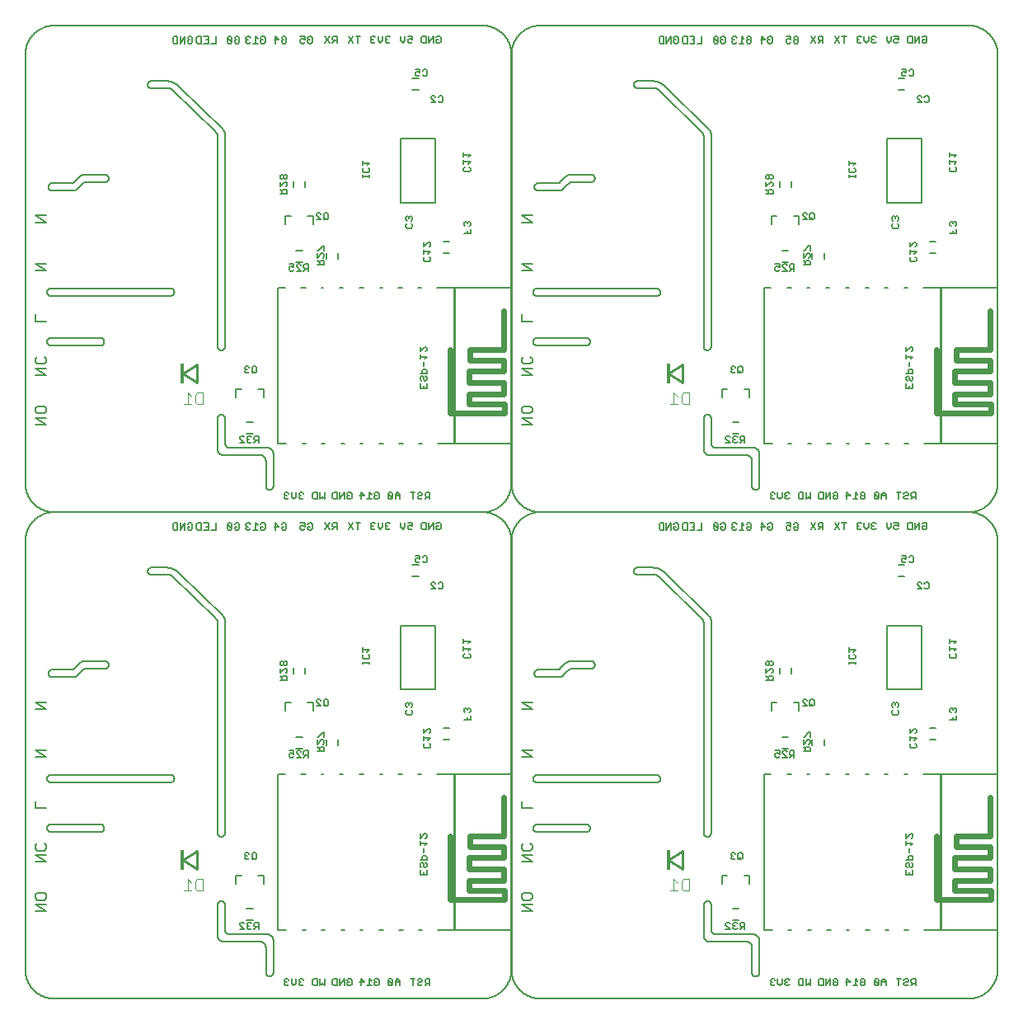
<source format=gbo>
G75*
%MOIN*%
%OFA0B0*%
%FSLAX25Y25*%
%IPPOS*%
%LPD*%
%AMOC8*
5,1,8,0,0,1.08239X$1,22.5*
%
%ADD10C,0.00800*%
%ADD11C,0.00500*%
%ADD12C,0.00400*%
%ADD13C,0.00600*%
%ADD14C,0.02400*%
%ADD15C,0.01000*%
%ADD16R,0.01181X0.08268*%
D10*
X0012962Y0001400D02*
X0186190Y0001400D01*
X0186475Y0001403D01*
X0186761Y0001414D01*
X0187046Y0001431D01*
X0187330Y0001455D01*
X0187614Y0001486D01*
X0187897Y0001524D01*
X0188178Y0001569D01*
X0188459Y0001620D01*
X0188739Y0001678D01*
X0189017Y0001743D01*
X0189293Y0001815D01*
X0189567Y0001893D01*
X0189840Y0001978D01*
X0190110Y0002070D01*
X0190378Y0002168D01*
X0190644Y0002272D01*
X0190907Y0002383D01*
X0191167Y0002500D01*
X0191425Y0002623D01*
X0191679Y0002753D01*
X0191930Y0002889D01*
X0192178Y0003030D01*
X0192422Y0003178D01*
X0192663Y0003331D01*
X0192899Y0003491D01*
X0193132Y0003656D01*
X0193361Y0003826D01*
X0193586Y0004002D01*
X0193806Y0004184D01*
X0194022Y0004370D01*
X0194233Y0004562D01*
X0194440Y0004759D01*
X0194642Y0004961D01*
X0194839Y0005168D01*
X0195031Y0005379D01*
X0195217Y0005595D01*
X0195399Y0005815D01*
X0195575Y0006040D01*
X0195745Y0006269D01*
X0195910Y0006502D01*
X0196070Y0006738D01*
X0196223Y0006979D01*
X0196371Y0007223D01*
X0196512Y0007471D01*
X0196648Y0007722D01*
X0196778Y0007976D01*
X0196901Y0008234D01*
X0197018Y0008494D01*
X0197129Y0008757D01*
X0197233Y0009023D01*
X0197331Y0009291D01*
X0197423Y0009561D01*
X0197508Y0009834D01*
X0197586Y0010108D01*
X0197658Y0010384D01*
X0197723Y0010662D01*
X0197781Y0010942D01*
X0197832Y0011223D01*
X0197877Y0011504D01*
X0197915Y0011787D01*
X0197946Y0012071D01*
X0197970Y0012355D01*
X0197987Y0012640D01*
X0197998Y0012926D01*
X0198001Y0013211D01*
X0198001Y0029085D01*
X0174879Y0029085D01*
X0174879Y0092077D01*
X0198001Y0092077D01*
X0198001Y0186439D01*
X0197963Y0186439D02*
X0197963Y0013211D01*
X0197963Y0012924D01*
X0197971Y0012637D01*
X0197985Y0012351D01*
X0198007Y0012065D01*
X0198035Y0011780D01*
X0198071Y0011495D01*
X0198113Y0011211D01*
X0198163Y0010929D01*
X0198219Y0010647D01*
X0198283Y0010368D01*
X0198353Y0010090D01*
X0198430Y0009813D01*
X0198513Y0009539D01*
X0198604Y0009267D01*
X0198701Y0008997D01*
X0198804Y0008729D01*
X0198915Y0008464D01*
X0199031Y0008202D01*
X0199154Y0007943D01*
X0199284Y0007687D01*
X0199419Y0007435D01*
X0199561Y0007185D01*
X0199709Y0006939D01*
X0199863Y0006697D01*
X0200022Y0006459D01*
X0200188Y0006225D01*
X0200359Y0005995D01*
X0200536Y0005769D01*
X0200718Y0005547D01*
X0200906Y0005331D01*
X0201099Y0005118D01*
X0201297Y0004911D01*
X0201500Y0004708D01*
X0201708Y0004511D01*
X0201921Y0004319D01*
X0202139Y0004132D01*
X0202361Y0003950D01*
X0202587Y0003774D01*
X0202818Y0003603D01*
X0203052Y0003439D01*
X0203291Y0003280D01*
X0203534Y0003127D01*
X0203780Y0002979D01*
X0204030Y0002839D01*
X0204283Y0002704D01*
X0204539Y0002575D01*
X0204799Y0002453D01*
X0205061Y0002337D01*
X0205327Y0002228D01*
X0205594Y0002125D01*
X0205865Y0002029D01*
X0206137Y0001939D01*
X0206412Y0001856D01*
X0206688Y0001780D01*
X0206967Y0001711D01*
X0207247Y0001649D01*
X0207528Y0001593D01*
X0207811Y0001544D01*
X0208094Y0001503D01*
X0208379Y0001468D01*
X0208665Y0001441D01*
X0208951Y0001420D01*
X0209237Y0001406D01*
X0209524Y0001400D01*
X0382753Y0001400D01*
X0383038Y0001403D01*
X0383324Y0001414D01*
X0383609Y0001431D01*
X0383893Y0001455D01*
X0384177Y0001486D01*
X0384460Y0001524D01*
X0384741Y0001569D01*
X0385022Y0001620D01*
X0385302Y0001678D01*
X0385580Y0001743D01*
X0385856Y0001815D01*
X0386130Y0001893D01*
X0386403Y0001978D01*
X0386673Y0002070D01*
X0386941Y0002168D01*
X0387207Y0002272D01*
X0387470Y0002383D01*
X0387730Y0002500D01*
X0387988Y0002623D01*
X0388242Y0002753D01*
X0388493Y0002889D01*
X0388741Y0003030D01*
X0388985Y0003178D01*
X0389226Y0003331D01*
X0389462Y0003491D01*
X0389695Y0003656D01*
X0389924Y0003826D01*
X0390149Y0004002D01*
X0390369Y0004184D01*
X0390585Y0004370D01*
X0390796Y0004562D01*
X0391003Y0004759D01*
X0391205Y0004961D01*
X0391402Y0005168D01*
X0391594Y0005379D01*
X0391780Y0005595D01*
X0391962Y0005815D01*
X0392138Y0006040D01*
X0392308Y0006269D01*
X0392473Y0006502D01*
X0392633Y0006738D01*
X0392786Y0006979D01*
X0392934Y0007223D01*
X0393075Y0007471D01*
X0393211Y0007722D01*
X0393341Y0007976D01*
X0393464Y0008234D01*
X0393581Y0008494D01*
X0393692Y0008757D01*
X0393796Y0009023D01*
X0393894Y0009291D01*
X0393986Y0009561D01*
X0394071Y0009834D01*
X0394149Y0010108D01*
X0394221Y0010384D01*
X0394286Y0010662D01*
X0394344Y0010942D01*
X0394395Y0011223D01*
X0394440Y0011504D01*
X0394478Y0011787D01*
X0394509Y0012071D01*
X0394533Y0012355D01*
X0394550Y0012640D01*
X0394561Y0012926D01*
X0394564Y0013211D01*
X0394564Y0029085D01*
X0371442Y0029085D01*
X0371442Y0092077D01*
X0394564Y0092077D01*
X0394564Y0186439D01*
X0394564Y0186440D02*
X0394559Y0186723D01*
X0394547Y0187007D01*
X0394528Y0187290D01*
X0394503Y0187573D01*
X0394471Y0187855D01*
X0394432Y0188136D01*
X0394386Y0188417D01*
X0394333Y0188696D01*
X0394274Y0188973D01*
X0394207Y0189249D01*
X0394135Y0189524D01*
X0394055Y0189796D01*
X0393969Y0190067D01*
X0393877Y0190335D01*
X0393778Y0190602D01*
X0393673Y0190865D01*
X0393561Y0191126D01*
X0393443Y0191385D01*
X0393319Y0191640D01*
X0393189Y0191892D01*
X0393053Y0192141D01*
X0392910Y0192387D01*
X0392762Y0192629D01*
X0392608Y0192868D01*
X0392449Y0193103D01*
X0392283Y0193333D01*
X0392112Y0193560D01*
X0391936Y0193783D01*
X0391755Y0194001D01*
X0391568Y0194215D01*
X0391376Y0194424D01*
X0391179Y0194628D01*
X0390977Y0194828D01*
X0390770Y0195023D01*
X0390559Y0195213D01*
X0390343Y0195397D01*
X0390123Y0195576D01*
X0389899Y0195750D01*
X0389670Y0195919D01*
X0389438Y0196082D01*
X0389201Y0196239D01*
X0388961Y0196390D01*
X0388717Y0196536D01*
X0388470Y0196675D01*
X0388220Y0196809D01*
X0387966Y0196937D01*
X0387709Y0197058D01*
X0387450Y0197173D01*
X0387188Y0197282D01*
X0386923Y0197385D01*
X0386656Y0197481D01*
X0386386Y0197570D01*
X0386115Y0197653D01*
X0385841Y0197730D01*
X0385566Y0197799D01*
X0385289Y0197863D01*
X0385011Y0197919D01*
X0384731Y0197969D01*
X0384451Y0198012D01*
X0384169Y0198048D01*
X0383887Y0198077D01*
X0383604Y0198099D01*
X0383320Y0198115D01*
X0383036Y0198124D01*
X0382752Y0198126D01*
X0382753Y0198125D02*
X0209524Y0198125D01*
X0209524Y0198087D02*
X0382753Y0198087D01*
X0382753Y0198088D02*
X0383038Y0198091D01*
X0383324Y0198102D01*
X0383609Y0198119D01*
X0383893Y0198143D01*
X0384177Y0198174D01*
X0384460Y0198212D01*
X0384741Y0198257D01*
X0385022Y0198308D01*
X0385302Y0198366D01*
X0385580Y0198431D01*
X0385856Y0198503D01*
X0386130Y0198581D01*
X0386403Y0198666D01*
X0386673Y0198758D01*
X0386941Y0198856D01*
X0387207Y0198960D01*
X0387470Y0199071D01*
X0387730Y0199188D01*
X0387988Y0199311D01*
X0388242Y0199441D01*
X0388493Y0199577D01*
X0388741Y0199718D01*
X0388985Y0199866D01*
X0389226Y0200019D01*
X0389462Y0200179D01*
X0389695Y0200344D01*
X0389924Y0200514D01*
X0390149Y0200690D01*
X0390369Y0200872D01*
X0390585Y0201058D01*
X0390796Y0201250D01*
X0391003Y0201447D01*
X0391205Y0201649D01*
X0391402Y0201856D01*
X0391594Y0202067D01*
X0391780Y0202283D01*
X0391962Y0202503D01*
X0392138Y0202728D01*
X0392308Y0202957D01*
X0392473Y0203190D01*
X0392633Y0203426D01*
X0392786Y0203667D01*
X0392934Y0203911D01*
X0393075Y0204159D01*
X0393211Y0204410D01*
X0393341Y0204664D01*
X0393464Y0204922D01*
X0393581Y0205182D01*
X0393692Y0205445D01*
X0393796Y0205711D01*
X0393894Y0205979D01*
X0393986Y0206249D01*
X0394071Y0206522D01*
X0394149Y0206796D01*
X0394221Y0207072D01*
X0394286Y0207350D01*
X0394344Y0207630D01*
X0394395Y0207911D01*
X0394440Y0208192D01*
X0394478Y0208475D01*
X0394509Y0208759D01*
X0394533Y0209043D01*
X0394550Y0209328D01*
X0394561Y0209614D01*
X0394564Y0209899D01*
X0394564Y0225773D01*
X0371442Y0225773D01*
X0371442Y0288765D01*
X0394564Y0288765D01*
X0394564Y0383127D01*
X0394559Y0383410D01*
X0394547Y0383694D01*
X0394528Y0383977D01*
X0394503Y0384260D01*
X0394471Y0384542D01*
X0394432Y0384823D01*
X0394386Y0385104D01*
X0394333Y0385383D01*
X0394274Y0385660D01*
X0394207Y0385936D01*
X0394135Y0386211D01*
X0394055Y0386483D01*
X0393969Y0386754D01*
X0393877Y0387022D01*
X0393778Y0387289D01*
X0393673Y0387552D01*
X0393561Y0387813D01*
X0393443Y0388072D01*
X0393319Y0388327D01*
X0393189Y0388579D01*
X0393053Y0388828D01*
X0392910Y0389074D01*
X0392762Y0389316D01*
X0392608Y0389555D01*
X0392449Y0389790D01*
X0392283Y0390020D01*
X0392112Y0390247D01*
X0391936Y0390470D01*
X0391755Y0390688D01*
X0391568Y0390902D01*
X0391376Y0391111D01*
X0391179Y0391315D01*
X0390977Y0391515D01*
X0390770Y0391710D01*
X0390559Y0391900D01*
X0390343Y0392084D01*
X0390123Y0392263D01*
X0389899Y0392437D01*
X0389670Y0392606D01*
X0389438Y0392769D01*
X0389201Y0392926D01*
X0388961Y0393077D01*
X0388717Y0393223D01*
X0388470Y0393362D01*
X0388220Y0393496D01*
X0387966Y0393624D01*
X0387709Y0393745D01*
X0387450Y0393860D01*
X0387188Y0393969D01*
X0386923Y0394072D01*
X0386656Y0394168D01*
X0386386Y0394257D01*
X0386115Y0394340D01*
X0385841Y0394417D01*
X0385566Y0394486D01*
X0385289Y0394550D01*
X0385011Y0394606D01*
X0384731Y0394656D01*
X0384451Y0394699D01*
X0384169Y0394735D01*
X0383887Y0394764D01*
X0383604Y0394786D01*
X0383320Y0394802D01*
X0383036Y0394811D01*
X0382752Y0394813D01*
X0382753Y0394813D02*
X0209524Y0394813D01*
X0209244Y0394808D01*
X0208963Y0394796D01*
X0208683Y0394778D01*
X0208403Y0394753D01*
X0208124Y0394721D01*
X0207846Y0394682D01*
X0207568Y0394636D01*
X0207292Y0394584D01*
X0207018Y0394526D01*
X0206745Y0394460D01*
X0206473Y0394388D01*
X0206203Y0394310D01*
X0205936Y0394225D01*
X0205670Y0394133D01*
X0205407Y0394035D01*
X0205146Y0393931D01*
X0204888Y0393821D01*
X0204632Y0393704D01*
X0204379Y0393581D01*
X0204130Y0393452D01*
X0203883Y0393317D01*
X0203640Y0393177D01*
X0203401Y0393030D01*
X0203165Y0392878D01*
X0202932Y0392720D01*
X0202704Y0392556D01*
X0202480Y0392387D01*
X0202260Y0392213D01*
X0202044Y0392033D01*
X0201832Y0391848D01*
X0201625Y0391658D01*
X0201423Y0391463D01*
X0201225Y0391264D01*
X0201033Y0391059D01*
X0200845Y0390850D01*
X0200662Y0390637D01*
X0200485Y0390419D01*
X0200313Y0390197D01*
X0200146Y0389971D01*
X0199985Y0389741D01*
X0199830Y0389507D01*
X0199680Y0389269D01*
X0199536Y0389028D01*
X0199398Y0388783D01*
X0199266Y0388536D01*
X0199139Y0388285D01*
X0199019Y0388031D01*
X0198905Y0387774D01*
X0198798Y0387514D01*
X0198696Y0387252D01*
X0198601Y0386988D01*
X0198513Y0386722D01*
X0198431Y0386453D01*
X0198355Y0386182D01*
X0198286Y0385910D01*
X0198224Y0385636D01*
X0198168Y0385361D01*
X0198119Y0385084D01*
X0198076Y0384807D01*
X0198040Y0384528D01*
X0198011Y0384249D01*
X0197989Y0383969D01*
X0197974Y0383688D01*
X0197965Y0383407D01*
X0197963Y0383126D01*
X0197963Y0383127D02*
X0197963Y0209899D01*
X0198001Y0209899D02*
X0198001Y0225773D01*
X0174879Y0225773D01*
X0174879Y0288765D01*
X0198001Y0288765D01*
X0198001Y0383127D01*
X0198002Y0383127D02*
X0197997Y0383410D01*
X0197985Y0383694D01*
X0197966Y0383977D01*
X0197941Y0384260D01*
X0197909Y0384542D01*
X0197870Y0384823D01*
X0197824Y0385104D01*
X0197771Y0385383D01*
X0197712Y0385660D01*
X0197645Y0385936D01*
X0197573Y0386211D01*
X0197493Y0386483D01*
X0197407Y0386754D01*
X0197315Y0387022D01*
X0197216Y0387289D01*
X0197111Y0387552D01*
X0196999Y0387813D01*
X0196881Y0388072D01*
X0196757Y0388327D01*
X0196627Y0388579D01*
X0196491Y0388828D01*
X0196348Y0389074D01*
X0196200Y0389316D01*
X0196046Y0389555D01*
X0195887Y0389790D01*
X0195721Y0390020D01*
X0195550Y0390247D01*
X0195374Y0390470D01*
X0195193Y0390688D01*
X0195006Y0390902D01*
X0194814Y0391111D01*
X0194617Y0391315D01*
X0194415Y0391515D01*
X0194208Y0391710D01*
X0193997Y0391900D01*
X0193781Y0392084D01*
X0193561Y0392263D01*
X0193337Y0392437D01*
X0193108Y0392606D01*
X0192876Y0392769D01*
X0192639Y0392926D01*
X0192399Y0393077D01*
X0192155Y0393223D01*
X0191908Y0393362D01*
X0191658Y0393496D01*
X0191404Y0393624D01*
X0191147Y0393745D01*
X0190888Y0393860D01*
X0190626Y0393969D01*
X0190361Y0394072D01*
X0190094Y0394168D01*
X0189824Y0394257D01*
X0189553Y0394340D01*
X0189279Y0394417D01*
X0189004Y0394486D01*
X0188727Y0394550D01*
X0188449Y0394606D01*
X0188169Y0394656D01*
X0187889Y0394699D01*
X0187607Y0394735D01*
X0187325Y0394764D01*
X0187042Y0394786D01*
X0186758Y0394802D01*
X0186474Y0394811D01*
X0186190Y0394813D01*
X0012962Y0394813D01*
X0012961Y0394813D02*
X0012681Y0394808D01*
X0012400Y0394796D01*
X0012120Y0394778D01*
X0011840Y0394753D01*
X0011561Y0394721D01*
X0011283Y0394682D01*
X0011005Y0394636D01*
X0010729Y0394584D01*
X0010455Y0394526D01*
X0010182Y0394460D01*
X0009910Y0394388D01*
X0009640Y0394310D01*
X0009373Y0394225D01*
X0009107Y0394133D01*
X0008844Y0394035D01*
X0008583Y0393931D01*
X0008325Y0393821D01*
X0008069Y0393704D01*
X0007816Y0393581D01*
X0007567Y0393452D01*
X0007320Y0393317D01*
X0007077Y0393177D01*
X0006838Y0393030D01*
X0006602Y0392878D01*
X0006369Y0392720D01*
X0006141Y0392556D01*
X0005917Y0392387D01*
X0005697Y0392213D01*
X0005481Y0392033D01*
X0005269Y0391848D01*
X0005062Y0391658D01*
X0004860Y0391463D01*
X0004662Y0391264D01*
X0004470Y0391059D01*
X0004282Y0390850D01*
X0004099Y0390637D01*
X0003922Y0390419D01*
X0003750Y0390197D01*
X0003583Y0389971D01*
X0003422Y0389741D01*
X0003267Y0389507D01*
X0003117Y0389269D01*
X0002973Y0389028D01*
X0002835Y0388783D01*
X0002703Y0388536D01*
X0002576Y0388285D01*
X0002456Y0388031D01*
X0002342Y0387774D01*
X0002235Y0387514D01*
X0002133Y0387252D01*
X0002038Y0386988D01*
X0001950Y0386722D01*
X0001868Y0386453D01*
X0001792Y0386182D01*
X0001723Y0385910D01*
X0001661Y0385636D01*
X0001605Y0385361D01*
X0001556Y0385084D01*
X0001513Y0384807D01*
X0001477Y0384528D01*
X0001448Y0384249D01*
X0001426Y0383969D01*
X0001411Y0383688D01*
X0001402Y0383407D01*
X0001400Y0383126D01*
X0001401Y0383127D02*
X0001401Y0209899D01*
X0001401Y0209612D01*
X0001409Y0209325D01*
X0001423Y0209039D01*
X0001445Y0208753D01*
X0001473Y0208468D01*
X0001509Y0208183D01*
X0001551Y0207899D01*
X0001601Y0207617D01*
X0001657Y0207335D01*
X0001721Y0207056D01*
X0001791Y0206778D01*
X0001868Y0206501D01*
X0001951Y0206227D01*
X0002042Y0205955D01*
X0002139Y0205685D01*
X0002242Y0205417D01*
X0002353Y0205152D01*
X0002469Y0204890D01*
X0002592Y0204631D01*
X0002722Y0204375D01*
X0002857Y0204123D01*
X0002999Y0203873D01*
X0003147Y0203627D01*
X0003301Y0203385D01*
X0003460Y0203147D01*
X0003626Y0202913D01*
X0003797Y0202683D01*
X0003974Y0202457D01*
X0004156Y0202235D01*
X0004344Y0202019D01*
X0004537Y0201806D01*
X0004735Y0201599D01*
X0004938Y0201396D01*
X0005146Y0201199D01*
X0005359Y0201007D01*
X0005577Y0200820D01*
X0005799Y0200638D01*
X0006025Y0200462D01*
X0006256Y0200291D01*
X0006490Y0200127D01*
X0006729Y0199968D01*
X0006972Y0199815D01*
X0007218Y0199667D01*
X0007468Y0199527D01*
X0007721Y0199392D01*
X0007977Y0199263D01*
X0008237Y0199141D01*
X0008499Y0199025D01*
X0008765Y0198916D01*
X0009032Y0198813D01*
X0009303Y0198717D01*
X0009575Y0198627D01*
X0009850Y0198544D01*
X0010126Y0198468D01*
X0010405Y0198399D01*
X0010685Y0198337D01*
X0010966Y0198281D01*
X0011249Y0198232D01*
X0011532Y0198191D01*
X0011817Y0198156D01*
X0012103Y0198129D01*
X0012389Y0198108D01*
X0012675Y0198094D01*
X0012962Y0198088D01*
X0012962Y0198087D02*
X0186190Y0198087D01*
X0186190Y0198125D02*
X0012962Y0198125D01*
X0012961Y0198126D02*
X0012681Y0198121D01*
X0012400Y0198109D01*
X0012120Y0198091D01*
X0011840Y0198066D01*
X0011561Y0198034D01*
X0011283Y0197995D01*
X0011005Y0197949D01*
X0010729Y0197897D01*
X0010455Y0197839D01*
X0010182Y0197773D01*
X0009910Y0197701D01*
X0009640Y0197623D01*
X0009373Y0197538D01*
X0009107Y0197446D01*
X0008844Y0197348D01*
X0008583Y0197244D01*
X0008325Y0197134D01*
X0008069Y0197017D01*
X0007816Y0196894D01*
X0007567Y0196765D01*
X0007320Y0196630D01*
X0007077Y0196490D01*
X0006838Y0196343D01*
X0006602Y0196191D01*
X0006369Y0196033D01*
X0006141Y0195869D01*
X0005917Y0195700D01*
X0005697Y0195526D01*
X0005481Y0195346D01*
X0005269Y0195161D01*
X0005062Y0194971D01*
X0004860Y0194776D01*
X0004662Y0194577D01*
X0004470Y0194372D01*
X0004282Y0194163D01*
X0004099Y0193950D01*
X0003922Y0193732D01*
X0003750Y0193510D01*
X0003583Y0193284D01*
X0003422Y0193054D01*
X0003267Y0192820D01*
X0003117Y0192582D01*
X0002973Y0192341D01*
X0002835Y0192096D01*
X0002703Y0191849D01*
X0002576Y0191598D01*
X0002456Y0191344D01*
X0002342Y0191087D01*
X0002235Y0190827D01*
X0002133Y0190565D01*
X0002038Y0190301D01*
X0001950Y0190035D01*
X0001868Y0189766D01*
X0001792Y0189495D01*
X0001723Y0189223D01*
X0001661Y0188949D01*
X0001605Y0188674D01*
X0001556Y0188397D01*
X0001513Y0188120D01*
X0001477Y0187841D01*
X0001448Y0187562D01*
X0001426Y0187282D01*
X0001411Y0187001D01*
X0001402Y0186720D01*
X0001400Y0186439D01*
X0001401Y0186439D02*
X0001401Y0013211D01*
X0001401Y0012924D01*
X0001409Y0012637D01*
X0001423Y0012351D01*
X0001445Y0012065D01*
X0001473Y0011780D01*
X0001509Y0011495D01*
X0001551Y0011211D01*
X0001601Y0010929D01*
X0001657Y0010647D01*
X0001721Y0010368D01*
X0001791Y0010090D01*
X0001868Y0009813D01*
X0001951Y0009539D01*
X0002042Y0009267D01*
X0002139Y0008997D01*
X0002242Y0008729D01*
X0002353Y0008464D01*
X0002469Y0008202D01*
X0002592Y0007943D01*
X0002722Y0007687D01*
X0002857Y0007435D01*
X0002999Y0007185D01*
X0003147Y0006939D01*
X0003301Y0006697D01*
X0003460Y0006459D01*
X0003626Y0006225D01*
X0003797Y0005995D01*
X0003974Y0005769D01*
X0004156Y0005547D01*
X0004344Y0005331D01*
X0004537Y0005118D01*
X0004735Y0004911D01*
X0004938Y0004708D01*
X0005146Y0004511D01*
X0005359Y0004319D01*
X0005577Y0004132D01*
X0005799Y0003950D01*
X0006025Y0003774D01*
X0006256Y0003603D01*
X0006490Y0003439D01*
X0006729Y0003280D01*
X0006972Y0003127D01*
X0007218Y0002979D01*
X0007468Y0002839D01*
X0007721Y0002704D01*
X0007977Y0002575D01*
X0008237Y0002453D01*
X0008499Y0002337D01*
X0008765Y0002228D01*
X0009032Y0002125D01*
X0009303Y0002029D01*
X0009575Y0001939D01*
X0009850Y0001856D01*
X0010126Y0001780D01*
X0010405Y0001711D01*
X0010685Y0001649D01*
X0010966Y0001593D01*
X0011249Y0001544D01*
X0011532Y0001503D01*
X0011817Y0001468D01*
X0012103Y0001441D01*
X0012389Y0001420D01*
X0012675Y0001406D01*
X0012962Y0001400D01*
X0009754Y0036696D02*
X0005551Y0039498D01*
X0009754Y0039498D01*
X0009054Y0041300D02*
X0006251Y0041300D01*
X0005551Y0042001D01*
X0005551Y0043402D01*
X0006251Y0044102D01*
X0009054Y0044102D01*
X0009754Y0043402D01*
X0009754Y0042001D01*
X0009054Y0041300D01*
X0009754Y0036696D02*
X0005551Y0036696D01*
X0005551Y0056696D02*
X0009754Y0056696D01*
X0005551Y0059498D01*
X0009754Y0059498D01*
X0009054Y0061300D02*
X0006251Y0061300D01*
X0005551Y0062001D01*
X0005551Y0063402D01*
X0006251Y0064102D01*
X0009054Y0064102D02*
X0009754Y0063402D01*
X0009754Y0062001D01*
X0009054Y0061300D01*
X0009754Y0078498D02*
X0005551Y0078498D01*
X0005551Y0081300D01*
X0005551Y0098998D02*
X0009754Y0098998D01*
X0005551Y0101800D01*
X0009754Y0101800D01*
X0009754Y0118498D02*
X0005551Y0118498D01*
X0005551Y0121300D02*
X0009754Y0121300D01*
X0009754Y0118498D02*
X0005551Y0121300D01*
X0005551Y0233384D02*
X0009754Y0233384D01*
X0005551Y0236186D01*
X0009754Y0236186D01*
X0009054Y0237987D02*
X0006251Y0237987D01*
X0005551Y0238688D01*
X0005551Y0240089D01*
X0006251Y0240790D01*
X0009054Y0240790D01*
X0009754Y0240089D01*
X0009754Y0238688D01*
X0009054Y0237987D01*
X0009754Y0253384D02*
X0005551Y0253384D01*
X0005551Y0256186D02*
X0009754Y0256186D01*
X0009054Y0257987D02*
X0006251Y0257987D01*
X0005551Y0258688D01*
X0005551Y0260089D01*
X0006251Y0260790D01*
X0009054Y0260790D02*
X0009754Y0260089D01*
X0009754Y0258688D01*
X0009054Y0257987D01*
X0005551Y0256186D02*
X0009754Y0253384D01*
X0009754Y0275186D02*
X0005551Y0275186D01*
X0005551Y0277988D01*
X0005551Y0295686D02*
X0009754Y0295686D01*
X0005551Y0298488D01*
X0009754Y0298488D01*
X0009754Y0315186D02*
X0005551Y0315186D01*
X0005551Y0317988D02*
X0009754Y0317988D01*
X0009754Y0315186D02*
X0005551Y0317988D01*
X0153151Y0323188D02*
X0153151Y0348987D01*
X0167151Y0348987D01*
X0167151Y0323188D01*
X0153151Y0323188D01*
X0202113Y0317988D02*
X0206317Y0317988D01*
X0206317Y0315186D02*
X0202113Y0315186D01*
X0202113Y0317988D02*
X0206317Y0315186D01*
X0206317Y0298488D02*
X0202113Y0298488D01*
X0206317Y0295686D01*
X0202113Y0295686D01*
X0202113Y0277988D02*
X0202113Y0275186D01*
X0206317Y0275186D01*
X0205616Y0260790D02*
X0206317Y0260089D01*
X0206317Y0258688D01*
X0205616Y0257987D01*
X0202814Y0257987D01*
X0202113Y0258688D01*
X0202113Y0260089D01*
X0202814Y0260790D01*
X0202113Y0256186D02*
X0206317Y0256186D01*
X0206317Y0253384D02*
X0202113Y0253384D01*
X0202113Y0256186D02*
X0206317Y0253384D01*
X0205616Y0240790D02*
X0206317Y0240089D01*
X0206317Y0238688D01*
X0205616Y0237987D01*
X0202814Y0237987D01*
X0202113Y0238688D01*
X0202113Y0240089D01*
X0202814Y0240790D01*
X0205616Y0240790D01*
X0206317Y0236186D02*
X0202113Y0236186D01*
X0206317Y0233384D01*
X0202113Y0233384D01*
X0197963Y0209899D02*
X0197963Y0209612D01*
X0197971Y0209325D01*
X0197985Y0209039D01*
X0198007Y0208753D01*
X0198035Y0208468D01*
X0198071Y0208183D01*
X0198113Y0207899D01*
X0198163Y0207617D01*
X0198219Y0207335D01*
X0198283Y0207056D01*
X0198353Y0206778D01*
X0198430Y0206501D01*
X0198513Y0206227D01*
X0198604Y0205955D01*
X0198701Y0205685D01*
X0198804Y0205417D01*
X0198915Y0205152D01*
X0199031Y0204890D01*
X0199154Y0204631D01*
X0199284Y0204375D01*
X0199419Y0204123D01*
X0199561Y0203873D01*
X0199709Y0203627D01*
X0199863Y0203385D01*
X0200022Y0203147D01*
X0200188Y0202913D01*
X0200359Y0202683D01*
X0200536Y0202457D01*
X0200718Y0202235D01*
X0200906Y0202019D01*
X0201099Y0201806D01*
X0201297Y0201599D01*
X0201500Y0201396D01*
X0201708Y0201199D01*
X0201921Y0201007D01*
X0202139Y0200820D01*
X0202361Y0200638D01*
X0202587Y0200462D01*
X0202818Y0200291D01*
X0203052Y0200127D01*
X0203291Y0199968D01*
X0203534Y0199815D01*
X0203780Y0199667D01*
X0204030Y0199527D01*
X0204283Y0199392D01*
X0204539Y0199263D01*
X0204799Y0199141D01*
X0205061Y0199025D01*
X0205327Y0198916D01*
X0205594Y0198813D01*
X0205865Y0198717D01*
X0206137Y0198627D01*
X0206412Y0198544D01*
X0206688Y0198468D01*
X0206967Y0198399D01*
X0207247Y0198337D01*
X0207528Y0198281D01*
X0207811Y0198232D01*
X0208094Y0198191D01*
X0208379Y0198156D01*
X0208665Y0198129D01*
X0208951Y0198108D01*
X0209237Y0198094D01*
X0209524Y0198088D01*
X0209524Y0198126D02*
X0209244Y0198121D01*
X0208963Y0198109D01*
X0208683Y0198091D01*
X0208403Y0198066D01*
X0208124Y0198034D01*
X0207846Y0197995D01*
X0207568Y0197949D01*
X0207292Y0197897D01*
X0207018Y0197839D01*
X0206745Y0197773D01*
X0206473Y0197701D01*
X0206203Y0197623D01*
X0205936Y0197538D01*
X0205670Y0197446D01*
X0205407Y0197348D01*
X0205146Y0197244D01*
X0204888Y0197134D01*
X0204632Y0197017D01*
X0204379Y0196894D01*
X0204130Y0196765D01*
X0203883Y0196630D01*
X0203640Y0196490D01*
X0203401Y0196343D01*
X0203165Y0196191D01*
X0202932Y0196033D01*
X0202704Y0195869D01*
X0202480Y0195700D01*
X0202260Y0195526D01*
X0202044Y0195346D01*
X0201832Y0195161D01*
X0201625Y0194971D01*
X0201423Y0194776D01*
X0201225Y0194577D01*
X0201033Y0194372D01*
X0200845Y0194163D01*
X0200662Y0193950D01*
X0200485Y0193732D01*
X0200313Y0193510D01*
X0200146Y0193284D01*
X0199985Y0193054D01*
X0199830Y0192820D01*
X0199680Y0192582D01*
X0199536Y0192341D01*
X0199398Y0192096D01*
X0199266Y0191849D01*
X0199139Y0191598D01*
X0199019Y0191344D01*
X0198905Y0191087D01*
X0198798Y0190827D01*
X0198696Y0190565D01*
X0198601Y0190301D01*
X0198513Y0190035D01*
X0198431Y0189766D01*
X0198355Y0189495D01*
X0198286Y0189223D01*
X0198224Y0188949D01*
X0198168Y0188674D01*
X0198119Y0188397D01*
X0198076Y0188120D01*
X0198040Y0187841D01*
X0198011Y0187562D01*
X0197989Y0187282D01*
X0197974Y0187001D01*
X0197965Y0186720D01*
X0197963Y0186439D01*
X0198002Y0186440D02*
X0197997Y0186723D01*
X0197985Y0187007D01*
X0197966Y0187290D01*
X0197941Y0187573D01*
X0197909Y0187855D01*
X0197870Y0188136D01*
X0197824Y0188417D01*
X0197771Y0188696D01*
X0197712Y0188973D01*
X0197645Y0189249D01*
X0197573Y0189524D01*
X0197493Y0189796D01*
X0197407Y0190067D01*
X0197315Y0190335D01*
X0197216Y0190602D01*
X0197111Y0190865D01*
X0196999Y0191126D01*
X0196881Y0191385D01*
X0196757Y0191640D01*
X0196627Y0191892D01*
X0196491Y0192141D01*
X0196348Y0192387D01*
X0196200Y0192629D01*
X0196046Y0192868D01*
X0195887Y0193103D01*
X0195721Y0193333D01*
X0195550Y0193560D01*
X0195374Y0193783D01*
X0195193Y0194001D01*
X0195006Y0194215D01*
X0194814Y0194424D01*
X0194617Y0194628D01*
X0194415Y0194828D01*
X0194208Y0195023D01*
X0193997Y0195213D01*
X0193781Y0195397D01*
X0193561Y0195576D01*
X0193337Y0195750D01*
X0193108Y0195919D01*
X0192876Y0196082D01*
X0192639Y0196239D01*
X0192399Y0196390D01*
X0192155Y0196536D01*
X0191908Y0196675D01*
X0191658Y0196809D01*
X0191404Y0196937D01*
X0191147Y0197058D01*
X0190888Y0197173D01*
X0190626Y0197282D01*
X0190361Y0197385D01*
X0190094Y0197481D01*
X0189824Y0197570D01*
X0189553Y0197653D01*
X0189279Y0197730D01*
X0189004Y0197799D01*
X0188727Y0197863D01*
X0188449Y0197919D01*
X0188169Y0197969D01*
X0187889Y0198012D01*
X0187607Y0198048D01*
X0187325Y0198077D01*
X0187042Y0198099D01*
X0186758Y0198115D01*
X0186474Y0198124D01*
X0186190Y0198126D01*
X0186190Y0198088D02*
X0186475Y0198091D01*
X0186761Y0198102D01*
X0187046Y0198119D01*
X0187330Y0198143D01*
X0187614Y0198174D01*
X0187897Y0198212D01*
X0188178Y0198257D01*
X0188459Y0198308D01*
X0188739Y0198366D01*
X0189017Y0198431D01*
X0189293Y0198503D01*
X0189567Y0198581D01*
X0189840Y0198666D01*
X0190110Y0198758D01*
X0190378Y0198856D01*
X0190644Y0198960D01*
X0190907Y0199071D01*
X0191167Y0199188D01*
X0191425Y0199311D01*
X0191679Y0199441D01*
X0191930Y0199577D01*
X0192178Y0199718D01*
X0192422Y0199866D01*
X0192663Y0200019D01*
X0192899Y0200179D01*
X0193132Y0200344D01*
X0193361Y0200514D01*
X0193586Y0200690D01*
X0193806Y0200872D01*
X0194022Y0201058D01*
X0194233Y0201250D01*
X0194440Y0201447D01*
X0194642Y0201649D01*
X0194839Y0201856D01*
X0195031Y0202067D01*
X0195217Y0202283D01*
X0195399Y0202503D01*
X0195575Y0202728D01*
X0195745Y0202957D01*
X0195910Y0203190D01*
X0196070Y0203426D01*
X0196223Y0203667D01*
X0196371Y0203911D01*
X0196512Y0204159D01*
X0196648Y0204410D01*
X0196778Y0204664D01*
X0196901Y0204922D01*
X0197018Y0205182D01*
X0197129Y0205445D01*
X0197233Y0205711D01*
X0197331Y0205979D01*
X0197423Y0206249D01*
X0197508Y0206522D01*
X0197586Y0206796D01*
X0197658Y0207072D01*
X0197723Y0207350D01*
X0197781Y0207630D01*
X0197832Y0207911D01*
X0197877Y0208192D01*
X0197915Y0208475D01*
X0197946Y0208759D01*
X0197970Y0209043D01*
X0197987Y0209328D01*
X0197998Y0209614D01*
X0198001Y0209899D01*
X0167151Y0152300D02*
X0153151Y0152300D01*
X0153151Y0126500D01*
X0167151Y0126500D01*
X0167151Y0152300D01*
X0202113Y0121300D02*
X0206317Y0121300D01*
X0206317Y0118498D02*
X0202113Y0118498D01*
X0202113Y0121300D02*
X0206317Y0118498D01*
X0206317Y0101800D02*
X0202113Y0101800D01*
X0206317Y0098998D01*
X0202113Y0098998D01*
X0202113Y0081300D02*
X0202113Y0078498D01*
X0206317Y0078498D01*
X0205616Y0064102D02*
X0206317Y0063402D01*
X0206317Y0062001D01*
X0205616Y0061300D01*
X0202814Y0061300D01*
X0202113Y0062001D01*
X0202113Y0063402D01*
X0202814Y0064102D01*
X0202113Y0059498D02*
X0206317Y0059498D01*
X0206317Y0056696D02*
X0202113Y0056696D01*
X0202113Y0059498D02*
X0206317Y0056696D01*
X0205616Y0044102D02*
X0206317Y0043402D01*
X0206317Y0042001D01*
X0205616Y0041300D01*
X0202814Y0041300D01*
X0202113Y0042001D01*
X0202113Y0043402D01*
X0202814Y0044102D01*
X0205616Y0044102D01*
X0206317Y0039498D02*
X0202113Y0039498D01*
X0206317Y0036696D01*
X0202113Y0036696D01*
X0349713Y0126500D02*
X0349713Y0152300D01*
X0363713Y0152300D01*
X0363713Y0126500D01*
X0349713Y0126500D01*
X0349713Y0323188D02*
X0349713Y0348987D01*
X0363713Y0348987D01*
X0363713Y0323188D01*
X0349713Y0323188D01*
D11*
X0352214Y0317693D02*
X0351763Y0317242D01*
X0351763Y0316341D01*
X0352214Y0315891D01*
X0352214Y0314746D02*
X0351763Y0314296D01*
X0351763Y0313395D01*
X0352214Y0312944D01*
X0354015Y0312944D01*
X0354465Y0313395D01*
X0354465Y0314296D01*
X0354015Y0314746D01*
X0354015Y0315891D02*
X0354465Y0316341D01*
X0354465Y0317242D01*
X0354015Y0317693D01*
X0353565Y0317693D01*
X0353114Y0317242D01*
X0352664Y0317693D01*
X0352214Y0317693D01*
X0353114Y0317242D02*
X0353114Y0316792D01*
X0359013Y0307193D02*
X0359013Y0305391D01*
X0360815Y0307193D01*
X0361265Y0307193D01*
X0361715Y0306742D01*
X0361715Y0305841D01*
X0361265Y0305391D01*
X0361715Y0303345D02*
X0359013Y0303345D01*
X0359013Y0302444D02*
X0359013Y0304246D01*
X0360815Y0302444D02*
X0361715Y0303345D01*
X0361265Y0301299D02*
X0361715Y0300849D01*
X0361715Y0299948D01*
X0361265Y0299498D01*
X0359464Y0299498D01*
X0359013Y0299948D01*
X0359013Y0300849D01*
X0359464Y0301299D01*
X0358167Y0288688D02*
X0356661Y0288688D01*
X0350293Y0288688D02*
X0348787Y0288688D01*
X0342419Y0288688D02*
X0341307Y0288688D01*
X0334619Y0288688D02*
X0333013Y0288688D01*
X0326426Y0288688D02*
X0325113Y0288688D01*
X0318526Y0288688D02*
X0317607Y0288688D01*
X0311313Y0288688D02*
X0309413Y0288688D01*
X0302919Y0288688D02*
X0300213Y0288688D01*
X0300107Y0288694D02*
X0300107Y0225694D01*
X0300113Y0225687D02*
X0303413Y0225687D01*
X0298213Y0222087D02*
X0298213Y0208587D01*
X0298211Y0208511D01*
X0298205Y0208435D01*
X0298196Y0208360D01*
X0298182Y0208285D01*
X0298165Y0208211D01*
X0298144Y0208138D01*
X0298120Y0208066D01*
X0298091Y0207995D01*
X0298060Y0207926D01*
X0298025Y0207859D01*
X0297986Y0207794D01*
X0297944Y0207730D01*
X0297899Y0207669D01*
X0297851Y0207610D01*
X0297800Y0207554D01*
X0297746Y0207500D01*
X0297690Y0207449D01*
X0297631Y0207401D01*
X0297570Y0207356D01*
X0297506Y0207314D01*
X0297441Y0207275D01*
X0297374Y0207240D01*
X0297305Y0207209D01*
X0297234Y0207180D01*
X0297162Y0207156D01*
X0297089Y0207135D01*
X0297015Y0207118D01*
X0296940Y0207104D01*
X0296865Y0207095D01*
X0296789Y0207089D01*
X0296713Y0207087D01*
X0296637Y0207089D01*
X0296561Y0207095D01*
X0296486Y0207104D01*
X0296411Y0207118D01*
X0296337Y0207135D01*
X0296264Y0207156D01*
X0296192Y0207180D01*
X0296121Y0207209D01*
X0296052Y0207240D01*
X0295985Y0207275D01*
X0295920Y0207314D01*
X0295856Y0207356D01*
X0295795Y0207401D01*
X0295736Y0207449D01*
X0295680Y0207500D01*
X0295626Y0207554D01*
X0295575Y0207610D01*
X0295527Y0207669D01*
X0295482Y0207730D01*
X0295440Y0207794D01*
X0295401Y0207859D01*
X0295366Y0207926D01*
X0295335Y0207995D01*
X0295306Y0208066D01*
X0295282Y0208138D01*
X0295261Y0208211D01*
X0295244Y0208285D01*
X0295230Y0208360D01*
X0295221Y0208435D01*
X0295215Y0208511D01*
X0295213Y0208587D01*
X0295213Y0219087D01*
X0295211Y0219174D01*
X0295205Y0219261D01*
X0295196Y0219348D01*
X0295183Y0219434D01*
X0295166Y0219520D01*
X0295145Y0219605D01*
X0295120Y0219688D01*
X0295092Y0219771D01*
X0295061Y0219852D01*
X0295026Y0219932D01*
X0294987Y0220010D01*
X0294945Y0220087D01*
X0294900Y0220162D01*
X0294851Y0220234D01*
X0294800Y0220305D01*
X0294745Y0220373D01*
X0294688Y0220438D01*
X0294627Y0220501D01*
X0294564Y0220562D01*
X0294499Y0220619D01*
X0294431Y0220674D01*
X0294360Y0220725D01*
X0294288Y0220774D01*
X0294213Y0220819D01*
X0294136Y0220861D01*
X0294058Y0220900D01*
X0293978Y0220935D01*
X0293897Y0220966D01*
X0293814Y0220994D01*
X0293731Y0221019D01*
X0293646Y0221040D01*
X0293560Y0221057D01*
X0293474Y0221070D01*
X0293387Y0221079D01*
X0293300Y0221085D01*
X0293213Y0221087D01*
X0278713Y0221087D01*
X0278611Y0221074D01*
X0278509Y0221066D01*
X0278407Y0221061D01*
X0278304Y0221060D01*
X0278202Y0221063D01*
X0278100Y0221071D01*
X0277998Y0221082D01*
X0277897Y0221097D01*
X0277796Y0221116D01*
X0277696Y0221139D01*
X0277597Y0221166D01*
X0277499Y0221196D01*
X0277403Y0221230D01*
X0277308Y0221268D01*
X0277214Y0221310D01*
X0277122Y0221355D01*
X0277032Y0221404D01*
X0276944Y0221456D01*
X0276858Y0221512D01*
X0276774Y0221570D01*
X0276692Y0221632D01*
X0276613Y0221698D01*
X0276537Y0221766D01*
X0276463Y0221837D01*
X0276392Y0221911D01*
X0276324Y0221987D01*
X0276258Y0222066D01*
X0276196Y0222148D01*
X0276138Y0222232D01*
X0276082Y0222318D01*
X0276030Y0222406D01*
X0275981Y0222496D01*
X0275936Y0222588D01*
X0275894Y0222682D01*
X0275856Y0222777D01*
X0275822Y0222873D01*
X0275792Y0222971D01*
X0275765Y0223070D01*
X0275742Y0223170D01*
X0275723Y0223271D01*
X0275708Y0223372D01*
X0275697Y0223474D01*
X0275689Y0223576D01*
X0275686Y0223678D01*
X0275687Y0223781D01*
X0275692Y0223883D01*
X0275700Y0223985D01*
X0275713Y0224087D01*
X0275713Y0236087D01*
X0275715Y0236163D01*
X0275721Y0236239D01*
X0275730Y0236314D01*
X0275744Y0236389D01*
X0275761Y0236463D01*
X0275782Y0236536D01*
X0275806Y0236608D01*
X0275835Y0236679D01*
X0275866Y0236748D01*
X0275901Y0236815D01*
X0275940Y0236880D01*
X0275982Y0236944D01*
X0276027Y0237005D01*
X0276075Y0237064D01*
X0276126Y0237120D01*
X0276180Y0237174D01*
X0276236Y0237225D01*
X0276295Y0237273D01*
X0276356Y0237318D01*
X0276420Y0237360D01*
X0276485Y0237399D01*
X0276552Y0237434D01*
X0276621Y0237465D01*
X0276692Y0237494D01*
X0276764Y0237518D01*
X0276837Y0237539D01*
X0276911Y0237556D01*
X0276986Y0237570D01*
X0277061Y0237579D01*
X0277137Y0237585D01*
X0277213Y0237587D01*
X0277289Y0237585D01*
X0277365Y0237579D01*
X0277440Y0237570D01*
X0277515Y0237556D01*
X0277589Y0237539D01*
X0277662Y0237518D01*
X0277734Y0237494D01*
X0277805Y0237465D01*
X0277874Y0237434D01*
X0277941Y0237399D01*
X0278006Y0237360D01*
X0278070Y0237318D01*
X0278131Y0237273D01*
X0278190Y0237225D01*
X0278246Y0237174D01*
X0278300Y0237120D01*
X0278351Y0237064D01*
X0278399Y0237005D01*
X0278444Y0236944D01*
X0278486Y0236880D01*
X0278525Y0236815D01*
X0278560Y0236748D01*
X0278591Y0236679D01*
X0278620Y0236608D01*
X0278644Y0236536D01*
X0278665Y0236463D01*
X0278682Y0236389D01*
X0278696Y0236314D01*
X0278705Y0236239D01*
X0278711Y0236163D01*
X0278713Y0236087D01*
X0278713Y0226087D01*
X0278715Y0226000D01*
X0278721Y0225913D01*
X0278730Y0225826D01*
X0278743Y0225740D01*
X0278760Y0225654D01*
X0278781Y0225569D01*
X0278806Y0225486D01*
X0278834Y0225403D01*
X0278865Y0225322D01*
X0278900Y0225242D01*
X0278939Y0225164D01*
X0278981Y0225087D01*
X0279026Y0225012D01*
X0279075Y0224940D01*
X0279126Y0224869D01*
X0279181Y0224801D01*
X0279238Y0224736D01*
X0279299Y0224673D01*
X0279362Y0224612D01*
X0279427Y0224555D01*
X0279495Y0224500D01*
X0279566Y0224449D01*
X0279638Y0224400D01*
X0279713Y0224355D01*
X0279790Y0224313D01*
X0279868Y0224274D01*
X0279948Y0224239D01*
X0280029Y0224208D01*
X0280112Y0224180D01*
X0280195Y0224155D01*
X0280280Y0224134D01*
X0280366Y0224117D01*
X0280452Y0224104D01*
X0280539Y0224095D01*
X0280626Y0224089D01*
X0280713Y0224087D01*
X0295213Y0224087D01*
X0295311Y0224105D01*
X0295411Y0224119D01*
X0295510Y0224129D01*
X0295610Y0224135D01*
X0295710Y0224137D01*
X0295810Y0224135D01*
X0295910Y0224129D01*
X0296010Y0224120D01*
X0296109Y0224106D01*
X0296208Y0224089D01*
X0296306Y0224067D01*
X0296403Y0224042D01*
X0296498Y0224013D01*
X0296593Y0223980D01*
X0296686Y0223944D01*
X0296778Y0223904D01*
X0296868Y0223860D01*
X0296957Y0223813D01*
X0297043Y0223763D01*
X0297127Y0223709D01*
X0297210Y0223652D01*
X0297290Y0223591D01*
X0297367Y0223528D01*
X0297442Y0223461D01*
X0297514Y0223392D01*
X0297584Y0223320D01*
X0297650Y0223245D01*
X0297714Y0223168D01*
X0297774Y0223088D01*
X0297832Y0223006D01*
X0297886Y0222922D01*
X0297937Y0222835D01*
X0297984Y0222747D01*
X0298028Y0222657D01*
X0298068Y0222565D01*
X0298104Y0222472D01*
X0298137Y0222378D01*
X0298167Y0222282D01*
X0298192Y0222185D01*
X0298213Y0222087D01*
X0292303Y0226137D02*
X0292303Y0228840D01*
X0290952Y0228840D01*
X0290501Y0228389D01*
X0290501Y0227489D01*
X0290952Y0227038D01*
X0292303Y0227038D01*
X0291402Y0227038D02*
X0290501Y0226137D01*
X0289356Y0226588D02*
X0288906Y0226137D01*
X0288005Y0226137D01*
X0287555Y0226588D01*
X0287555Y0227038D01*
X0288005Y0227489D01*
X0288455Y0227489D01*
X0288005Y0227489D02*
X0287555Y0227939D01*
X0287555Y0228389D01*
X0288005Y0228840D01*
X0288906Y0228840D01*
X0289356Y0228389D01*
X0286410Y0228389D02*
X0285959Y0228840D01*
X0285059Y0228840D01*
X0284608Y0228389D01*
X0284608Y0227939D01*
X0286410Y0226137D01*
X0284608Y0226137D01*
X0303139Y0206040D02*
X0302688Y0205589D01*
X0302688Y0205139D01*
X0303139Y0204689D01*
X0302688Y0204238D01*
X0302688Y0203788D01*
X0303139Y0203337D01*
X0304040Y0203337D01*
X0304490Y0203788D01*
X0305635Y0204238D02*
X0305635Y0206040D01*
X0304490Y0205589D02*
X0304040Y0206040D01*
X0303139Y0206040D01*
X0303139Y0204689D02*
X0303589Y0204689D01*
X0305635Y0204238D02*
X0306536Y0203337D01*
X0307436Y0204238D01*
X0307436Y0206040D01*
X0308581Y0205589D02*
X0308581Y0205139D01*
X0309032Y0204689D01*
X0308581Y0204238D01*
X0308581Y0203788D01*
X0309032Y0203337D01*
X0309933Y0203337D01*
X0310383Y0203788D01*
X0309482Y0204689D02*
X0309032Y0204689D01*
X0308581Y0205589D02*
X0309032Y0206040D01*
X0309933Y0206040D01*
X0310383Y0205589D01*
X0314162Y0205589D02*
X0314612Y0206040D01*
X0315963Y0206040D01*
X0315963Y0203337D01*
X0314612Y0203337D01*
X0314162Y0203788D01*
X0314162Y0205589D01*
X0317108Y0206040D02*
X0317108Y0203337D01*
X0318009Y0204238D01*
X0318910Y0203337D01*
X0318910Y0206040D01*
X0322188Y0205589D02*
X0322639Y0206040D01*
X0323990Y0206040D01*
X0323990Y0203337D01*
X0322639Y0203337D01*
X0322188Y0203788D01*
X0322188Y0205589D01*
X0325135Y0206040D02*
X0325135Y0203337D01*
X0326936Y0206040D01*
X0326936Y0203337D01*
X0328081Y0203788D02*
X0328081Y0204689D01*
X0328982Y0204689D01*
X0328081Y0205589D02*
X0328532Y0206040D01*
X0329433Y0206040D01*
X0329883Y0205589D01*
X0329883Y0203788D01*
X0329433Y0203337D01*
X0328532Y0203337D01*
X0328081Y0203788D01*
X0333188Y0204689D02*
X0334990Y0204689D01*
X0333639Y0206040D01*
X0333639Y0203337D01*
X0336135Y0203337D02*
X0337936Y0203337D01*
X0337036Y0203337D02*
X0337036Y0206040D01*
X0337936Y0205139D01*
X0339081Y0204689D02*
X0339982Y0204689D01*
X0339081Y0204689D02*
X0339081Y0203788D01*
X0339532Y0203337D01*
X0340433Y0203337D01*
X0340883Y0203788D01*
X0340883Y0205589D01*
X0340433Y0206040D01*
X0339532Y0206040D01*
X0339081Y0205589D01*
X0344662Y0205589D02*
X0346463Y0203788D01*
X0346013Y0203337D01*
X0345112Y0203337D01*
X0344662Y0203788D01*
X0344662Y0205589D01*
X0345112Y0206040D01*
X0346013Y0206040D01*
X0346463Y0205589D01*
X0346463Y0203788D01*
X0347608Y0203337D02*
X0347608Y0205139D01*
X0348509Y0206040D01*
X0349410Y0205139D01*
X0349410Y0203337D01*
X0349410Y0204689D02*
X0347608Y0204689D01*
X0353688Y0206040D02*
X0355490Y0206040D01*
X0354589Y0206040D02*
X0354589Y0203337D01*
X0356635Y0203788D02*
X0357085Y0203337D01*
X0357986Y0203337D01*
X0358436Y0203788D01*
X0357986Y0204689D02*
X0357085Y0204689D01*
X0356635Y0204238D01*
X0356635Y0203788D01*
X0357986Y0204689D02*
X0358436Y0205139D01*
X0358436Y0205589D01*
X0357986Y0206040D01*
X0357085Y0206040D01*
X0356635Y0205589D01*
X0359581Y0205589D02*
X0359581Y0204689D01*
X0360032Y0204238D01*
X0361383Y0204238D01*
X0361383Y0203337D02*
X0361383Y0206040D01*
X0360032Y0206040D01*
X0359581Y0205589D01*
X0360482Y0204238D02*
X0359581Y0203337D01*
X0359990Y0193852D02*
X0358639Y0193852D01*
X0358188Y0193402D01*
X0358188Y0191600D01*
X0358639Y0191150D01*
X0359990Y0191150D01*
X0359990Y0193852D01*
X0361135Y0193852D02*
X0361135Y0191150D01*
X0362936Y0193852D01*
X0362936Y0191150D01*
X0364081Y0191600D02*
X0364081Y0192501D01*
X0364982Y0192501D01*
X0364081Y0191600D02*
X0364532Y0191150D01*
X0365433Y0191150D01*
X0365883Y0191600D01*
X0365883Y0193402D01*
X0365433Y0193852D01*
X0364532Y0193852D01*
X0364081Y0193402D01*
X0354410Y0193852D02*
X0354410Y0192501D01*
X0353509Y0192952D01*
X0353059Y0192952D01*
X0352608Y0192501D01*
X0352608Y0191600D01*
X0353059Y0191150D01*
X0353959Y0191150D01*
X0354410Y0191600D01*
X0354410Y0193852D02*
X0352608Y0193852D01*
X0351463Y0193852D02*
X0351463Y0192051D01*
X0350562Y0191150D01*
X0349662Y0192051D01*
X0349662Y0193852D01*
X0345383Y0193402D02*
X0344933Y0193852D01*
X0344032Y0193852D01*
X0343581Y0193402D01*
X0343581Y0192952D01*
X0344032Y0192501D01*
X0343581Y0192051D01*
X0343581Y0191600D01*
X0344032Y0191150D01*
X0344933Y0191150D01*
X0345383Y0191600D01*
X0344482Y0192501D02*
X0344032Y0192501D01*
X0342436Y0192051D02*
X0341536Y0191150D01*
X0340635Y0192051D01*
X0340635Y0193852D01*
X0339490Y0193402D02*
X0339040Y0193852D01*
X0338139Y0193852D01*
X0337688Y0193402D01*
X0337688Y0192952D01*
X0338139Y0192501D01*
X0337688Y0192051D01*
X0337688Y0191600D01*
X0338139Y0191150D01*
X0339040Y0191150D01*
X0339490Y0191600D01*
X0338589Y0192501D02*
X0338139Y0192501D01*
X0342436Y0192051D02*
X0342436Y0193852D01*
X0333410Y0193852D02*
X0331608Y0193852D01*
X0332509Y0193852D02*
X0332509Y0191150D01*
X0330463Y0191150D02*
X0328662Y0193852D01*
X0330463Y0193852D02*
X0328662Y0191150D01*
X0323910Y0191150D02*
X0323910Y0193852D01*
X0322559Y0193852D01*
X0322108Y0193402D01*
X0322108Y0192501D01*
X0322559Y0192051D01*
X0323910Y0192051D01*
X0323009Y0192051D02*
X0322108Y0191150D01*
X0320963Y0191150D02*
X0319162Y0193852D01*
X0320963Y0193852D02*
X0319162Y0191150D01*
X0313910Y0191400D02*
X0313459Y0190950D01*
X0312559Y0190950D01*
X0312108Y0191400D01*
X0312108Y0192301D01*
X0313009Y0192301D01*
X0313910Y0193202D02*
X0313910Y0191400D01*
X0313910Y0193202D02*
X0313459Y0193652D01*
X0312559Y0193652D01*
X0312108Y0193202D01*
X0310963Y0193652D02*
X0310963Y0192301D01*
X0310062Y0192752D01*
X0309612Y0192752D01*
X0309162Y0192301D01*
X0309162Y0191400D01*
X0309612Y0190950D01*
X0310513Y0190950D01*
X0310963Y0191400D01*
X0310963Y0193652D02*
X0309162Y0193652D01*
X0303410Y0193202D02*
X0303410Y0191400D01*
X0302959Y0190950D01*
X0302059Y0190950D01*
X0301608Y0191400D01*
X0301608Y0192301D01*
X0302509Y0192301D01*
X0303410Y0193202D02*
X0302959Y0193652D01*
X0302059Y0193652D01*
X0301608Y0193202D01*
X0300463Y0192301D02*
X0298662Y0192301D01*
X0299112Y0190950D02*
X0299112Y0193652D01*
X0300463Y0192301D01*
X0294883Y0191400D02*
X0294433Y0190950D01*
X0293532Y0190950D01*
X0293081Y0191400D01*
X0293081Y0192301D01*
X0293982Y0192301D01*
X0293081Y0193202D02*
X0293532Y0193652D01*
X0294433Y0193652D01*
X0294883Y0193202D01*
X0294883Y0191400D01*
X0291936Y0190950D02*
X0290135Y0190950D01*
X0291036Y0190950D02*
X0291036Y0193652D01*
X0291936Y0192752D01*
X0288990Y0193202D02*
X0288540Y0193652D01*
X0287639Y0193652D01*
X0287188Y0193202D01*
X0287188Y0192752D01*
X0287639Y0192301D01*
X0287188Y0191851D01*
X0287188Y0191400D01*
X0287639Y0190950D01*
X0288540Y0190950D01*
X0288990Y0191400D01*
X0288089Y0192301D02*
X0287639Y0192301D01*
X0284410Y0191400D02*
X0283959Y0190950D01*
X0283059Y0190950D01*
X0282608Y0191400D01*
X0282608Y0192301D01*
X0283509Y0192301D01*
X0284410Y0193202D02*
X0284410Y0191400D01*
X0284410Y0193202D02*
X0283959Y0193652D01*
X0283059Y0193652D01*
X0282608Y0193202D01*
X0281463Y0193202D02*
X0281013Y0193652D01*
X0280112Y0193652D01*
X0279662Y0193202D01*
X0281463Y0191400D01*
X0281013Y0190950D01*
X0280112Y0190950D01*
X0279662Y0191400D01*
X0279662Y0193202D01*
X0281463Y0193202D02*
X0281463Y0191400D01*
X0274883Y0190950D02*
X0273081Y0190950D01*
X0271936Y0190950D02*
X0270135Y0190950D01*
X0268990Y0190950D02*
X0267639Y0190950D01*
X0267188Y0191400D01*
X0267188Y0193202D01*
X0267639Y0193652D01*
X0268990Y0193652D01*
X0268990Y0190950D01*
X0271036Y0192301D02*
X0271936Y0192301D01*
X0271936Y0193652D02*
X0271936Y0190950D01*
X0271936Y0193652D02*
X0270135Y0193652D01*
X0274883Y0193652D02*
X0274883Y0190950D01*
X0265383Y0191400D02*
X0264933Y0190950D01*
X0264032Y0190950D01*
X0263581Y0191400D01*
X0263581Y0192301D01*
X0264482Y0192301D01*
X0263581Y0193202D02*
X0264032Y0193652D01*
X0264933Y0193652D01*
X0265383Y0193202D01*
X0265383Y0191400D01*
X0262436Y0190950D02*
X0262436Y0193652D01*
X0260635Y0190950D01*
X0260635Y0193652D01*
X0259490Y0193652D02*
X0258139Y0193652D01*
X0257688Y0193202D01*
X0257688Y0191400D01*
X0258139Y0190950D01*
X0259490Y0190950D01*
X0259490Y0193652D01*
X0255463Y0175650D02*
X0248713Y0175650D01*
X0248645Y0175648D01*
X0248578Y0175643D01*
X0248511Y0175634D01*
X0248444Y0175621D01*
X0248379Y0175604D01*
X0248314Y0175585D01*
X0248250Y0175561D01*
X0248188Y0175534D01*
X0248127Y0175504D01*
X0248069Y0175471D01*
X0248012Y0175435D01*
X0247957Y0175395D01*
X0247904Y0175353D01*
X0247853Y0175307D01*
X0247806Y0175260D01*
X0247760Y0175209D01*
X0247718Y0175156D01*
X0247678Y0175101D01*
X0247642Y0175044D01*
X0247609Y0174986D01*
X0247579Y0174925D01*
X0247552Y0174863D01*
X0247528Y0174799D01*
X0247509Y0174734D01*
X0247492Y0174669D01*
X0247479Y0174602D01*
X0247470Y0174535D01*
X0247465Y0174468D01*
X0247463Y0174400D01*
X0247458Y0174328D01*
X0247457Y0174256D01*
X0247460Y0174183D01*
X0247467Y0174111D01*
X0247477Y0174040D01*
X0247491Y0173969D01*
X0247509Y0173899D01*
X0247531Y0173830D01*
X0247556Y0173762D01*
X0247584Y0173696D01*
X0247616Y0173631D01*
X0247652Y0173568D01*
X0247690Y0173507D01*
X0247732Y0173448D01*
X0247777Y0173391D01*
X0247825Y0173337D01*
X0247875Y0173285D01*
X0247928Y0173236D01*
X0247984Y0173190D01*
X0248042Y0173146D01*
X0248102Y0173106D01*
X0248164Y0173069D01*
X0248228Y0173036D01*
X0248294Y0173006D01*
X0248361Y0172979D01*
X0248430Y0172956D01*
X0248499Y0172936D01*
X0248570Y0172920D01*
X0248641Y0172908D01*
X0248713Y0172900D01*
X0255499Y0172900D01*
X0257445Y0172168D02*
X0274981Y0155132D01*
X0277982Y0156132D02*
X0278052Y0156046D01*
X0278120Y0155958D01*
X0278184Y0155867D01*
X0278245Y0155774D01*
X0278302Y0155679D01*
X0278356Y0155582D01*
X0278407Y0155483D01*
X0278454Y0155382D01*
X0278498Y0155280D01*
X0278537Y0155176D01*
X0278573Y0155071D01*
X0278606Y0154964D01*
X0278634Y0154857D01*
X0278659Y0154749D01*
X0278679Y0154639D01*
X0278696Y0154529D01*
X0278709Y0154419D01*
X0278718Y0154308D01*
X0278723Y0154197D01*
X0278724Y0154086D01*
X0278721Y0153975D01*
X0278714Y0153864D01*
X0278713Y0153864D02*
X0278713Y0153900D01*
X0278713Y0153864D02*
X0278713Y0068400D01*
X0278711Y0068324D01*
X0278705Y0068248D01*
X0278696Y0068173D01*
X0278682Y0068098D01*
X0278665Y0068024D01*
X0278644Y0067951D01*
X0278620Y0067879D01*
X0278591Y0067808D01*
X0278560Y0067739D01*
X0278525Y0067672D01*
X0278486Y0067607D01*
X0278444Y0067543D01*
X0278399Y0067482D01*
X0278351Y0067423D01*
X0278300Y0067367D01*
X0278246Y0067313D01*
X0278190Y0067262D01*
X0278131Y0067214D01*
X0278070Y0067169D01*
X0278006Y0067127D01*
X0277941Y0067088D01*
X0277874Y0067053D01*
X0277805Y0067022D01*
X0277734Y0066993D01*
X0277662Y0066969D01*
X0277589Y0066948D01*
X0277515Y0066931D01*
X0277440Y0066917D01*
X0277365Y0066908D01*
X0277289Y0066902D01*
X0277213Y0066900D01*
X0277137Y0066902D01*
X0277061Y0066908D01*
X0276986Y0066917D01*
X0276911Y0066931D01*
X0276837Y0066948D01*
X0276764Y0066969D01*
X0276692Y0066993D01*
X0276621Y0067022D01*
X0276552Y0067053D01*
X0276485Y0067088D01*
X0276420Y0067127D01*
X0276356Y0067169D01*
X0276295Y0067214D01*
X0276236Y0067262D01*
X0276180Y0067313D01*
X0276126Y0067367D01*
X0276075Y0067423D01*
X0276027Y0067482D01*
X0275982Y0067543D01*
X0275940Y0067607D01*
X0275901Y0067672D01*
X0275866Y0067739D01*
X0275835Y0067808D01*
X0275806Y0067879D01*
X0275782Y0067951D01*
X0275761Y0068024D01*
X0275744Y0068098D01*
X0275730Y0068173D01*
X0275721Y0068248D01*
X0275715Y0068324D01*
X0275713Y0068400D01*
X0275713Y0153364D01*
X0275713Y0153400D01*
X0275713Y0153364D02*
X0275711Y0153462D01*
X0275705Y0153560D01*
X0275696Y0153658D01*
X0275682Y0153755D01*
X0275665Y0153852D01*
X0275644Y0153948D01*
X0275619Y0154043D01*
X0275591Y0154137D01*
X0275558Y0154229D01*
X0275523Y0154321D01*
X0275483Y0154411D01*
X0275441Y0154499D01*
X0275394Y0154586D01*
X0275345Y0154670D01*
X0275292Y0154753D01*
X0275236Y0154833D01*
X0275176Y0154912D01*
X0275114Y0154988D01*
X0275049Y0155061D01*
X0274981Y0155132D01*
X0277981Y0156132D02*
X0260067Y0173546D01*
X0257445Y0172167D02*
X0257369Y0172235D01*
X0257292Y0172301D01*
X0257211Y0172363D01*
X0257129Y0172422D01*
X0257044Y0172478D01*
X0256957Y0172531D01*
X0256868Y0172580D01*
X0256778Y0172627D01*
X0256686Y0172669D01*
X0256592Y0172709D01*
X0256497Y0172744D01*
X0256400Y0172777D01*
X0256303Y0172805D01*
X0256204Y0172830D01*
X0256105Y0172851D01*
X0256005Y0172869D01*
X0255904Y0172883D01*
X0255803Y0172892D01*
X0255702Y0172899D01*
X0255600Y0172901D01*
X0255499Y0172900D01*
X0255463Y0175650D02*
X0255621Y0175642D01*
X0255778Y0175631D01*
X0255934Y0175616D01*
X0256091Y0175597D01*
X0256246Y0175575D01*
X0256402Y0175549D01*
X0256556Y0175519D01*
X0256710Y0175485D01*
X0256863Y0175448D01*
X0257015Y0175407D01*
X0257166Y0175363D01*
X0257316Y0175315D01*
X0257464Y0175264D01*
X0257612Y0175209D01*
X0257758Y0175150D01*
X0257903Y0175088D01*
X0258046Y0175023D01*
X0258187Y0174954D01*
X0258327Y0174882D01*
X0258465Y0174806D01*
X0258602Y0174728D01*
X0258736Y0174646D01*
X0258868Y0174560D01*
X0258999Y0174472D01*
X0259127Y0174381D01*
X0259253Y0174287D01*
X0259377Y0174189D01*
X0259498Y0174089D01*
X0259617Y0173986D01*
X0259733Y0173880D01*
X0259847Y0173771D01*
X0259958Y0173660D01*
X0260067Y0173546D01*
X0230213Y0137900D02*
X0222249Y0137900D01*
X0219981Y0137168D02*
X0217567Y0134754D01*
X0218946Y0132132D02*
X0218875Y0132064D01*
X0218802Y0131999D01*
X0218726Y0131937D01*
X0218647Y0131877D01*
X0218567Y0131821D01*
X0218484Y0131768D01*
X0218400Y0131719D01*
X0218313Y0131672D01*
X0218225Y0131630D01*
X0218135Y0131590D01*
X0218043Y0131555D01*
X0217951Y0131522D01*
X0217857Y0131494D01*
X0217762Y0131469D01*
X0217666Y0131448D01*
X0217569Y0131431D01*
X0217472Y0131417D01*
X0217374Y0131408D01*
X0217276Y0131402D01*
X0217178Y0131400D01*
X0208713Y0131400D01*
X0207213Y0132900D02*
X0207215Y0132976D01*
X0207221Y0133052D01*
X0207230Y0133127D01*
X0207244Y0133202D01*
X0207261Y0133276D01*
X0207282Y0133349D01*
X0207306Y0133421D01*
X0207335Y0133492D01*
X0207366Y0133561D01*
X0207401Y0133628D01*
X0207440Y0133693D01*
X0207482Y0133757D01*
X0207527Y0133818D01*
X0207575Y0133877D01*
X0207626Y0133933D01*
X0207680Y0133987D01*
X0207736Y0134038D01*
X0207795Y0134086D01*
X0207856Y0134131D01*
X0207920Y0134173D01*
X0207985Y0134212D01*
X0208052Y0134247D01*
X0208121Y0134278D01*
X0208192Y0134307D01*
X0208264Y0134331D01*
X0208337Y0134352D01*
X0208411Y0134369D01*
X0208486Y0134383D01*
X0208561Y0134392D01*
X0208637Y0134398D01*
X0208713Y0134400D01*
X0216213Y0134400D01*
X0216297Y0134391D01*
X0216381Y0134385D01*
X0216466Y0134383D01*
X0216550Y0134385D01*
X0216634Y0134391D01*
X0216718Y0134401D01*
X0216801Y0134415D01*
X0216884Y0134432D01*
X0216966Y0134453D01*
X0217046Y0134479D01*
X0217126Y0134507D01*
X0217204Y0134540D01*
X0217280Y0134576D01*
X0217355Y0134615D01*
X0217427Y0134658D01*
X0217498Y0134704D01*
X0217567Y0134754D01*
X0218945Y0132132D02*
X0220981Y0134168D01*
X0219981Y0137168D02*
X0220063Y0137235D01*
X0220148Y0137300D01*
X0220234Y0137362D01*
X0220323Y0137420D01*
X0220413Y0137476D01*
X0220506Y0137529D01*
X0220600Y0137578D01*
X0220696Y0137624D01*
X0220793Y0137667D01*
X0220892Y0137706D01*
X0220992Y0137743D01*
X0221093Y0137775D01*
X0221195Y0137804D01*
X0221298Y0137830D01*
X0221402Y0137852D01*
X0221507Y0137871D01*
X0221612Y0137886D01*
X0221718Y0137897D01*
X0221824Y0137905D01*
X0221930Y0137909D01*
X0222037Y0137910D01*
X0222143Y0137907D01*
X0222249Y0137900D01*
X0222749Y0134900D02*
X0230213Y0134900D01*
X0231713Y0136400D02*
X0231711Y0136476D01*
X0231705Y0136552D01*
X0231696Y0136627D01*
X0231682Y0136702D01*
X0231665Y0136776D01*
X0231644Y0136849D01*
X0231620Y0136921D01*
X0231591Y0136992D01*
X0231560Y0137061D01*
X0231525Y0137128D01*
X0231486Y0137193D01*
X0231444Y0137257D01*
X0231399Y0137318D01*
X0231351Y0137377D01*
X0231300Y0137433D01*
X0231246Y0137487D01*
X0231190Y0137538D01*
X0231131Y0137586D01*
X0231070Y0137631D01*
X0231006Y0137673D01*
X0230941Y0137712D01*
X0230874Y0137747D01*
X0230805Y0137778D01*
X0230734Y0137807D01*
X0230662Y0137831D01*
X0230589Y0137852D01*
X0230515Y0137869D01*
X0230440Y0137883D01*
X0230365Y0137892D01*
X0230289Y0137898D01*
X0230213Y0137900D01*
X0231713Y0136400D02*
X0231711Y0136324D01*
X0231705Y0136248D01*
X0231696Y0136173D01*
X0231682Y0136098D01*
X0231665Y0136024D01*
X0231644Y0135951D01*
X0231620Y0135879D01*
X0231591Y0135808D01*
X0231560Y0135739D01*
X0231525Y0135672D01*
X0231486Y0135607D01*
X0231444Y0135543D01*
X0231399Y0135482D01*
X0231351Y0135423D01*
X0231300Y0135367D01*
X0231246Y0135313D01*
X0231190Y0135262D01*
X0231131Y0135214D01*
X0231070Y0135169D01*
X0231006Y0135127D01*
X0230941Y0135088D01*
X0230874Y0135053D01*
X0230805Y0135022D01*
X0230734Y0134993D01*
X0230662Y0134969D01*
X0230589Y0134948D01*
X0230515Y0134931D01*
X0230440Y0134917D01*
X0230365Y0134908D01*
X0230289Y0134902D01*
X0230213Y0134900D01*
X0222749Y0134900D02*
X0222651Y0134898D01*
X0222553Y0134892D01*
X0222455Y0134883D01*
X0222358Y0134869D01*
X0222261Y0134852D01*
X0222165Y0134831D01*
X0222070Y0134806D01*
X0221976Y0134778D01*
X0221884Y0134745D01*
X0221792Y0134710D01*
X0221702Y0134670D01*
X0221614Y0134628D01*
X0221527Y0134581D01*
X0221443Y0134532D01*
X0221360Y0134479D01*
X0221280Y0134423D01*
X0221201Y0134363D01*
X0221125Y0134301D01*
X0221052Y0134236D01*
X0220981Y0134168D01*
X0208713Y0131400D02*
X0208637Y0131402D01*
X0208561Y0131408D01*
X0208486Y0131417D01*
X0208411Y0131431D01*
X0208337Y0131448D01*
X0208264Y0131469D01*
X0208192Y0131493D01*
X0208121Y0131522D01*
X0208052Y0131553D01*
X0207985Y0131588D01*
X0207920Y0131627D01*
X0207856Y0131669D01*
X0207795Y0131714D01*
X0207736Y0131762D01*
X0207680Y0131813D01*
X0207626Y0131867D01*
X0207575Y0131923D01*
X0207527Y0131982D01*
X0207482Y0132043D01*
X0207440Y0132107D01*
X0207401Y0132172D01*
X0207366Y0132239D01*
X0207335Y0132308D01*
X0207306Y0132379D01*
X0207282Y0132451D01*
X0207261Y0132524D01*
X0207244Y0132598D01*
X0207230Y0132673D01*
X0207221Y0132748D01*
X0207215Y0132824D01*
X0207213Y0132900D01*
X0181322Y0139560D02*
X0180872Y0139110D01*
X0179070Y0139110D01*
X0178620Y0139560D01*
X0178620Y0140461D01*
X0179070Y0140911D01*
X0178620Y0142056D02*
X0178620Y0143858D01*
X0178620Y0142957D02*
X0181322Y0142957D01*
X0180422Y0142056D01*
X0180872Y0140911D02*
X0181322Y0140461D01*
X0181322Y0139560D01*
X0180422Y0145003D02*
X0181322Y0145903D01*
X0178620Y0145903D01*
X0178620Y0145003D02*
X0178620Y0146804D01*
X0169749Y0166981D02*
X0168849Y0166981D01*
X0168398Y0167431D01*
X0167253Y0166981D02*
X0165452Y0168782D01*
X0165452Y0169233D01*
X0165902Y0169683D01*
X0166803Y0169683D01*
X0167253Y0169233D01*
X0168398Y0169233D02*
X0168849Y0169683D01*
X0169749Y0169683D01*
X0170200Y0169233D01*
X0170200Y0167431D01*
X0169749Y0166981D01*
X0167253Y0166981D02*
X0165452Y0166981D01*
X0163450Y0177650D02*
X0162550Y0177650D01*
X0162099Y0178100D01*
X0160954Y0178100D02*
X0160504Y0177650D01*
X0159603Y0177650D01*
X0159153Y0178100D01*
X0159153Y0179001D01*
X0159603Y0179452D01*
X0160053Y0179452D01*
X0160954Y0179001D01*
X0160954Y0180352D01*
X0159153Y0180352D01*
X0162099Y0179902D02*
X0162550Y0180352D01*
X0163450Y0180352D01*
X0163901Y0179902D01*
X0163901Y0178100D01*
X0163450Y0177650D01*
X0163427Y0191150D02*
X0162076Y0191150D01*
X0161626Y0191600D01*
X0161626Y0193402D01*
X0162076Y0193852D01*
X0163427Y0193852D01*
X0163427Y0191150D01*
X0164572Y0191150D02*
X0164572Y0193852D01*
X0166374Y0193852D02*
X0164572Y0191150D01*
X0166374Y0191150D02*
X0166374Y0193852D01*
X0167519Y0193402D02*
X0167969Y0193852D01*
X0168870Y0193852D01*
X0169320Y0193402D01*
X0169320Y0191600D01*
X0168870Y0191150D01*
X0167969Y0191150D01*
X0167519Y0191600D01*
X0167519Y0192501D01*
X0168420Y0192501D01*
X0157847Y0192501D02*
X0156946Y0192952D01*
X0156496Y0192952D01*
X0156046Y0192501D01*
X0156046Y0191600D01*
X0156496Y0191150D01*
X0157397Y0191150D01*
X0157847Y0191600D01*
X0157847Y0192501D02*
X0157847Y0193852D01*
X0156046Y0193852D01*
X0154901Y0193852D02*
X0154901Y0192051D01*
X0154000Y0191150D01*
X0153099Y0192051D01*
X0153099Y0193852D01*
X0148820Y0193402D02*
X0148370Y0193852D01*
X0147469Y0193852D01*
X0147019Y0193402D01*
X0147019Y0192952D01*
X0147469Y0192501D01*
X0147019Y0192051D01*
X0147019Y0191600D01*
X0147469Y0191150D01*
X0148370Y0191150D01*
X0148820Y0191600D01*
X0147920Y0192501D02*
X0147469Y0192501D01*
X0145874Y0192051D02*
X0144973Y0191150D01*
X0144072Y0192051D01*
X0144072Y0193852D01*
X0142927Y0193402D02*
X0142477Y0193852D01*
X0141576Y0193852D01*
X0141126Y0193402D01*
X0141126Y0192952D01*
X0141576Y0192501D01*
X0141126Y0192051D01*
X0141126Y0191600D01*
X0141576Y0191150D01*
X0142477Y0191150D01*
X0142927Y0191600D01*
X0142027Y0192501D02*
X0141576Y0192501D01*
X0145874Y0192051D02*
X0145874Y0193852D01*
X0136847Y0193852D02*
X0135046Y0193852D01*
X0135946Y0193852D02*
X0135946Y0191150D01*
X0133901Y0191150D02*
X0132099Y0193852D01*
X0133901Y0193852D02*
X0132099Y0191150D01*
X0127347Y0191150D02*
X0127347Y0193852D01*
X0125996Y0193852D01*
X0125546Y0193402D01*
X0125546Y0192501D01*
X0125996Y0192051D01*
X0127347Y0192051D01*
X0126446Y0192051D02*
X0125546Y0191150D01*
X0124401Y0191150D02*
X0122599Y0193852D01*
X0124401Y0193852D02*
X0122599Y0191150D01*
X0117347Y0191400D02*
X0116897Y0190950D01*
X0115996Y0190950D01*
X0115546Y0191400D01*
X0115546Y0192301D01*
X0116446Y0192301D01*
X0115546Y0193202D02*
X0115996Y0193652D01*
X0116897Y0193652D01*
X0117347Y0193202D01*
X0117347Y0191400D01*
X0114401Y0191400D02*
X0113950Y0190950D01*
X0113050Y0190950D01*
X0112599Y0191400D01*
X0112599Y0192301D01*
X0113050Y0192752D01*
X0113500Y0192752D01*
X0114401Y0192301D01*
X0114401Y0193652D01*
X0112599Y0193652D01*
X0106847Y0193202D02*
X0106847Y0191400D01*
X0106397Y0190950D01*
X0105496Y0190950D01*
X0105046Y0191400D01*
X0105046Y0192301D01*
X0105946Y0192301D01*
X0105046Y0193202D02*
X0105496Y0193652D01*
X0106397Y0193652D01*
X0106847Y0193202D01*
X0103901Y0192301D02*
X0102099Y0192301D01*
X0102550Y0190950D02*
X0102550Y0193652D01*
X0103901Y0192301D01*
X0098320Y0191400D02*
X0097870Y0190950D01*
X0096969Y0190950D01*
X0096519Y0191400D01*
X0096519Y0192301D01*
X0097420Y0192301D01*
X0098320Y0193202D02*
X0098320Y0191400D01*
X0098320Y0193202D02*
X0097870Y0193652D01*
X0096969Y0193652D01*
X0096519Y0193202D01*
X0095374Y0192752D02*
X0094473Y0193652D01*
X0094473Y0190950D01*
X0095374Y0190950D02*
X0093572Y0190950D01*
X0092427Y0191400D02*
X0091977Y0190950D01*
X0091076Y0190950D01*
X0090626Y0191400D01*
X0090626Y0191851D01*
X0091076Y0192301D01*
X0091527Y0192301D01*
X0091076Y0192301D02*
X0090626Y0192752D01*
X0090626Y0193202D01*
X0091076Y0193652D01*
X0091977Y0193652D01*
X0092427Y0193202D01*
X0087847Y0193202D02*
X0087847Y0191400D01*
X0087397Y0190950D01*
X0086496Y0190950D01*
X0086046Y0191400D01*
X0086046Y0192301D01*
X0086946Y0192301D01*
X0086046Y0193202D02*
X0086496Y0193652D01*
X0087397Y0193652D01*
X0087847Y0193202D01*
X0084901Y0193202D02*
X0084450Y0193652D01*
X0083550Y0193652D01*
X0083099Y0193202D01*
X0084901Y0191400D01*
X0084450Y0190950D01*
X0083550Y0190950D01*
X0083099Y0191400D01*
X0083099Y0193202D01*
X0084901Y0193202D02*
X0084901Y0191400D01*
X0078320Y0190950D02*
X0076519Y0190950D01*
X0075374Y0190950D02*
X0073572Y0190950D01*
X0072427Y0190950D02*
X0071076Y0190950D01*
X0070626Y0191400D01*
X0070626Y0193202D01*
X0071076Y0193652D01*
X0072427Y0193652D01*
X0072427Y0190950D01*
X0074473Y0192301D02*
X0075374Y0192301D01*
X0075374Y0193652D02*
X0075374Y0190950D01*
X0075374Y0193652D02*
X0073572Y0193652D01*
X0078320Y0193652D02*
X0078320Y0190950D01*
X0068820Y0191400D02*
X0068370Y0190950D01*
X0067469Y0190950D01*
X0067019Y0191400D01*
X0067019Y0192301D01*
X0067920Y0192301D01*
X0068820Y0193202D02*
X0068820Y0191400D01*
X0068820Y0193202D02*
X0068370Y0193652D01*
X0067469Y0193652D01*
X0067019Y0193202D01*
X0065874Y0193652D02*
X0064072Y0190950D01*
X0064072Y0193652D01*
X0062927Y0193652D02*
X0061576Y0193652D01*
X0061126Y0193202D01*
X0061126Y0191400D01*
X0061576Y0190950D01*
X0062927Y0190950D01*
X0062927Y0193652D01*
X0065874Y0193652D02*
X0065874Y0190950D01*
X0058901Y0175650D02*
X0052151Y0175650D01*
X0052083Y0175648D01*
X0052016Y0175643D01*
X0051949Y0175634D01*
X0051882Y0175621D01*
X0051817Y0175604D01*
X0051752Y0175585D01*
X0051688Y0175561D01*
X0051626Y0175534D01*
X0051565Y0175504D01*
X0051507Y0175471D01*
X0051450Y0175435D01*
X0051395Y0175395D01*
X0051342Y0175353D01*
X0051291Y0175307D01*
X0051244Y0175260D01*
X0051198Y0175209D01*
X0051156Y0175156D01*
X0051116Y0175101D01*
X0051080Y0175044D01*
X0051047Y0174986D01*
X0051017Y0174925D01*
X0050990Y0174863D01*
X0050966Y0174799D01*
X0050947Y0174734D01*
X0050930Y0174669D01*
X0050917Y0174602D01*
X0050908Y0174535D01*
X0050903Y0174468D01*
X0050901Y0174400D01*
X0050896Y0174328D01*
X0050895Y0174256D01*
X0050898Y0174183D01*
X0050905Y0174111D01*
X0050915Y0174040D01*
X0050929Y0173969D01*
X0050947Y0173899D01*
X0050969Y0173830D01*
X0050994Y0173762D01*
X0051022Y0173696D01*
X0051054Y0173631D01*
X0051090Y0173568D01*
X0051128Y0173507D01*
X0051170Y0173448D01*
X0051215Y0173391D01*
X0051263Y0173337D01*
X0051313Y0173285D01*
X0051366Y0173236D01*
X0051422Y0173190D01*
X0051480Y0173146D01*
X0051540Y0173106D01*
X0051602Y0173069D01*
X0051666Y0173036D01*
X0051732Y0173006D01*
X0051799Y0172979D01*
X0051868Y0172956D01*
X0051937Y0172936D01*
X0052008Y0172920D01*
X0052079Y0172908D01*
X0052151Y0172900D01*
X0058936Y0172900D01*
X0060883Y0172168D02*
X0078418Y0155132D01*
X0081419Y0156132D02*
X0081489Y0156046D01*
X0081557Y0155958D01*
X0081621Y0155867D01*
X0081682Y0155774D01*
X0081739Y0155679D01*
X0081793Y0155582D01*
X0081844Y0155483D01*
X0081891Y0155382D01*
X0081935Y0155280D01*
X0081974Y0155176D01*
X0082010Y0155071D01*
X0082043Y0154964D01*
X0082071Y0154857D01*
X0082096Y0154749D01*
X0082116Y0154639D01*
X0082133Y0154529D01*
X0082146Y0154419D01*
X0082155Y0154308D01*
X0082160Y0154197D01*
X0082161Y0154086D01*
X0082158Y0153975D01*
X0082151Y0153864D01*
X0082151Y0153900D01*
X0082151Y0153864D02*
X0082151Y0068400D01*
X0082149Y0068324D01*
X0082143Y0068248D01*
X0082134Y0068173D01*
X0082120Y0068098D01*
X0082103Y0068024D01*
X0082082Y0067951D01*
X0082058Y0067879D01*
X0082029Y0067808D01*
X0081998Y0067739D01*
X0081963Y0067672D01*
X0081924Y0067607D01*
X0081882Y0067543D01*
X0081837Y0067482D01*
X0081789Y0067423D01*
X0081738Y0067367D01*
X0081684Y0067313D01*
X0081628Y0067262D01*
X0081569Y0067214D01*
X0081508Y0067169D01*
X0081444Y0067127D01*
X0081379Y0067088D01*
X0081312Y0067053D01*
X0081243Y0067022D01*
X0081172Y0066993D01*
X0081100Y0066969D01*
X0081027Y0066948D01*
X0080953Y0066931D01*
X0080878Y0066917D01*
X0080803Y0066908D01*
X0080727Y0066902D01*
X0080651Y0066900D01*
X0080575Y0066902D01*
X0080499Y0066908D01*
X0080424Y0066917D01*
X0080349Y0066931D01*
X0080275Y0066948D01*
X0080202Y0066969D01*
X0080130Y0066993D01*
X0080059Y0067022D01*
X0079990Y0067053D01*
X0079923Y0067088D01*
X0079858Y0067127D01*
X0079794Y0067169D01*
X0079733Y0067214D01*
X0079674Y0067262D01*
X0079618Y0067313D01*
X0079564Y0067367D01*
X0079513Y0067423D01*
X0079465Y0067482D01*
X0079420Y0067543D01*
X0079378Y0067607D01*
X0079339Y0067672D01*
X0079304Y0067739D01*
X0079273Y0067808D01*
X0079244Y0067879D01*
X0079220Y0067951D01*
X0079199Y0068024D01*
X0079182Y0068098D01*
X0079168Y0068173D01*
X0079159Y0068248D01*
X0079153Y0068324D01*
X0079151Y0068400D01*
X0079151Y0153364D01*
X0079151Y0153400D01*
X0079151Y0153364D02*
X0079149Y0153462D01*
X0079143Y0153560D01*
X0079134Y0153658D01*
X0079120Y0153755D01*
X0079103Y0153852D01*
X0079082Y0153948D01*
X0079057Y0154043D01*
X0079029Y0154137D01*
X0078996Y0154229D01*
X0078961Y0154321D01*
X0078921Y0154411D01*
X0078879Y0154499D01*
X0078832Y0154586D01*
X0078783Y0154670D01*
X0078730Y0154753D01*
X0078674Y0154833D01*
X0078614Y0154912D01*
X0078552Y0154988D01*
X0078487Y0155061D01*
X0078419Y0155132D01*
X0081418Y0156132D02*
X0063504Y0173546D01*
X0060883Y0172167D02*
X0060807Y0172235D01*
X0060730Y0172301D01*
X0060649Y0172363D01*
X0060567Y0172422D01*
X0060482Y0172478D01*
X0060395Y0172531D01*
X0060306Y0172580D01*
X0060216Y0172627D01*
X0060124Y0172669D01*
X0060030Y0172709D01*
X0059935Y0172744D01*
X0059838Y0172777D01*
X0059741Y0172805D01*
X0059642Y0172830D01*
X0059543Y0172851D01*
X0059443Y0172869D01*
X0059342Y0172883D01*
X0059241Y0172892D01*
X0059140Y0172899D01*
X0059038Y0172901D01*
X0058937Y0172900D01*
X0058900Y0175650D02*
X0059058Y0175642D01*
X0059215Y0175631D01*
X0059371Y0175616D01*
X0059528Y0175597D01*
X0059683Y0175575D01*
X0059839Y0175549D01*
X0059993Y0175519D01*
X0060147Y0175485D01*
X0060300Y0175448D01*
X0060452Y0175407D01*
X0060603Y0175363D01*
X0060753Y0175315D01*
X0060901Y0175264D01*
X0061049Y0175209D01*
X0061195Y0175150D01*
X0061340Y0175088D01*
X0061483Y0175023D01*
X0061624Y0174954D01*
X0061764Y0174882D01*
X0061902Y0174806D01*
X0062039Y0174728D01*
X0062173Y0174646D01*
X0062305Y0174560D01*
X0062436Y0174472D01*
X0062564Y0174381D01*
X0062690Y0174287D01*
X0062814Y0174189D01*
X0062935Y0174089D01*
X0063054Y0173986D01*
X0063170Y0173880D01*
X0063284Y0173771D01*
X0063395Y0173660D01*
X0063504Y0173546D01*
X0033651Y0137900D02*
X0025686Y0137900D01*
X0023418Y0137168D02*
X0021004Y0134754D01*
X0022383Y0132132D02*
X0022312Y0132064D01*
X0022239Y0131999D01*
X0022163Y0131937D01*
X0022084Y0131877D01*
X0022004Y0131821D01*
X0021921Y0131768D01*
X0021837Y0131719D01*
X0021750Y0131672D01*
X0021662Y0131630D01*
X0021572Y0131590D01*
X0021480Y0131555D01*
X0021388Y0131522D01*
X0021294Y0131494D01*
X0021199Y0131469D01*
X0021103Y0131448D01*
X0021006Y0131431D01*
X0020909Y0131417D01*
X0020811Y0131408D01*
X0020713Y0131402D01*
X0020615Y0131400D01*
X0012151Y0131400D01*
X0010651Y0132900D02*
X0010653Y0132976D01*
X0010659Y0133052D01*
X0010668Y0133127D01*
X0010682Y0133202D01*
X0010699Y0133276D01*
X0010720Y0133349D01*
X0010744Y0133421D01*
X0010773Y0133492D01*
X0010804Y0133561D01*
X0010839Y0133628D01*
X0010878Y0133693D01*
X0010920Y0133757D01*
X0010965Y0133818D01*
X0011013Y0133877D01*
X0011064Y0133933D01*
X0011118Y0133987D01*
X0011174Y0134038D01*
X0011233Y0134086D01*
X0011294Y0134131D01*
X0011358Y0134173D01*
X0011423Y0134212D01*
X0011490Y0134247D01*
X0011559Y0134278D01*
X0011630Y0134307D01*
X0011702Y0134331D01*
X0011775Y0134352D01*
X0011849Y0134369D01*
X0011924Y0134383D01*
X0011999Y0134392D01*
X0012075Y0134398D01*
X0012151Y0134400D01*
X0019651Y0134400D01*
X0019735Y0134391D01*
X0019819Y0134385D01*
X0019904Y0134383D01*
X0019988Y0134385D01*
X0020072Y0134391D01*
X0020156Y0134401D01*
X0020239Y0134415D01*
X0020322Y0134432D01*
X0020404Y0134453D01*
X0020484Y0134479D01*
X0020564Y0134507D01*
X0020642Y0134540D01*
X0020718Y0134576D01*
X0020793Y0134615D01*
X0020865Y0134658D01*
X0020936Y0134704D01*
X0021005Y0134754D01*
X0022383Y0132132D02*
X0024418Y0134168D01*
X0023418Y0137168D02*
X0023500Y0137235D01*
X0023585Y0137300D01*
X0023671Y0137362D01*
X0023760Y0137420D01*
X0023850Y0137476D01*
X0023943Y0137529D01*
X0024037Y0137578D01*
X0024133Y0137624D01*
X0024230Y0137667D01*
X0024329Y0137706D01*
X0024429Y0137743D01*
X0024530Y0137775D01*
X0024632Y0137804D01*
X0024735Y0137830D01*
X0024839Y0137852D01*
X0024944Y0137871D01*
X0025049Y0137886D01*
X0025155Y0137897D01*
X0025261Y0137905D01*
X0025367Y0137909D01*
X0025474Y0137910D01*
X0025580Y0137907D01*
X0025686Y0137900D01*
X0026186Y0134900D02*
X0033651Y0134900D01*
X0035151Y0136400D02*
X0035149Y0136476D01*
X0035143Y0136552D01*
X0035134Y0136627D01*
X0035120Y0136702D01*
X0035103Y0136776D01*
X0035082Y0136849D01*
X0035058Y0136921D01*
X0035029Y0136992D01*
X0034998Y0137061D01*
X0034963Y0137128D01*
X0034924Y0137193D01*
X0034882Y0137257D01*
X0034837Y0137318D01*
X0034789Y0137377D01*
X0034738Y0137433D01*
X0034684Y0137487D01*
X0034628Y0137538D01*
X0034569Y0137586D01*
X0034508Y0137631D01*
X0034444Y0137673D01*
X0034379Y0137712D01*
X0034312Y0137747D01*
X0034243Y0137778D01*
X0034172Y0137807D01*
X0034100Y0137831D01*
X0034027Y0137852D01*
X0033953Y0137869D01*
X0033878Y0137883D01*
X0033803Y0137892D01*
X0033727Y0137898D01*
X0033651Y0137900D01*
X0035151Y0136400D02*
X0035149Y0136324D01*
X0035143Y0136248D01*
X0035134Y0136173D01*
X0035120Y0136098D01*
X0035103Y0136024D01*
X0035082Y0135951D01*
X0035058Y0135879D01*
X0035029Y0135808D01*
X0034998Y0135739D01*
X0034963Y0135672D01*
X0034924Y0135607D01*
X0034882Y0135543D01*
X0034837Y0135482D01*
X0034789Y0135423D01*
X0034738Y0135367D01*
X0034684Y0135313D01*
X0034628Y0135262D01*
X0034569Y0135214D01*
X0034508Y0135169D01*
X0034444Y0135127D01*
X0034379Y0135088D01*
X0034312Y0135053D01*
X0034243Y0135022D01*
X0034172Y0134993D01*
X0034100Y0134969D01*
X0034027Y0134948D01*
X0033953Y0134931D01*
X0033878Y0134917D01*
X0033803Y0134908D01*
X0033727Y0134902D01*
X0033651Y0134900D01*
X0026186Y0134900D02*
X0026088Y0134898D01*
X0025990Y0134892D01*
X0025892Y0134883D01*
X0025795Y0134869D01*
X0025698Y0134852D01*
X0025602Y0134831D01*
X0025507Y0134806D01*
X0025413Y0134778D01*
X0025321Y0134745D01*
X0025229Y0134710D01*
X0025139Y0134670D01*
X0025051Y0134628D01*
X0024964Y0134581D01*
X0024880Y0134532D01*
X0024797Y0134479D01*
X0024717Y0134423D01*
X0024638Y0134363D01*
X0024562Y0134301D01*
X0024489Y0134236D01*
X0024418Y0134168D01*
X0012151Y0131400D02*
X0012075Y0131402D01*
X0011999Y0131408D01*
X0011924Y0131417D01*
X0011849Y0131431D01*
X0011775Y0131448D01*
X0011702Y0131469D01*
X0011630Y0131493D01*
X0011559Y0131522D01*
X0011490Y0131553D01*
X0011423Y0131588D01*
X0011358Y0131627D01*
X0011294Y0131669D01*
X0011233Y0131714D01*
X0011174Y0131762D01*
X0011118Y0131813D01*
X0011064Y0131867D01*
X0011013Y0131923D01*
X0010965Y0131982D01*
X0010920Y0132043D01*
X0010878Y0132107D01*
X0010839Y0132172D01*
X0010804Y0132239D01*
X0010773Y0132308D01*
X0010744Y0132379D01*
X0010720Y0132451D01*
X0010699Y0132524D01*
X0010682Y0132598D01*
X0010668Y0132673D01*
X0010659Y0132748D01*
X0010653Y0132824D01*
X0010651Y0132900D01*
X0011651Y0091900D02*
X0060151Y0091900D01*
X0060227Y0091898D01*
X0060303Y0091892D01*
X0060378Y0091883D01*
X0060453Y0091869D01*
X0060527Y0091852D01*
X0060600Y0091831D01*
X0060672Y0091807D01*
X0060743Y0091778D01*
X0060812Y0091747D01*
X0060879Y0091712D01*
X0060944Y0091673D01*
X0061008Y0091631D01*
X0061069Y0091586D01*
X0061128Y0091538D01*
X0061184Y0091487D01*
X0061238Y0091433D01*
X0061289Y0091377D01*
X0061337Y0091318D01*
X0061382Y0091257D01*
X0061424Y0091193D01*
X0061463Y0091128D01*
X0061498Y0091061D01*
X0061529Y0090992D01*
X0061558Y0090921D01*
X0061582Y0090849D01*
X0061603Y0090776D01*
X0061620Y0090702D01*
X0061634Y0090627D01*
X0061643Y0090552D01*
X0061649Y0090476D01*
X0061651Y0090400D01*
X0061649Y0090324D01*
X0061643Y0090248D01*
X0061634Y0090173D01*
X0061620Y0090098D01*
X0061603Y0090024D01*
X0061582Y0089951D01*
X0061558Y0089879D01*
X0061529Y0089808D01*
X0061498Y0089739D01*
X0061463Y0089672D01*
X0061424Y0089607D01*
X0061382Y0089543D01*
X0061337Y0089482D01*
X0061289Y0089423D01*
X0061238Y0089367D01*
X0061184Y0089313D01*
X0061128Y0089262D01*
X0061069Y0089214D01*
X0061008Y0089169D01*
X0060944Y0089127D01*
X0060879Y0089088D01*
X0060812Y0089053D01*
X0060743Y0089022D01*
X0060672Y0088993D01*
X0060600Y0088969D01*
X0060527Y0088948D01*
X0060453Y0088931D01*
X0060378Y0088917D01*
X0060303Y0088908D01*
X0060227Y0088902D01*
X0060151Y0088900D01*
X0060115Y0088900D02*
X0011651Y0088900D01*
X0010151Y0090400D02*
X0010153Y0090476D01*
X0010159Y0090552D01*
X0010168Y0090627D01*
X0010182Y0090702D01*
X0010199Y0090776D01*
X0010220Y0090849D01*
X0010244Y0090921D01*
X0010273Y0090992D01*
X0010304Y0091061D01*
X0010339Y0091128D01*
X0010378Y0091193D01*
X0010420Y0091257D01*
X0010465Y0091318D01*
X0010513Y0091377D01*
X0010564Y0091433D01*
X0010618Y0091487D01*
X0010674Y0091538D01*
X0010733Y0091586D01*
X0010794Y0091631D01*
X0010858Y0091673D01*
X0010923Y0091712D01*
X0010990Y0091747D01*
X0011059Y0091778D01*
X0011130Y0091807D01*
X0011202Y0091831D01*
X0011275Y0091852D01*
X0011349Y0091869D01*
X0011424Y0091883D01*
X0011499Y0091892D01*
X0011575Y0091898D01*
X0011651Y0091900D01*
X0010151Y0090400D02*
X0010153Y0090324D01*
X0010159Y0090248D01*
X0010168Y0090173D01*
X0010182Y0090098D01*
X0010199Y0090024D01*
X0010220Y0089951D01*
X0010244Y0089879D01*
X0010273Y0089808D01*
X0010304Y0089739D01*
X0010339Y0089672D01*
X0010378Y0089607D01*
X0010420Y0089543D01*
X0010465Y0089482D01*
X0010513Y0089423D01*
X0010564Y0089367D01*
X0010618Y0089313D01*
X0010674Y0089262D01*
X0010733Y0089214D01*
X0010794Y0089169D01*
X0010858Y0089127D01*
X0010923Y0089088D01*
X0010990Y0089053D01*
X0011059Y0089022D01*
X0011130Y0088993D01*
X0011202Y0088969D01*
X0011275Y0088948D01*
X0011349Y0088931D01*
X0011424Y0088917D01*
X0011499Y0088908D01*
X0011575Y0088902D01*
X0011651Y0088900D01*
X0011651Y0071900D02*
X0032151Y0071900D01*
X0032224Y0071874D01*
X0032296Y0071844D01*
X0032366Y0071810D01*
X0032434Y0071774D01*
X0032500Y0071733D01*
X0032565Y0071690D01*
X0032627Y0071644D01*
X0032687Y0071594D01*
X0032744Y0071542D01*
X0032799Y0071487D01*
X0032851Y0071429D01*
X0032900Y0071369D01*
X0032946Y0071307D01*
X0032989Y0071242D01*
X0033029Y0071176D01*
X0033065Y0071107D01*
X0033098Y0071037D01*
X0033128Y0070965D01*
X0033154Y0070892D01*
X0033176Y0070818D01*
X0033195Y0070742D01*
X0033209Y0070666D01*
X0033221Y0070589D01*
X0033228Y0070512D01*
X0033232Y0070435D01*
X0033231Y0070357D01*
X0033227Y0070279D01*
X0033220Y0070202D01*
X0033208Y0070126D01*
X0033193Y0070049D01*
X0033174Y0069974D01*
X0033151Y0069900D01*
X0033136Y0069833D01*
X0033117Y0069766D01*
X0033094Y0069701D01*
X0033068Y0069637D01*
X0033039Y0069575D01*
X0033006Y0069514D01*
X0032970Y0069455D01*
X0032931Y0069398D01*
X0032888Y0069343D01*
X0032843Y0069291D01*
X0032795Y0069241D01*
X0032745Y0069194D01*
X0032692Y0069150D01*
X0032637Y0069109D01*
X0032579Y0069070D01*
X0032520Y0069035D01*
X0032459Y0069003D01*
X0032396Y0068975D01*
X0032331Y0068950D01*
X0032266Y0068928D01*
X0032199Y0068910D01*
X0032131Y0068896D01*
X0032063Y0068885D01*
X0031995Y0068878D01*
X0031926Y0068875D01*
X0031857Y0068876D01*
X0031788Y0068880D01*
X0031719Y0068888D01*
X0031651Y0068900D01*
X0011651Y0068900D01*
X0010151Y0070400D02*
X0010153Y0070476D01*
X0010159Y0070552D01*
X0010168Y0070627D01*
X0010182Y0070702D01*
X0010199Y0070776D01*
X0010220Y0070849D01*
X0010244Y0070921D01*
X0010273Y0070992D01*
X0010304Y0071061D01*
X0010339Y0071128D01*
X0010378Y0071193D01*
X0010420Y0071257D01*
X0010465Y0071318D01*
X0010513Y0071377D01*
X0010564Y0071433D01*
X0010618Y0071487D01*
X0010674Y0071538D01*
X0010733Y0071586D01*
X0010794Y0071631D01*
X0010858Y0071673D01*
X0010923Y0071712D01*
X0010990Y0071747D01*
X0011059Y0071778D01*
X0011130Y0071807D01*
X0011202Y0071831D01*
X0011275Y0071852D01*
X0011349Y0071869D01*
X0011424Y0071883D01*
X0011499Y0071892D01*
X0011575Y0071898D01*
X0011651Y0071900D01*
X0010151Y0070400D02*
X0010153Y0070324D01*
X0010159Y0070248D01*
X0010168Y0070173D01*
X0010182Y0070098D01*
X0010199Y0070024D01*
X0010220Y0069951D01*
X0010244Y0069879D01*
X0010273Y0069808D01*
X0010304Y0069739D01*
X0010339Y0069672D01*
X0010378Y0069607D01*
X0010420Y0069543D01*
X0010465Y0069482D01*
X0010513Y0069423D01*
X0010564Y0069367D01*
X0010618Y0069313D01*
X0010674Y0069262D01*
X0010733Y0069214D01*
X0010794Y0069169D01*
X0010858Y0069127D01*
X0010923Y0069088D01*
X0010990Y0069053D01*
X0011059Y0069022D01*
X0011130Y0068993D01*
X0011202Y0068969D01*
X0011275Y0068948D01*
X0011349Y0068931D01*
X0011424Y0068917D01*
X0011499Y0068908D01*
X0011575Y0068902D01*
X0011651Y0068900D01*
X0079151Y0039400D02*
X0079151Y0027400D01*
X0079138Y0027298D01*
X0079130Y0027196D01*
X0079125Y0027094D01*
X0079124Y0026991D01*
X0079127Y0026889D01*
X0079135Y0026787D01*
X0079146Y0026685D01*
X0079161Y0026584D01*
X0079180Y0026483D01*
X0079203Y0026383D01*
X0079230Y0026284D01*
X0079260Y0026186D01*
X0079294Y0026090D01*
X0079332Y0025995D01*
X0079374Y0025901D01*
X0079419Y0025809D01*
X0079468Y0025719D01*
X0079520Y0025631D01*
X0079576Y0025545D01*
X0079634Y0025461D01*
X0079696Y0025379D01*
X0079762Y0025300D01*
X0079830Y0025224D01*
X0079901Y0025150D01*
X0079975Y0025079D01*
X0080051Y0025011D01*
X0080130Y0024945D01*
X0080212Y0024883D01*
X0080296Y0024825D01*
X0080382Y0024769D01*
X0080470Y0024717D01*
X0080560Y0024668D01*
X0080652Y0024623D01*
X0080746Y0024581D01*
X0080841Y0024543D01*
X0080937Y0024509D01*
X0081035Y0024479D01*
X0081134Y0024452D01*
X0081234Y0024429D01*
X0081335Y0024410D01*
X0081436Y0024395D01*
X0081538Y0024384D01*
X0081640Y0024376D01*
X0081742Y0024373D01*
X0081845Y0024374D01*
X0081947Y0024379D01*
X0082049Y0024387D01*
X0082151Y0024400D01*
X0096651Y0024400D01*
X0096738Y0024398D01*
X0096825Y0024392D01*
X0096912Y0024383D01*
X0096998Y0024370D01*
X0097084Y0024353D01*
X0097169Y0024332D01*
X0097252Y0024307D01*
X0097335Y0024279D01*
X0097416Y0024248D01*
X0097496Y0024213D01*
X0097574Y0024174D01*
X0097651Y0024132D01*
X0097726Y0024087D01*
X0097798Y0024038D01*
X0097869Y0023987D01*
X0097937Y0023932D01*
X0098002Y0023875D01*
X0098065Y0023814D01*
X0098126Y0023751D01*
X0098183Y0023686D01*
X0098238Y0023618D01*
X0098289Y0023547D01*
X0098338Y0023475D01*
X0098383Y0023400D01*
X0098425Y0023323D01*
X0098464Y0023245D01*
X0098499Y0023165D01*
X0098530Y0023084D01*
X0098558Y0023001D01*
X0098583Y0022918D01*
X0098604Y0022833D01*
X0098621Y0022747D01*
X0098634Y0022661D01*
X0098643Y0022574D01*
X0098649Y0022487D01*
X0098651Y0022400D01*
X0098651Y0011900D01*
X0098653Y0011824D01*
X0098659Y0011748D01*
X0098668Y0011673D01*
X0098682Y0011598D01*
X0098699Y0011524D01*
X0098720Y0011451D01*
X0098744Y0011379D01*
X0098773Y0011308D01*
X0098804Y0011239D01*
X0098839Y0011172D01*
X0098878Y0011107D01*
X0098920Y0011043D01*
X0098965Y0010982D01*
X0099013Y0010923D01*
X0099064Y0010867D01*
X0099118Y0010813D01*
X0099174Y0010762D01*
X0099233Y0010714D01*
X0099294Y0010669D01*
X0099358Y0010627D01*
X0099423Y0010588D01*
X0099490Y0010553D01*
X0099559Y0010522D01*
X0099630Y0010493D01*
X0099702Y0010469D01*
X0099775Y0010448D01*
X0099849Y0010431D01*
X0099924Y0010417D01*
X0099999Y0010408D01*
X0100075Y0010402D01*
X0100151Y0010400D01*
X0100227Y0010402D01*
X0100303Y0010408D01*
X0100378Y0010417D01*
X0100453Y0010431D01*
X0100527Y0010448D01*
X0100600Y0010469D01*
X0100672Y0010493D01*
X0100743Y0010522D01*
X0100812Y0010553D01*
X0100879Y0010588D01*
X0100944Y0010627D01*
X0101008Y0010669D01*
X0101069Y0010714D01*
X0101128Y0010762D01*
X0101184Y0010813D01*
X0101238Y0010867D01*
X0101289Y0010923D01*
X0101337Y0010982D01*
X0101382Y0011043D01*
X0101424Y0011107D01*
X0101463Y0011172D01*
X0101498Y0011239D01*
X0101529Y0011308D01*
X0101558Y0011379D01*
X0101582Y0011451D01*
X0101603Y0011524D01*
X0101620Y0011598D01*
X0101634Y0011673D01*
X0101643Y0011748D01*
X0101649Y0011824D01*
X0101651Y0011900D01*
X0101651Y0025400D01*
X0101630Y0025498D01*
X0101605Y0025595D01*
X0101575Y0025691D01*
X0101542Y0025785D01*
X0101506Y0025878D01*
X0101466Y0025970D01*
X0101422Y0026060D01*
X0101375Y0026148D01*
X0101324Y0026235D01*
X0101270Y0026319D01*
X0101212Y0026401D01*
X0101152Y0026481D01*
X0101088Y0026558D01*
X0101022Y0026633D01*
X0100952Y0026705D01*
X0100880Y0026774D01*
X0100805Y0026841D01*
X0100728Y0026904D01*
X0100648Y0026965D01*
X0100565Y0027022D01*
X0100481Y0027076D01*
X0100395Y0027126D01*
X0100306Y0027173D01*
X0100216Y0027217D01*
X0100124Y0027257D01*
X0100031Y0027293D01*
X0099936Y0027326D01*
X0099841Y0027355D01*
X0099744Y0027380D01*
X0099646Y0027402D01*
X0099547Y0027419D01*
X0099448Y0027433D01*
X0099348Y0027442D01*
X0099248Y0027448D01*
X0099148Y0027450D01*
X0099048Y0027448D01*
X0098948Y0027442D01*
X0098849Y0027432D01*
X0098749Y0027418D01*
X0098651Y0027400D01*
X0084151Y0027400D01*
X0084064Y0027402D01*
X0083977Y0027408D01*
X0083890Y0027417D01*
X0083804Y0027430D01*
X0083718Y0027447D01*
X0083633Y0027468D01*
X0083550Y0027493D01*
X0083467Y0027521D01*
X0083386Y0027552D01*
X0083306Y0027587D01*
X0083228Y0027626D01*
X0083151Y0027668D01*
X0083076Y0027713D01*
X0083004Y0027762D01*
X0082933Y0027813D01*
X0082865Y0027868D01*
X0082800Y0027925D01*
X0082737Y0027986D01*
X0082676Y0028049D01*
X0082619Y0028114D01*
X0082564Y0028182D01*
X0082513Y0028253D01*
X0082464Y0028325D01*
X0082419Y0028400D01*
X0082377Y0028477D01*
X0082338Y0028555D01*
X0082303Y0028635D01*
X0082272Y0028716D01*
X0082244Y0028799D01*
X0082219Y0028882D01*
X0082198Y0028967D01*
X0082181Y0029053D01*
X0082168Y0029139D01*
X0082159Y0029226D01*
X0082153Y0029313D01*
X0082151Y0029400D01*
X0082151Y0039400D01*
X0082149Y0039476D01*
X0082143Y0039552D01*
X0082134Y0039627D01*
X0082120Y0039702D01*
X0082103Y0039776D01*
X0082082Y0039849D01*
X0082058Y0039921D01*
X0082029Y0039992D01*
X0081998Y0040061D01*
X0081963Y0040128D01*
X0081924Y0040193D01*
X0081882Y0040257D01*
X0081837Y0040318D01*
X0081789Y0040377D01*
X0081738Y0040433D01*
X0081684Y0040487D01*
X0081628Y0040538D01*
X0081569Y0040586D01*
X0081508Y0040631D01*
X0081444Y0040673D01*
X0081379Y0040712D01*
X0081312Y0040747D01*
X0081243Y0040778D01*
X0081172Y0040807D01*
X0081100Y0040831D01*
X0081027Y0040852D01*
X0080953Y0040869D01*
X0080878Y0040883D01*
X0080803Y0040892D01*
X0080727Y0040898D01*
X0080651Y0040900D01*
X0080575Y0040898D01*
X0080499Y0040892D01*
X0080424Y0040883D01*
X0080349Y0040869D01*
X0080275Y0040852D01*
X0080202Y0040831D01*
X0080130Y0040807D01*
X0080059Y0040778D01*
X0079990Y0040747D01*
X0079923Y0040712D01*
X0079858Y0040673D01*
X0079794Y0040631D01*
X0079733Y0040586D01*
X0079674Y0040538D01*
X0079618Y0040487D01*
X0079564Y0040433D01*
X0079513Y0040377D01*
X0079465Y0040318D01*
X0079420Y0040257D01*
X0079378Y0040193D01*
X0079339Y0040128D01*
X0079304Y0040061D01*
X0079273Y0039992D01*
X0079244Y0039921D01*
X0079220Y0039849D01*
X0079199Y0039776D01*
X0079182Y0039702D01*
X0079168Y0039627D01*
X0079159Y0039552D01*
X0079153Y0039476D01*
X0079151Y0039400D01*
X0088046Y0031702D02*
X0088046Y0031252D01*
X0089847Y0029450D01*
X0088046Y0029450D01*
X0088046Y0031702D02*
X0088496Y0032152D01*
X0089397Y0032152D01*
X0089847Y0031702D01*
X0090992Y0031702D02*
X0090992Y0031252D01*
X0091443Y0030801D01*
X0090992Y0030351D01*
X0090992Y0029900D01*
X0091443Y0029450D01*
X0092343Y0029450D01*
X0092794Y0029900D01*
X0093939Y0029450D02*
X0094839Y0030351D01*
X0094389Y0030351D02*
X0095740Y0030351D01*
X0095740Y0029450D02*
X0095740Y0032152D01*
X0094389Y0032152D01*
X0093939Y0031702D01*
X0093939Y0030801D01*
X0094389Y0030351D01*
X0092794Y0031702D02*
X0092343Y0032152D01*
X0091443Y0032152D01*
X0090992Y0031702D01*
X0091443Y0030801D02*
X0091893Y0030801D01*
X0103544Y0029006D02*
X0103544Y0092006D01*
X0103651Y0092000D02*
X0106357Y0092000D01*
X0108496Y0098950D02*
X0109397Y0098950D01*
X0109847Y0099400D01*
X0109847Y0100301D02*
X0108946Y0100752D01*
X0108496Y0100752D01*
X0108046Y0100301D01*
X0108046Y0099400D01*
X0108496Y0098950D01*
X0109847Y0100301D02*
X0109847Y0101652D01*
X0108046Y0101652D01*
X0110992Y0101202D02*
X0111443Y0101652D01*
X0112343Y0101652D01*
X0112794Y0101202D01*
X0113939Y0101202D02*
X0113939Y0100301D01*
X0114389Y0099851D01*
X0115740Y0099851D01*
X0114839Y0099851D02*
X0113939Y0098950D01*
X0112794Y0098950D02*
X0110992Y0100752D01*
X0110992Y0101202D01*
X0110992Y0098950D02*
X0112794Y0098950D01*
X0113939Y0101202D02*
X0114389Y0101652D01*
X0115740Y0101652D01*
X0115740Y0098950D01*
X0119451Y0101310D02*
X0122153Y0101310D01*
X0122153Y0102662D01*
X0121703Y0103112D01*
X0120802Y0103112D01*
X0120351Y0102662D01*
X0120351Y0101310D01*
X0120351Y0102211D02*
X0119451Y0103112D01*
X0119451Y0104257D02*
X0121252Y0106059D01*
X0121703Y0106059D01*
X0122153Y0105608D01*
X0122153Y0104707D01*
X0121703Y0104257D01*
X0119451Y0104257D02*
X0119451Y0106059D01*
X0119451Y0107203D02*
X0119901Y0107203D01*
X0121703Y0109005D01*
X0122153Y0109005D01*
X0122153Y0107203D01*
X0122046Y0119650D02*
X0122946Y0120551D01*
X0122046Y0120100D02*
X0122496Y0119650D01*
X0123397Y0119650D01*
X0123847Y0120100D01*
X0123847Y0121902D01*
X0123397Y0122352D01*
X0122496Y0122352D01*
X0122046Y0121902D01*
X0122046Y0120100D01*
X0120901Y0119650D02*
X0119099Y0121452D01*
X0119099Y0121902D01*
X0119550Y0122352D01*
X0120450Y0122352D01*
X0120901Y0121902D01*
X0120901Y0119650D02*
X0119099Y0119650D01*
X0107103Y0130150D02*
X0107103Y0131501D01*
X0106653Y0131952D01*
X0105752Y0131952D01*
X0105301Y0131501D01*
X0105301Y0130150D01*
X0104401Y0130150D02*
X0107103Y0130150D01*
X0105301Y0131051D02*
X0104401Y0131952D01*
X0104401Y0133097D02*
X0106202Y0134898D01*
X0106653Y0134898D01*
X0107103Y0134448D01*
X0107103Y0133547D01*
X0106653Y0133097D01*
X0104401Y0133097D02*
X0104401Y0134898D01*
X0104851Y0136043D02*
X0105301Y0136043D01*
X0105752Y0136493D01*
X0105752Y0137394D01*
X0105301Y0137845D01*
X0104851Y0137845D01*
X0104401Y0137394D01*
X0104401Y0136493D01*
X0104851Y0136043D01*
X0105752Y0136493D02*
X0106202Y0136043D01*
X0106653Y0136043D01*
X0107103Y0136493D01*
X0107103Y0137394D01*
X0106653Y0137845D01*
X0106202Y0137845D01*
X0105752Y0137394D01*
X0137801Y0137172D02*
X0140503Y0137172D01*
X0140503Y0137622D02*
X0140503Y0136721D01*
X0140053Y0138686D02*
X0138251Y0138686D01*
X0137801Y0139136D01*
X0137801Y0140037D01*
X0138251Y0140487D01*
X0137801Y0141632D02*
X0137801Y0143434D01*
X0137801Y0142533D02*
X0140503Y0142533D01*
X0139602Y0141632D01*
X0140053Y0140487D02*
X0140503Y0140037D01*
X0140503Y0139136D01*
X0140053Y0138686D01*
X0137801Y0137622D02*
X0137801Y0136721D01*
X0155201Y0120555D02*
X0155201Y0119654D01*
X0155651Y0119203D01*
X0155651Y0118059D02*
X0155201Y0117608D01*
X0155201Y0116707D01*
X0155651Y0116257D01*
X0157453Y0116257D01*
X0157903Y0116707D01*
X0157903Y0117608D01*
X0157453Y0118059D01*
X0157453Y0119203D02*
X0157903Y0119654D01*
X0157903Y0120555D01*
X0157453Y0121005D01*
X0157002Y0121005D01*
X0156552Y0120555D01*
X0156101Y0121005D01*
X0155651Y0121005D01*
X0155201Y0120555D01*
X0156552Y0120555D02*
X0156552Y0120104D01*
X0162451Y0110505D02*
X0162451Y0108703D01*
X0164252Y0110505D01*
X0164703Y0110505D01*
X0165153Y0110055D01*
X0165153Y0109154D01*
X0164703Y0108703D01*
X0165153Y0106658D02*
X0162451Y0106658D01*
X0162451Y0105757D02*
X0162451Y0107559D01*
X0164252Y0105757D02*
X0165153Y0106658D01*
X0164703Y0104612D02*
X0165153Y0104162D01*
X0165153Y0103261D01*
X0164703Y0102810D01*
X0162901Y0102810D01*
X0162451Y0103261D01*
X0162451Y0104162D01*
X0162901Y0104612D01*
X0161605Y0092000D02*
X0160099Y0092000D01*
X0153731Y0092000D02*
X0152225Y0092000D01*
X0145857Y0092000D02*
X0144744Y0092000D01*
X0138057Y0092000D02*
X0136451Y0092000D01*
X0129863Y0092000D02*
X0128551Y0092000D01*
X0121963Y0092000D02*
X0121044Y0092000D01*
X0114751Y0092000D02*
X0112851Y0092000D01*
X0094397Y0060352D02*
X0093496Y0060352D01*
X0093046Y0059902D01*
X0093046Y0058100D01*
X0093496Y0057650D01*
X0094397Y0057650D01*
X0094847Y0058100D01*
X0094847Y0059902D01*
X0094397Y0060352D01*
X0093946Y0058551D02*
X0093046Y0057650D01*
X0091901Y0058100D02*
X0091450Y0057650D01*
X0090550Y0057650D01*
X0090099Y0058100D01*
X0090099Y0058551D01*
X0090550Y0059001D01*
X0091000Y0059001D01*
X0090550Y0059001D02*
X0090099Y0059452D01*
X0090099Y0059902D01*
X0090550Y0060352D01*
X0091450Y0060352D01*
X0091901Y0059902D01*
X0103551Y0029000D02*
X0106851Y0029000D01*
X0113344Y0029000D02*
X0114651Y0029000D01*
X0121144Y0029000D02*
X0122551Y0029000D01*
X0129044Y0029000D02*
X0130451Y0029000D01*
X0136944Y0029000D02*
X0137957Y0029000D01*
X0144451Y0029000D02*
X0146151Y0029000D01*
X0152644Y0029000D02*
X0154051Y0029000D01*
X0160363Y0029000D02*
X0161951Y0029000D01*
X0168263Y0029000D02*
X0175251Y0029000D01*
X0175222Y0029010D02*
X0175222Y0092002D01*
X0198056Y0092002D01*
X0198056Y0029010D01*
X0175222Y0029010D01*
X0164820Y0009352D02*
X0163469Y0009352D01*
X0163019Y0008902D01*
X0163019Y0008001D01*
X0163469Y0007551D01*
X0164820Y0007551D01*
X0163920Y0007551D02*
X0163019Y0006650D01*
X0161874Y0007100D02*
X0161424Y0006650D01*
X0160523Y0006650D01*
X0160072Y0007100D01*
X0160072Y0007551D01*
X0160523Y0008001D01*
X0161424Y0008001D01*
X0161874Y0008452D01*
X0161874Y0008902D01*
X0161424Y0009352D01*
X0160523Y0009352D01*
X0160072Y0008902D01*
X0158927Y0009352D02*
X0157126Y0009352D01*
X0158027Y0009352D02*
X0158027Y0006650D01*
X0152847Y0006650D02*
X0152847Y0008452D01*
X0151946Y0009352D01*
X0151046Y0008452D01*
X0151046Y0006650D01*
X0149901Y0007100D02*
X0148099Y0008902D01*
X0148099Y0007100D01*
X0148550Y0006650D01*
X0149450Y0006650D01*
X0149901Y0007100D01*
X0149901Y0008902D01*
X0149450Y0009352D01*
X0148550Y0009352D01*
X0148099Y0008902D01*
X0151046Y0008001D02*
X0152847Y0008001D01*
X0144320Y0007100D02*
X0143870Y0006650D01*
X0142969Y0006650D01*
X0142519Y0007100D01*
X0142519Y0008001D01*
X0143420Y0008001D01*
X0144320Y0008902D02*
X0144320Y0007100D01*
X0144320Y0008902D02*
X0143870Y0009352D01*
X0142969Y0009352D01*
X0142519Y0008902D01*
X0141374Y0008452D02*
X0140473Y0009352D01*
X0140473Y0006650D01*
X0141374Y0006650D02*
X0139572Y0006650D01*
X0138427Y0008001D02*
X0136626Y0008001D01*
X0137076Y0006650D02*
X0137076Y0009352D01*
X0138427Y0008001D01*
X0133320Y0007100D02*
X0132870Y0006650D01*
X0131969Y0006650D01*
X0131519Y0007100D01*
X0131519Y0008001D01*
X0132420Y0008001D01*
X0133320Y0008902D02*
X0133320Y0007100D01*
X0133320Y0008902D02*
X0132870Y0009352D01*
X0131969Y0009352D01*
X0131519Y0008902D01*
X0130374Y0009352D02*
X0128572Y0006650D01*
X0128572Y0009352D01*
X0127427Y0009352D02*
X0126076Y0009352D01*
X0125626Y0008902D01*
X0125626Y0007100D01*
X0126076Y0006650D01*
X0127427Y0006650D01*
X0127427Y0009352D01*
X0130374Y0009352D02*
X0130374Y0006650D01*
X0122347Y0006650D02*
X0121446Y0007551D01*
X0120546Y0006650D01*
X0120546Y0009352D01*
X0119401Y0009352D02*
X0118050Y0009352D01*
X0117599Y0008902D01*
X0117599Y0007100D01*
X0118050Y0006650D01*
X0119401Y0006650D01*
X0119401Y0009352D01*
X0122347Y0009352D02*
X0122347Y0006650D01*
X0113820Y0007100D02*
X0113370Y0006650D01*
X0112469Y0006650D01*
X0112019Y0007100D01*
X0112019Y0007551D01*
X0112469Y0008001D01*
X0112920Y0008001D01*
X0112469Y0008001D02*
X0112019Y0008452D01*
X0112019Y0008902D01*
X0112469Y0009352D01*
X0113370Y0009352D01*
X0113820Y0008902D01*
X0110874Y0009352D02*
X0110874Y0007551D01*
X0109973Y0006650D01*
X0109072Y0007551D01*
X0109072Y0009352D01*
X0107927Y0008902D02*
X0107477Y0009352D01*
X0106576Y0009352D01*
X0106126Y0008902D01*
X0106126Y0008452D01*
X0106576Y0008001D01*
X0106126Y0007551D01*
X0106126Y0007100D01*
X0106576Y0006650D01*
X0107477Y0006650D01*
X0107927Y0007100D01*
X0107027Y0008001D02*
X0106576Y0008001D01*
X0161037Y0051562D02*
X0161037Y0053364D01*
X0161487Y0054509D02*
X0161037Y0054959D01*
X0161037Y0055860D01*
X0161487Y0056310D01*
X0161938Y0056310D01*
X0162388Y0055860D01*
X0162388Y0054959D01*
X0162838Y0054509D01*
X0163289Y0054509D01*
X0163739Y0054959D01*
X0163739Y0055860D01*
X0163289Y0056310D01*
X0163739Y0057455D02*
X0163739Y0058807D01*
X0163289Y0059257D01*
X0162388Y0059257D01*
X0161938Y0058807D01*
X0161938Y0057455D01*
X0161037Y0057455D02*
X0163739Y0057455D01*
X0162388Y0060402D02*
X0162388Y0062204D01*
X0162838Y0063348D02*
X0163739Y0064249D01*
X0161037Y0064249D01*
X0161037Y0063348D02*
X0161037Y0065150D01*
X0161037Y0066295D02*
X0162838Y0068097D01*
X0163289Y0068097D01*
X0163739Y0067646D01*
X0163739Y0066745D01*
X0163289Y0066295D01*
X0161037Y0066295D02*
X0161037Y0068097D01*
X0163739Y0053364D02*
X0163739Y0051562D01*
X0161037Y0051562D01*
X0162388Y0051562D02*
X0162388Y0052463D01*
X0167951Y0092000D02*
X0175251Y0092000D01*
X0175251Y0091900D01*
X0178651Y0114150D02*
X0181353Y0114150D01*
X0181353Y0115952D01*
X0180903Y0117097D02*
X0181353Y0117547D01*
X0181353Y0118448D01*
X0180903Y0118898D01*
X0180452Y0118898D01*
X0180002Y0118448D01*
X0179551Y0118898D01*
X0179101Y0118898D01*
X0178651Y0118448D01*
X0178651Y0117547D01*
X0179101Y0117097D01*
X0180002Y0117997D02*
X0180002Y0118448D01*
X0180002Y0115051D02*
X0180002Y0114150D01*
X0208213Y0091900D02*
X0256713Y0091900D01*
X0256789Y0091898D01*
X0256865Y0091892D01*
X0256940Y0091883D01*
X0257015Y0091869D01*
X0257089Y0091852D01*
X0257162Y0091831D01*
X0257234Y0091807D01*
X0257305Y0091778D01*
X0257374Y0091747D01*
X0257441Y0091712D01*
X0257506Y0091673D01*
X0257570Y0091631D01*
X0257631Y0091586D01*
X0257690Y0091538D01*
X0257746Y0091487D01*
X0257800Y0091433D01*
X0257851Y0091377D01*
X0257899Y0091318D01*
X0257944Y0091257D01*
X0257986Y0091193D01*
X0258025Y0091128D01*
X0258060Y0091061D01*
X0258091Y0090992D01*
X0258120Y0090921D01*
X0258144Y0090849D01*
X0258165Y0090776D01*
X0258182Y0090702D01*
X0258196Y0090627D01*
X0258205Y0090552D01*
X0258211Y0090476D01*
X0258213Y0090400D01*
X0258211Y0090324D01*
X0258205Y0090248D01*
X0258196Y0090173D01*
X0258182Y0090098D01*
X0258165Y0090024D01*
X0258144Y0089951D01*
X0258120Y0089879D01*
X0258091Y0089808D01*
X0258060Y0089739D01*
X0258025Y0089672D01*
X0257986Y0089607D01*
X0257944Y0089543D01*
X0257899Y0089482D01*
X0257851Y0089423D01*
X0257800Y0089367D01*
X0257746Y0089313D01*
X0257690Y0089262D01*
X0257631Y0089214D01*
X0257570Y0089169D01*
X0257506Y0089127D01*
X0257441Y0089088D01*
X0257374Y0089053D01*
X0257305Y0089022D01*
X0257234Y0088993D01*
X0257162Y0088969D01*
X0257089Y0088948D01*
X0257015Y0088931D01*
X0256940Y0088917D01*
X0256865Y0088908D01*
X0256789Y0088902D01*
X0256713Y0088900D01*
X0256678Y0088900D02*
X0208213Y0088900D01*
X0206713Y0090400D02*
X0206715Y0090476D01*
X0206721Y0090552D01*
X0206730Y0090627D01*
X0206744Y0090702D01*
X0206761Y0090776D01*
X0206782Y0090849D01*
X0206806Y0090921D01*
X0206835Y0090992D01*
X0206866Y0091061D01*
X0206901Y0091128D01*
X0206940Y0091193D01*
X0206982Y0091257D01*
X0207027Y0091318D01*
X0207075Y0091377D01*
X0207126Y0091433D01*
X0207180Y0091487D01*
X0207236Y0091538D01*
X0207295Y0091586D01*
X0207356Y0091631D01*
X0207420Y0091673D01*
X0207485Y0091712D01*
X0207552Y0091747D01*
X0207621Y0091778D01*
X0207692Y0091807D01*
X0207764Y0091831D01*
X0207837Y0091852D01*
X0207911Y0091869D01*
X0207986Y0091883D01*
X0208061Y0091892D01*
X0208137Y0091898D01*
X0208213Y0091900D01*
X0206713Y0090400D02*
X0206715Y0090324D01*
X0206721Y0090248D01*
X0206730Y0090173D01*
X0206744Y0090098D01*
X0206761Y0090024D01*
X0206782Y0089951D01*
X0206806Y0089879D01*
X0206835Y0089808D01*
X0206866Y0089739D01*
X0206901Y0089672D01*
X0206940Y0089607D01*
X0206982Y0089543D01*
X0207027Y0089482D01*
X0207075Y0089423D01*
X0207126Y0089367D01*
X0207180Y0089313D01*
X0207236Y0089262D01*
X0207295Y0089214D01*
X0207356Y0089169D01*
X0207420Y0089127D01*
X0207485Y0089088D01*
X0207552Y0089053D01*
X0207621Y0089022D01*
X0207692Y0088993D01*
X0207764Y0088969D01*
X0207837Y0088948D01*
X0207911Y0088931D01*
X0207986Y0088917D01*
X0208061Y0088908D01*
X0208137Y0088902D01*
X0208213Y0088900D01*
X0208213Y0071900D02*
X0228713Y0071900D01*
X0228786Y0071874D01*
X0228858Y0071844D01*
X0228928Y0071810D01*
X0228996Y0071774D01*
X0229062Y0071733D01*
X0229127Y0071690D01*
X0229189Y0071644D01*
X0229249Y0071594D01*
X0229306Y0071542D01*
X0229361Y0071487D01*
X0229413Y0071429D01*
X0229462Y0071369D01*
X0229508Y0071307D01*
X0229551Y0071242D01*
X0229591Y0071176D01*
X0229627Y0071107D01*
X0229660Y0071037D01*
X0229690Y0070965D01*
X0229716Y0070892D01*
X0229738Y0070818D01*
X0229757Y0070742D01*
X0229771Y0070666D01*
X0229783Y0070589D01*
X0229790Y0070512D01*
X0229794Y0070435D01*
X0229793Y0070357D01*
X0229789Y0070279D01*
X0229782Y0070202D01*
X0229770Y0070126D01*
X0229755Y0070049D01*
X0229736Y0069974D01*
X0229713Y0069900D01*
X0229698Y0069833D01*
X0229679Y0069766D01*
X0229656Y0069701D01*
X0229630Y0069637D01*
X0229601Y0069575D01*
X0229568Y0069514D01*
X0229532Y0069455D01*
X0229493Y0069398D01*
X0229450Y0069343D01*
X0229405Y0069291D01*
X0229357Y0069241D01*
X0229307Y0069194D01*
X0229254Y0069150D01*
X0229199Y0069109D01*
X0229141Y0069070D01*
X0229082Y0069035D01*
X0229021Y0069003D01*
X0228958Y0068975D01*
X0228893Y0068950D01*
X0228828Y0068928D01*
X0228761Y0068910D01*
X0228693Y0068896D01*
X0228625Y0068885D01*
X0228557Y0068878D01*
X0228488Y0068875D01*
X0228419Y0068876D01*
X0228350Y0068880D01*
X0228281Y0068888D01*
X0228213Y0068900D01*
X0208213Y0068900D01*
X0206713Y0070400D02*
X0206715Y0070476D01*
X0206721Y0070552D01*
X0206730Y0070627D01*
X0206744Y0070702D01*
X0206761Y0070776D01*
X0206782Y0070849D01*
X0206806Y0070921D01*
X0206835Y0070992D01*
X0206866Y0071061D01*
X0206901Y0071128D01*
X0206940Y0071193D01*
X0206982Y0071257D01*
X0207027Y0071318D01*
X0207075Y0071377D01*
X0207126Y0071433D01*
X0207180Y0071487D01*
X0207236Y0071538D01*
X0207295Y0071586D01*
X0207356Y0071631D01*
X0207420Y0071673D01*
X0207485Y0071712D01*
X0207552Y0071747D01*
X0207621Y0071778D01*
X0207692Y0071807D01*
X0207764Y0071831D01*
X0207837Y0071852D01*
X0207911Y0071869D01*
X0207986Y0071883D01*
X0208061Y0071892D01*
X0208137Y0071898D01*
X0208213Y0071900D01*
X0206713Y0070400D02*
X0206715Y0070324D01*
X0206721Y0070248D01*
X0206730Y0070173D01*
X0206744Y0070098D01*
X0206761Y0070024D01*
X0206782Y0069951D01*
X0206806Y0069879D01*
X0206835Y0069808D01*
X0206866Y0069739D01*
X0206901Y0069672D01*
X0206940Y0069607D01*
X0206982Y0069543D01*
X0207027Y0069482D01*
X0207075Y0069423D01*
X0207126Y0069367D01*
X0207180Y0069313D01*
X0207236Y0069262D01*
X0207295Y0069214D01*
X0207356Y0069169D01*
X0207420Y0069127D01*
X0207485Y0069088D01*
X0207552Y0069053D01*
X0207621Y0069022D01*
X0207692Y0068993D01*
X0207764Y0068969D01*
X0207837Y0068948D01*
X0207911Y0068931D01*
X0207986Y0068917D01*
X0208061Y0068908D01*
X0208137Y0068902D01*
X0208213Y0068900D01*
X0164820Y0009352D02*
X0164820Y0006650D01*
X0275713Y0027400D02*
X0275713Y0039400D01*
X0275715Y0039476D01*
X0275721Y0039552D01*
X0275730Y0039627D01*
X0275744Y0039702D01*
X0275761Y0039776D01*
X0275782Y0039849D01*
X0275806Y0039921D01*
X0275835Y0039992D01*
X0275866Y0040061D01*
X0275901Y0040128D01*
X0275940Y0040193D01*
X0275982Y0040257D01*
X0276027Y0040318D01*
X0276075Y0040377D01*
X0276126Y0040433D01*
X0276180Y0040487D01*
X0276236Y0040538D01*
X0276295Y0040586D01*
X0276356Y0040631D01*
X0276420Y0040673D01*
X0276485Y0040712D01*
X0276552Y0040747D01*
X0276621Y0040778D01*
X0276692Y0040807D01*
X0276764Y0040831D01*
X0276837Y0040852D01*
X0276911Y0040869D01*
X0276986Y0040883D01*
X0277061Y0040892D01*
X0277137Y0040898D01*
X0277213Y0040900D01*
X0277289Y0040898D01*
X0277365Y0040892D01*
X0277440Y0040883D01*
X0277515Y0040869D01*
X0277589Y0040852D01*
X0277662Y0040831D01*
X0277734Y0040807D01*
X0277805Y0040778D01*
X0277874Y0040747D01*
X0277941Y0040712D01*
X0278006Y0040673D01*
X0278070Y0040631D01*
X0278131Y0040586D01*
X0278190Y0040538D01*
X0278246Y0040487D01*
X0278300Y0040433D01*
X0278351Y0040377D01*
X0278399Y0040318D01*
X0278444Y0040257D01*
X0278486Y0040193D01*
X0278525Y0040128D01*
X0278560Y0040061D01*
X0278591Y0039992D01*
X0278620Y0039921D01*
X0278644Y0039849D01*
X0278665Y0039776D01*
X0278682Y0039702D01*
X0278696Y0039627D01*
X0278705Y0039552D01*
X0278711Y0039476D01*
X0278713Y0039400D01*
X0278713Y0029400D01*
X0278715Y0029313D01*
X0278721Y0029226D01*
X0278730Y0029139D01*
X0278743Y0029053D01*
X0278760Y0028967D01*
X0278781Y0028882D01*
X0278806Y0028799D01*
X0278834Y0028716D01*
X0278865Y0028635D01*
X0278900Y0028555D01*
X0278939Y0028477D01*
X0278981Y0028400D01*
X0279026Y0028325D01*
X0279075Y0028253D01*
X0279126Y0028182D01*
X0279181Y0028114D01*
X0279238Y0028049D01*
X0279299Y0027986D01*
X0279362Y0027925D01*
X0279427Y0027868D01*
X0279495Y0027813D01*
X0279566Y0027762D01*
X0279638Y0027713D01*
X0279713Y0027668D01*
X0279790Y0027626D01*
X0279868Y0027587D01*
X0279948Y0027552D01*
X0280029Y0027521D01*
X0280112Y0027493D01*
X0280195Y0027468D01*
X0280280Y0027447D01*
X0280366Y0027430D01*
X0280452Y0027417D01*
X0280539Y0027408D01*
X0280626Y0027402D01*
X0280713Y0027400D01*
X0295213Y0027400D01*
X0295311Y0027418D01*
X0295411Y0027432D01*
X0295510Y0027442D01*
X0295610Y0027448D01*
X0295710Y0027450D01*
X0295810Y0027448D01*
X0295910Y0027442D01*
X0296010Y0027433D01*
X0296109Y0027419D01*
X0296208Y0027402D01*
X0296306Y0027380D01*
X0296403Y0027355D01*
X0296498Y0027326D01*
X0296593Y0027293D01*
X0296686Y0027257D01*
X0296778Y0027217D01*
X0296868Y0027173D01*
X0296957Y0027126D01*
X0297043Y0027076D01*
X0297127Y0027022D01*
X0297210Y0026965D01*
X0297290Y0026904D01*
X0297367Y0026841D01*
X0297442Y0026774D01*
X0297514Y0026705D01*
X0297584Y0026633D01*
X0297650Y0026558D01*
X0297714Y0026481D01*
X0297774Y0026401D01*
X0297832Y0026319D01*
X0297886Y0026235D01*
X0297937Y0026148D01*
X0297984Y0026060D01*
X0298028Y0025970D01*
X0298068Y0025878D01*
X0298104Y0025785D01*
X0298137Y0025691D01*
X0298167Y0025595D01*
X0298192Y0025498D01*
X0298213Y0025400D01*
X0298213Y0011900D01*
X0298211Y0011824D01*
X0298205Y0011748D01*
X0298196Y0011673D01*
X0298182Y0011598D01*
X0298165Y0011524D01*
X0298144Y0011451D01*
X0298120Y0011379D01*
X0298091Y0011308D01*
X0298060Y0011239D01*
X0298025Y0011172D01*
X0297986Y0011107D01*
X0297944Y0011043D01*
X0297899Y0010982D01*
X0297851Y0010923D01*
X0297800Y0010867D01*
X0297746Y0010813D01*
X0297690Y0010762D01*
X0297631Y0010714D01*
X0297570Y0010669D01*
X0297506Y0010627D01*
X0297441Y0010588D01*
X0297374Y0010553D01*
X0297305Y0010522D01*
X0297234Y0010493D01*
X0297162Y0010469D01*
X0297089Y0010448D01*
X0297015Y0010431D01*
X0296940Y0010417D01*
X0296865Y0010408D01*
X0296789Y0010402D01*
X0296713Y0010400D01*
X0296637Y0010402D01*
X0296561Y0010408D01*
X0296486Y0010417D01*
X0296411Y0010431D01*
X0296337Y0010448D01*
X0296264Y0010469D01*
X0296192Y0010493D01*
X0296121Y0010522D01*
X0296052Y0010553D01*
X0295985Y0010588D01*
X0295920Y0010627D01*
X0295856Y0010669D01*
X0295795Y0010714D01*
X0295736Y0010762D01*
X0295680Y0010813D01*
X0295626Y0010867D01*
X0295575Y0010923D01*
X0295527Y0010982D01*
X0295482Y0011043D01*
X0295440Y0011107D01*
X0295401Y0011172D01*
X0295366Y0011239D01*
X0295335Y0011308D01*
X0295306Y0011379D01*
X0295282Y0011451D01*
X0295261Y0011524D01*
X0295244Y0011598D01*
X0295230Y0011673D01*
X0295221Y0011748D01*
X0295215Y0011824D01*
X0295213Y0011900D01*
X0295213Y0022400D01*
X0295211Y0022487D01*
X0295205Y0022574D01*
X0295196Y0022661D01*
X0295183Y0022747D01*
X0295166Y0022833D01*
X0295145Y0022918D01*
X0295120Y0023001D01*
X0295092Y0023084D01*
X0295061Y0023165D01*
X0295026Y0023245D01*
X0294987Y0023323D01*
X0294945Y0023400D01*
X0294900Y0023475D01*
X0294851Y0023547D01*
X0294800Y0023618D01*
X0294745Y0023686D01*
X0294688Y0023751D01*
X0294627Y0023814D01*
X0294564Y0023875D01*
X0294499Y0023932D01*
X0294431Y0023987D01*
X0294360Y0024038D01*
X0294288Y0024087D01*
X0294213Y0024132D01*
X0294136Y0024174D01*
X0294058Y0024213D01*
X0293978Y0024248D01*
X0293897Y0024279D01*
X0293814Y0024307D01*
X0293731Y0024332D01*
X0293646Y0024353D01*
X0293560Y0024370D01*
X0293474Y0024383D01*
X0293387Y0024392D01*
X0293300Y0024398D01*
X0293213Y0024400D01*
X0278713Y0024400D01*
X0278611Y0024387D01*
X0278509Y0024379D01*
X0278407Y0024374D01*
X0278304Y0024373D01*
X0278202Y0024376D01*
X0278100Y0024384D01*
X0277998Y0024395D01*
X0277897Y0024410D01*
X0277796Y0024429D01*
X0277696Y0024452D01*
X0277597Y0024479D01*
X0277499Y0024509D01*
X0277403Y0024543D01*
X0277308Y0024581D01*
X0277214Y0024623D01*
X0277122Y0024668D01*
X0277032Y0024717D01*
X0276944Y0024769D01*
X0276858Y0024825D01*
X0276774Y0024883D01*
X0276692Y0024945D01*
X0276613Y0025011D01*
X0276537Y0025079D01*
X0276463Y0025150D01*
X0276392Y0025224D01*
X0276324Y0025300D01*
X0276258Y0025379D01*
X0276196Y0025461D01*
X0276138Y0025545D01*
X0276082Y0025631D01*
X0276030Y0025719D01*
X0275981Y0025809D01*
X0275936Y0025901D01*
X0275894Y0025995D01*
X0275856Y0026090D01*
X0275822Y0026186D01*
X0275792Y0026284D01*
X0275765Y0026383D01*
X0275742Y0026483D01*
X0275723Y0026584D01*
X0275708Y0026685D01*
X0275697Y0026787D01*
X0275689Y0026889D01*
X0275686Y0026991D01*
X0275687Y0027094D01*
X0275692Y0027196D01*
X0275700Y0027298D01*
X0275713Y0027400D01*
X0284608Y0029450D02*
X0286410Y0029450D01*
X0284608Y0031252D01*
X0284608Y0031702D01*
X0285059Y0032152D01*
X0285959Y0032152D01*
X0286410Y0031702D01*
X0287555Y0031702D02*
X0287555Y0031252D01*
X0288005Y0030801D01*
X0287555Y0030351D01*
X0287555Y0029900D01*
X0288005Y0029450D01*
X0288906Y0029450D01*
X0289356Y0029900D01*
X0290501Y0029450D02*
X0291402Y0030351D01*
X0290952Y0030351D02*
X0292303Y0030351D01*
X0292303Y0029450D02*
X0292303Y0032152D01*
X0290952Y0032152D01*
X0290501Y0031702D01*
X0290501Y0030801D01*
X0290952Y0030351D01*
X0289356Y0031702D02*
X0288906Y0032152D01*
X0288005Y0032152D01*
X0287555Y0031702D01*
X0288005Y0030801D02*
X0288455Y0030801D01*
X0300107Y0029006D02*
X0300107Y0092006D01*
X0300213Y0092000D02*
X0302919Y0092000D01*
X0305059Y0098950D02*
X0305959Y0098950D01*
X0306410Y0099400D01*
X0306410Y0100301D02*
X0305509Y0100752D01*
X0305059Y0100752D01*
X0304608Y0100301D01*
X0304608Y0099400D01*
X0305059Y0098950D01*
X0306410Y0100301D02*
X0306410Y0101652D01*
X0304608Y0101652D01*
X0307555Y0101202D02*
X0308005Y0101652D01*
X0308906Y0101652D01*
X0309356Y0101202D01*
X0310501Y0101202D02*
X0310501Y0100301D01*
X0310952Y0099851D01*
X0312303Y0099851D01*
X0312303Y0098950D02*
X0312303Y0101652D01*
X0310952Y0101652D01*
X0310501Y0101202D01*
X0311402Y0099851D02*
X0310501Y0098950D01*
X0309356Y0098950D02*
X0307555Y0100752D01*
X0307555Y0101202D01*
X0307555Y0098950D02*
X0309356Y0098950D01*
X0309413Y0092000D02*
X0311313Y0092000D01*
X0317607Y0092000D02*
X0318526Y0092000D01*
X0325113Y0092000D02*
X0326426Y0092000D01*
X0333013Y0092000D02*
X0334619Y0092000D01*
X0341307Y0092000D02*
X0342419Y0092000D01*
X0348787Y0092000D02*
X0350293Y0092000D01*
X0356661Y0092000D02*
X0358167Y0092000D01*
X0364513Y0092000D02*
X0371813Y0092000D01*
X0371813Y0091900D01*
X0371784Y0092002D02*
X0371784Y0029010D01*
X0394619Y0029010D01*
X0394619Y0092002D01*
X0371784Y0092002D01*
X0361265Y0102810D02*
X0359464Y0102810D01*
X0359013Y0103261D01*
X0359013Y0104162D01*
X0359464Y0104612D01*
X0359013Y0105757D02*
X0359013Y0107559D01*
X0359013Y0106658D02*
X0361715Y0106658D01*
X0360815Y0105757D01*
X0361265Y0104612D02*
X0361715Y0104162D01*
X0361715Y0103261D01*
X0361265Y0102810D01*
X0361265Y0108703D02*
X0361715Y0109154D01*
X0361715Y0110055D01*
X0361265Y0110505D01*
X0360815Y0110505D01*
X0359013Y0108703D01*
X0359013Y0110505D01*
X0354015Y0116257D02*
X0352214Y0116257D01*
X0351763Y0116707D01*
X0351763Y0117608D01*
X0352214Y0118059D01*
X0352214Y0119203D02*
X0351763Y0119654D01*
X0351763Y0120555D01*
X0352214Y0121005D01*
X0352664Y0121005D01*
X0353114Y0120555D01*
X0353114Y0120104D01*
X0353114Y0120555D02*
X0353565Y0121005D01*
X0354015Y0121005D01*
X0354465Y0120555D01*
X0354465Y0119654D01*
X0354015Y0119203D01*
X0354015Y0118059D02*
X0354465Y0117608D01*
X0354465Y0116707D01*
X0354015Y0116257D01*
X0375213Y0117547D02*
X0375664Y0117097D01*
X0375213Y0117547D02*
X0375213Y0118448D01*
X0375664Y0118898D01*
X0376114Y0118898D01*
X0376564Y0118448D01*
X0376564Y0117997D01*
X0376564Y0118448D02*
X0377015Y0118898D01*
X0377465Y0118898D01*
X0377915Y0118448D01*
X0377915Y0117547D01*
X0377465Y0117097D01*
X0377915Y0115952D02*
X0377915Y0114150D01*
X0375213Y0114150D01*
X0376564Y0114150D02*
X0376564Y0115051D01*
X0377434Y0139110D02*
X0375633Y0139110D01*
X0375182Y0139560D01*
X0375182Y0140461D01*
X0375633Y0140911D01*
X0375182Y0142056D02*
X0375182Y0143858D01*
X0375182Y0142957D02*
X0377885Y0142957D01*
X0376984Y0142056D01*
X0377434Y0140911D02*
X0377885Y0140461D01*
X0377885Y0139560D01*
X0377434Y0139110D01*
X0376984Y0145003D02*
X0377885Y0145903D01*
X0375182Y0145903D01*
X0375182Y0145003D02*
X0375182Y0146804D01*
X0366312Y0166981D02*
X0365411Y0166981D01*
X0364961Y0167431D01*
X0363816Y0166981D02*
X0362014Y0168782D01*
X0362014Y0169233D01*
X0362465Y0169683D01*
X0363365Y0169683D01*
X0363816Y0169233D01*
X0364961Y0169233D02*
X0365411Y0169683D01*
X0366312Y0169683D01*
X0366762Y0169233D01*
X0366762Y0167431D01*
X0366312Y0166981D01*
X0363816Y0166981D02*
X0362014Y0166981D01*
X0360013Y0177650D02*
X0359112Y0177650D01*
X0358662Y0178100D01*
X0357517Y0178100D02*
X0357066Y0177650D01*
X0356166Y0177650D01*
X0355715Y0178100D01*
X0355715Y0179001D01*
X0356166Y0179452D01*
X0356616Y0179452D01*
X0357517Y0179001D01*
X0357517Y0180352D01*
X0355715Y0180352D01*
X0358662Y0179902D02*
X0359112Y0180352D01*
X0360013Y0180352D01*
X0360463Y0179902D01*
X0360463Y0178100D01*
X0360013Y0177650D01*
X0334363Y0143434D02*
X0334363Y0141632D01*
X0334363Y0142533D02*
X0337065Y0142533D01*
X0336165Y0141632D01*
X0336615Y0140487D02*
X0337065Y0140037D01*
X0337065Y0139136D01*
X0336615Y0138686D01*
X0334814Y0138686D01*
X0334363Y0139136D01*
X0334363Y0140037D01*
X0334814Y0140487D01*
X0334363Y0137622D02*
X0334363Y0136721D01*
X0334363Y0137172D02*
X0337065Y0137172D01*
X0337065Y0137622D02*
X0337065Y0136721D01*
X0320410Y0121902D02*
X0319959Y0122352D01*
X0319059Y0122352D01*
X0318608Y0121902D01*
X0318608Y0120100D01*
X0319059Y0119650D01*
X0319959Y0119650D01*
X0320410Y0120100D01*
X0320410Y0121902D01*
X0319509Y0120551D02*
X0318608Y0119650D01*
X0317463Y0119650D02*
X0315662Y0121452D01*
X0315662Y0121902D01*
X0316112Y0122352D01*
X0317013Y0122352D01*
X0317463Y0121902D01*
X0317463Y0119650D02*
X0315662Y0119650D01*
X0318265Y0109005D02*
X0316464Y0107203D01*
X0316013Y0107203D01*
X0316013Y0106059D02*
X0316013Y0104257D01*
X0317815Y0106059D01*
X0318265Y0106059D01*
X0318715Y0105608D01*
X0318715Y0104707D01*
X0318265Y0104257D01*
X0318265Y0103112D02*
X0317364Y0103112D01*
X0316914Y0102662D01*
X0316914Y0101310D01*
X0316013Y0101310D02*
X0318715Y0101310D01*
X0318715Y0102662D01*
X0318265Y0103112D01*
X0316914Y0102211D02*
X0316013Y0103112D01*
X0318715Y0107203D02*
X0318715Y0109005D01*
X0318265Y0109005D01*
X0303665Y0130150D02*
X0300963Y0130150D01*
X0301864Y0130150D02*
X0301864Y0131501D01*
X0302314Y0131952D01*
X0303215Y0131952D01*
X0303665Y0131501D01*
X0303665Y0130150D01*
X0301864Y0131051D02*
X0300963Y0131952D01*
X0300963Y0133097D02*
X0302765Y0134898D01*
X0303215Y0134898D01*
X0303665Y0134448D01*
X0303665Y0133547D01*
X0303215Y0133097D01*
X0300963Y0133097D02*
X0300963Y0134898D01*
X0301414Y0136043D02*
X0300963Y0136493D01*
X0300963Y0137394D01*
X0301414Y0137845D01*
X0301864Y0137845D01*
X0302314Y0137394D01*
X0302314Y0136493D01*
X0302765Y0136043D01*
X0303215Y0136043D01*
X0303665Y0136493D01*
X0303665Y0137394D01*
X0303215Y0137845D01*
X0302765Y0137845D01*
X0302314Y0137394D01*
X0302314Y0136493D02*
X0301864Y0136043D01*
X0301414Y0136043D01*
X0357599Y0068097D02*
X0357599Y0066295D01*
X0359401Y0068097D01*
X0359851Y0068097D01*
X0360302Y0067646D01*
X0360302Y0066745D01*
X0359851Y0066295D01*
X0360302Y0064249D02*
X0357599Y0064249D01*
X0357599Y0063348D02*
X0357599Y0065150D01*
X0359401Y0063348D02*
X0360302Y0064249D01*
X0358951Y0062204D02*
X0358951Y0060402D01*
X0358951Y0059257D02*
X0358500Y0058807D01*
X0358500Y0057455D01*
X0357599Y0057455D02*
X0360302Y0057455D01*
X0360302Y0058807D01*
X0359851Y0059257D01*
X0358951Y0059257D01*
X0358500Y0056310D02*
X0358050Y0056310D01*
X0357599Y0055860D01*
X0357599Y0054959D01*
X0358050Y0054509D01*
X0358951Y0054959D02*
X0358951Y0055860D01*
X0358500Y0056310D01*
X0359851Y0056310D02*
X0360302Y0055860D01*
X0360302Y0054959D01*
X0359851Y0054509D01*
X0359401Y0054509D01*
X0358951Y0054959D01*
X0360302Y0053364D02*
X0360302Y0051562D01*
X0357599Y0051562D01*
X0357599Y0053364D01*
X0358951Y0052463D02*
X0358951Y0051562D01*
X0358513Y0029000D02*
X0356926Y0029000D01*
X0350613Y0029000D02*
X0349207Y0029000D01*
X0342713Y0029000D02*
X0341013Y0029000D01*
X0334519Y0029000D02*
X0333507Y0029000D01*
X0327013Y0029000D02*
X0325607Y0029000D01*
X0319113Y0029000D02*
X0317707Y0029000D01*
X0311213Y0029000D02*
X0309907Y0029000D01*
X0303413Y0029000D02*
X0300113Y0029000D01*
X0303139Y0009352D02*
X0302688Y0008902D01*
X0302688Y0008452D01*
X0303139Y0008001D01*
X0302688Y0007551D01*
X0302688Y0007100D01*
X0303139Y0006650D01*
X0304040Y0006650D01*
X0304490Y0007100D01*
X0305635Y0007551D02*
X0305635Y0009352D01*
X0304490Y0008902D02*
X0304040Y0009352D01*
X0303139Y0009352D01*
X0303139Y0008001D02*
X0303589Y0008001D01*
X0305635Y0007551D02*
X0306536Y0006650D01*
X0307436Y0007551D01*
X0307436Y0009352D01*
X0308581Y0008902D02*
X0308581Y0008452D01*
X0309032Y0008001D01*
X0308581Y0007551D01*
X0308581Y0007100D01*
X0309032Y0006650D01*
X0309933Y0006650D01*
X0310383Y0007100D01*
X0309482Y0008001D02*
X0309032Y0008001D01*
X0308581Y0008902D02*
X0309032Y0009352D01*
X0309933Y0009352D01*
X0310383Y0008902D01*
X0314162Y0008902D02*
X0314162Y0007100D01*
X0314612Y0006650D01*
X0315963Y0006650D01*
X0315963Y0009352D01*
X0314612Y0009352D01*
X0314162Y0008902D01*
X0317108Y0009352D02*
X0317108Y0006650D01*
X0318009Y0007551D01*
X0318910Y0006650D01*
X0318910Y0009352D01*
X0322188Y0008902D02*
X0322188Y0007100D01*
X0322639Y0006650D01*
X0323990Y0006650D01*
X0323990Y0009352D01*
X0322639Y0009352D01*
X0322188Y0008902D01*
X0325135Y0009352D02*
X0325135Y0006650D01*
X0326936Y0009352D01*
X0326936Y0006650D01*
X0328081Y0007100D02*
X0328081Y0008001D01*
X0328982Y0008001D01*
X0328081Y0007100D02*
X0328532Y0006650D01*
X0329433Y0006650D01*
X0329883Y0007100D01*
X0329883Y0008902D01*
X0329433Y0009352D01*
X0328532Y0009352D01*
X0328081Y0008902D01*
X0333188Y0008001D02*
X0334990Y0008001D01*
X0333639Y0009352D01*
X0333639Y0006650D01*
X0336135Y0006650D02*
X0337936Y0006650D01*
X0337036Y0006650D02*
X0337036Y0009352D01*
X0337936Y0008452D01*
X0339081Y0008902D02*
X0339532Y0009352D01*
X0340433Y0009352D01*
X0340883Y0008902D01*
X0340883Y0007100D01*
X0340433Y0006650D01*
X0339532Y0006650D01*
X0339081Y0007100D01*
X0339081Y0008001D01*
X0339982Y0008001D01*
X0344662Y0007100D02*
X0345112Y0006650D01*
X0346013Y0006650D01*
X0346463Y0007100D01*
X0344662Y0008902D01*
X0344662Y0007100D01*
X0346463Y0007100D02*
X0346463Y0008902D01*
X0346013Y0009352D01*
X0345112Y0009352D01*
X0344662Y0008902D01*
X0347608Y0008452D02*
X0347608Y0006650D01*
X0347608Y0008001D02*
X0349410Y0008001D01*
X0349410Y0008452D02*
X0348509Y0009352D01*
X0347608Y0008452D01*
X0349410Y0008452D02*
X0349410Y0006650D01*
X0353688Y0009352D02*
X0355490Y0009352D01*
X0354589Y0009352D02*
X0354589Y0006650D01*
X0356635Y0007100D02*
X0357085Y0006650D01*
X0357986Y0006650D01*
X0358436Y0007100D01*
X0357986Y0008001D02*
X0357085Y0008001D01*
X0356635Y0007551D01*
X0356635Y0007100D01*
X0357986Y0008001D02*
X0358436Y0008452D01*
X0358436Y0008902D01*
X0357986Y0009352D01*
X0357085Y0009352D01*
X0356635Y0008902D01*
X0359581Y0008902D02*
X0359581Y0008001D01*
X0360032Y0007551D01*
X0361383Y0007551D01*
X0360482Y0007551D02*
X0359581Y0006650D01*
X0361383Y0006650D02*
X0361383Y0009352D01*
X0360032Y0009352D01*
X0359581Y0008902D01*
X0364826Y0029000D02*
X0371813Y0029000D01*
X0291410Y0058100D02*
X0290959Y0057650D01*
X0290059Y0057650D01*
X0289608Y0058100D01*
X0289608Y0059902D01*
X0290059Y0060352D01*
X0290959Y0060352D01*
X0291410Y0059902D01*
X0291410Y0058100D01*
X0290509Y0058551D02*
X0289608Y0057650D01*
X0288463Y0058100D02*
X0288013Y0057650D01*
X0287112Y0057650D01*
X0286662Y0058100D01*
X0286662Y0058551D01*
X0287112Y0059001D01*
X0287562Y0059001D01*
X0287112Y0059001D02*
X0286662Y0059452D01*
X0286662Y0059902D01*
X0287112Y0060352D01*
X0288013Y0060352D01*
X0288463Y0059902D01*
X0164820Y0203337D02*
X0164820Y0206040D01*
X0163469Y0206040D01*
X0163019Y0205589D01*
X0163019Y0204689D01*
X0163469Y0204238D01*
X0164820Y0204238D01*
X0163920Y0204238D02*
X0163019Y0203337D01*
X0161874Y0203788D02*
X0161424Y0203337D01*
X0160523Y0203337D01*
X0160072Y0203788D01*
X0160072Y0204238D01*
X0160523Y0204689D01*
X0161424Y0204689D01*
X0161874Y0205139D01*
X0161874Y0205589D01*
X0161424Y0206040D01*
X0160523Y0206040D01*
X0160072Y0205589D01*
X0158927Y0206040D02*
X0157126Y0206040D01*
X0158027Y0206040D02*
X0158027Y0203337D01*
X0152847Y0203337D02*
X0152847Y0205139D01*
X0151946Y0206040D01*
X0151046Y0205139D01*
X0151046Y0203337D01*
X0149901Y0203788D02*
X0148099Y0205589D01*
X0148099Y0203788D01*
X0148550Y0203337D01*
X0149450Y0203337D01*
X0149901Y0203788D01*
X0149901Y0205589D01*
X0149450Y0206040D01*
X0148550Y0206040D01*
X0148099Y0205589D01*
X0151046Y0204689D02*
X0152847Y0204689D01*
X0144320Y0205589D02*
X0144320Y0203788D01*
X0143870Y0203337D01*
X0142969Y0203337D01*
X0142519Y0203788D01*
X0142519Y0204689D01*
X0143420Y0204689D01*
X0144320Y0205589D02*
X0143870Y0206040D01*
X0142969Y0206040D01*
X0142519Y0205589D01*
X0141374Y0205139D02*
X0140473Y0206040D01*
X0140473Y0203337D01*
X0141374Y0203337D02*
X0139572Y0203337D01*
X0138427Y0204689D02*
X0137076Y0206040D01*
X0137076Y0203337D01*
X0136626Y0204689D02*
X0138427Y0204689D01*
X0133320Y0205589D02*
X0132870Y0206040D01*
X0131969Y0206040D01*
X0131519Y0205589D01*
X0131519Y0204689D02*
X0132420Y0204689D01*
X0131519Y0204689D02*
X0131519Y0203788D01*
X0131969Y0203337D01*
X0132870Y0203337D01*
X0133320Y0203788D01*
X0133320Y0205589D01*
X0130374Y0206040D02*
X0128572Y0203337D01*
X0128572Y0206040D01*
X0127427Y0206040D02*
X0126076Y0206040D01*
X0125626Y0205589D01*
X0125626Y0203788D01*
X0126076Y0203337D01*
X0127427Y0203337D01*
X0127427Y0206040D01*
X0130374Y0206040D02*
X0130374Y0203337D01*
X0122347Y0203337D02*
X0121446Y0204238D01*
X0120546Y0203337D01*
X0120546Y0206040D01*
X0119401Y0206040D02*
X0118050Y0206040D01*
X0117599Y0205589D01*
X0117599Y0203788D01*
X0118050Y0203337D01*
X0119401Y0203337D01*
X0119401Y0206040D01*
X0122347Y0206040D02*
X0122347Y0203337D01*
X0113820Y0203788D02*
X0113370Y0203337D01*
X0112469Y0203337D01*
X0112019Y0203788D01*
X0112019Y0204238D01*
X0112469Y0204689D01*
X0112920Y0204689D01*
X0112469Y0204689D02*
X0112019Y0205139D01*
X0112019Y0205589D01*
X0112469Y0206040D01*
X0113370Y0206040D01*
X0113820Y0205589D01*
X0110874Y0206040D02*
X0110874Y0204238D01*
X0109973Y0203337D01*
X0109072Y0204238D01*
X0109072Y0206040D01*
X0107927Y0205589D02*
X0107477Y0206040D01*
X0106576Y0206040D01*
X0106126Y0205589D01*
X0106126Y0205139D01*
X0106576Y0204689D01*
X0106126Y0204238D01*
X0106126Y0203788D01*
X0106576Y0203337D01*
X0107477Y0203337D01*
X0107927Y0203788D01*
X0107027Y0204689D02*
X0106576Y0204689D01*
X0101651Y0208587D02*
X0101651Y0222087D01*
X0101630Y0222185D01*
X0101605Y0222282D01*
X0101575Y0222378D01*
X0101542Y0222472D01*
X0101506Y0222565D01*
X0101466Y0222657D01*
X0101422Y0222747D01*
X0101375Y0222835D01*
X0101324Y0222922D01*
X0101270Y0223006D01*
X0101212Y0223088D01*
X0101152Y0223168D01*
X0101088Y0223245D01*
X0101022Y0223320D01*
X0100952Y0223392D01*
X0100880Y0223461D01*
X0100805Y0223528D01*
X0100728Y0223591D01*
X0100648Y0223652D01*
X0100565Y0223709D01*
X0100481Y0223763D01*
X0100395Y0223813D01*
X0100306Y0223860D01*
X0100216Y0223904D01*
X0100124Y0223944D01*
X0100031Y0223980D01*
X0099936Y0224013D01*
X0099841Y0224042D01*
X0099744Y0224067D01*
X0099646Y0224089D01*
X0099547Y0224106D01*
X0099448Y0224120D01*
X0099348Y0224129D01*
X0099248Y0224135D01*
X0099148Y0224137D01*
X0099048Y0224135D01*
X0098948Y0224129D01*
X0098849Y0224119D01*
X0098749Y0224105D01*
X0098651Y0224087D01*
X0084151Y0224087D01*
X0084064Y0224089D01*
X0083977Y0224095D01*
X0083890Y0224104D01*
X0083804Y0224117D01*
X0083718Y0224134D01*
X0083633Y0224155D01*
X0083550Y0224180D01*
X0083467Y0224208D01*
X0083386Y0224239D01*
X0083306Y0224274D01*
X0083228Y0224313D01*
X0083151Y0224355D01*
X0083076Y0224400D01*
X0083004Y0224449D01*
X0082933Y0224500D01*
X0082865Y0224555D01*
X0082800Y0224612D01*
X0082737Y0224673D01*
X0082676Y0224736D01*
X0082619Y0224801D01*
X0082564Y0224869D01*
X0082513Y0224940D01*
X0082464Y0225012D01*
X0082419Y0225087D01*
X0082377Y0225164D01*
X0082338Y0225242D01*
X0082303Y0225322D01*
X0082272Y0225403D01*
X0082244Y0225486D01*
X0082219Y0225569D01*
X0082198Y0225654D01*
X0082181Y0225740D01*
X0082168Y0225826D01*
X0082159Y0225913D01*
X0082153Y0226000D01*
X0082151Y0226087D01*
X0082151Y0236087D01*
X0082149Y0236163D01*
X0082143Y0236239D01*
X0082134Y0236314D01*
X0082120Y0236389D01*
X0082103Y0236463D01*
X0082082Y0236536D01*
X0082058Y0236608D01*
X0082029Y0236679D01*
X0081998Y0236748D01*
X0081963Y0236815D01*
X0081924Y0236880D01*
X0081882Y0236944D01*
X0081837Y0237005D01*
X0081789Y0237064D01*
X0081738Y0237120D01*
X0081684Y0237174D01*
X0081628Y0237225D01*
X0081569Y0237273D01*
X0081508Y0237318D01*
X0081444Y0237360D01*
X0081379Y0237399D01*
X0081312Y0237434D01*
X0081243Y0237465D01*
X0081172Y0237494D01*
X0081100Y0237518D01*
X0081027Y0237539D01*
X0080953Y0237556D01*
X0080878Y0237570D01*
X0080803Y0237579D01*
X0080727Y0237585D01*
X0080651Y0237587D01*
X0080575Y0237585D01*
X0080499Y0237579D01*
X0080424Y0237570D01*
X0080349Y0237556D01*
X0080275Y0237539D01*
X0080202Y0237518D01*
X0080130Y0237494D01*
X0080059Y0237465D01*
X0079990Y0237434D01*
X0079923Y0237399D01*
X0079858Y0237360D01*
X0079794Y0237318D01*
X0079733Y0237273D01*
X0079674Y0237225D01*
X0079618Y0237174D01*
X0079564Y0237120D01*
X0079513Y0237064D01*
X0079465Y0237005D01*
X0079420Y0236944D01*
X0079378Y0236880D01*
X0079339Y0236815D01*
X0079304Y0236748D01*
X0079273Y0236679D01*
X0079244Y0236608D01*
X0079220Y0236536D01*
X0079199Y0236463D01*
X0079182Y0236389D01*
X0079168Y0236314D01*
X0079159Y0236239D01*
X0079153Y0236163D01*
X0079151Y0236087D01*
X0079151Y0224087D01*
X0079138Y0223985D01*
X0079130Y0223883D01*
X0079125Y0223781D01*
X0079124Y0223678D01*
X0079127Y0223576D01*
X0079135Y0223474D01*
X0079146Y0223372D01*
X0079161Y0223271D01*
X0079180Y0223170D01*
X0079203Y0223070D01*
X0079230Y0222971D01*
X0079260Y0222873D01*
X0079294Y0222777D01*
X0079332Y0222682D01*
X0079374Y0222588D01*
X0079419Y0222496D01*
X0079468Y0222406D01*
X0079520Y0222318D01*
X0079576Y0222232D01*
X0079634Y0222148D01*
X0079696Y0222066D01*
X0079762Y0221987D01*
X0079830Y0221911D01*
X0079901Y0221837D01*
X0079975Y0221766D01*
X0080051Y0221698D01*
X0080130Y0221632D01*
X0080212Y0221570D01*
X0080296Y0221512D01*
X0080382Y0221456D01*
X0080470Y0221404D01*
X0080560Y0221355D01*
X0080652Y0221310D01*
X0080746Y0221268D01*
X0080841Y0221230D01*
X0080937Y0221196D01*
X0081035Y0221166D01*
X0081134Y0221139D01*
X0081234Y0221116D01*
X0081335Y0221097D01*
X0081436Y0221082D01*
X0081538Y0221071D01*
X0081640Y0221063D01*
X0081742Y0221060D01*
X0081845Y0221061D01*
X0081947Y0221066D01*
X0082049Y0221074D01*
X0082151Y0221087D01*
X0096651Y0221087D01*
X0096738Y0221085D01*
X0096825Y0221079D01*
X0096912Y0221070D01*
X0096998Y0221057D01*
X0097084Y0221040D01*
X0097169Y0221019D01*
X0097252Y0220994D01*
X0097335Y0220966D01*
X0097416Y0220935D01*
X0097496Y0220900D01*
X0097574Y0220861D01*
X0097651Y0220819D01*
X0097726Y0220774D01*
X0097798Y0220725D01*
X0097869Y0220674D01*
X0097937Y0220619D01*
X0098002Y0220562D01*
X0098065Y0220501D01*
X0098126Y0220438D01*
X0098183Y0220373D01*
X0098238Y0220305D01*
X0098289Y0220234D01*
X0098338Y0220162D01*
X0098383Y0220087D01*
X0098425Y0220010D01*
X0098464Y0219932D01*
X0098499Y0219852D01*
X0098530Y0219771D01*
X0098558Y0219688D01*
X0098583Y0219605D01*
X0098604Y0219520D01*
X0098621Y0219434D01*
X0098634Y0219348D01*
X0098643Y0219261D01*
X0098649Y0219174D01*
X0098651Y0219087D01*
X0098651Y0208587D01*
X0098653Y0208511D01*
X0098659Y0208435D01*
X0098668Y0208360D01*
X0098682Y0208285D01*
X0098699Y0208211D01*
X0098720Y0208138D01*
X0098744Y0208066D01*
X0098773Y0207995D01*
X0098804Y0207926D01*
X0098839Y0207859D01*
X0098878Y0207794D01*
X0098920Y0207730D01*
X0098965Y0207669D01*
X0099013Y0207610D01*
X0099064Y0207554D01*
X0099118Y0207500D01*
X0099174Y0207449D01*
X0099233Y0207401D01*
X0099294Y0207356D01*
X0099358Y0207314D01*
X0099423Y0207275D01*
X0099490Y0207240D01*
X0099559Y0207209D01*
X0099630Y0207180D01*
X0099702Y0207156D01*
X0099775Y0207135D01*
X0099849Y0207118D01*
X0099924Y0207104D01*
X0099999Y0207095D01*
X0100075Y0207089D01*
X0100151Y0207087D01*
X0100227Y0207089D01*
X0100303Y0207095D01*
X0100378Y0207104D01*
X0100453Y0207118D01*
X0100527Y0207135D01*
X0100600Y0207156D01*
X0100672Y0207180D01*
X0100743Y0207209D01*
X0100812Y0207240D01*
X0100879Y0207275D01*
X0100944Y0207314D01*
X0101008Y0207356D01*
X0101069Y0207401D01*
X0101128Y0207449D01*
X0101184Y0207500D01*
X0101238Y0207554D01*
X0101289Y0207610D01*
X0101337Y0207669D01*
X0101382Y0207730D01*
X0101424Y0207794D01*
X0101463Y0207859D01*
X0101498Y0207926D01*
X0101529Y0207995D01*
X0101558Y0208066D01*
X0101582Y0208138D01*
X0101603Y0208211D01*
X0101620Y0208285D01*
X0101634Y0208360D01*
X0101643Y0208435D01*
X0101649Y0208511D01*
X0101651Y0208587D01*
X0103551Y0225687D02*
X0106851Y0225687D01*
X0103544Y0225694D02*
X0103544Y0288694D01*
X0103651Y0288688D02*
X0106357Y0288688D01*
X0112851Y0288688D02*
X0114751Y0288688D01*
X0121044Y0288688D02*
X0121963Y0288688D01*
X0128551Y0288688D02*
X0129863Y0288688D01*
X0136451Y0288688D02*
X0138057Y0288688D01*
X0144744Y0288688D02*
X0145857Y0288688D01*
X0152225Y0288688D02*
X0153731Y0288688D01*
X0160099Y0288688D02*
X0161605Y0288688D01*
X0167951Y0288688D02*
X0175251Y0288688D01*
X0175251Y0288588D01*
X0175222Y0288690D02*
X0175222Y0225698D01*
X0198056Y0225698D01*
X0198056Y0288690D01*
X0175222Y0288690D01*
X0164703Y0299498D02*
X0162901Y0299498D01*
X0162451Y0299948D01*
X0162451Y0300849D01*
X0162901Y0301299D01*
X0162451Y0302444D02*
X0162451Y0304246D01*
X0162451Y0303345D02*
X0165153Y0303345D01*
X0164252Y0302444D01*
X0164703Y0301299D02*
X0165153Y0300849D01*
X0165153Y0299948D01*
X0164703Y0299498D01*
X0164703Y0305391D02*
X0165153Y0305841D01*
X0165153Y0306742D01*
X0164703Y0307193D01*
X0164252Y0307193D01*
X0162451Y0305391D01*
X0162451Y0307193D01*
X0157453Y0312944D02*
X0157903Y0313395D01*
X0157903Y0314296D01*
X0157453Y0314746D01*
X0157453Y0315891D02*
X0157903Y0316341D01*
X0157903Y0317242D01*
X0157453Y0317693D01*
X0157002Y0317693D01*
X0156552Y0317242D01*
X0156101Y0317693D01*
X0155651Y0317693D01*
X0155201Y0317242D01*
X0155201Y0316341D01*
X0155651Y0315891D01*
X0155651Y0314746D02*
X0155201Y0314296D01*
X0155201Y0313395D01*
X0155651Y0312944D01*
X0157453Y0312944D01*
X0156552Y0316792D02*
X0156552Y0317242D01*
X0140503Y0333409D02*
X0140503Y0334310D01*
X0140503Y0333859D02*
X0137801Y0333859D01*
X0137801Y0333409D02*
X0137801Y0334310D01*
X0138251Y0335373D02*
X0137801Y0335824D01*
X0137801Y0336724D01*
X0138251Y0337175D01*
X0137801Y0338320D02*
X0137801Y0340121D01*
X0137801Y0339220D02*
X0140503Y0339220D01*
X0139602Y0338320D01*
X0140053Y0337175D02*
X0140503Y0336724D01*
X0140503Y0335824D01*
X0140053Y0335373D01*
X0138251Y0335373D01*
X0123397Y0319040D02*
X0122496Y0319040D01*
X0122046Y0318589D01*
X0122046Y0316788D01*
X0122496Y0316338D01*
X0123397Y0316338D01*
X0123847Y0316788D01*
X0123847Y0318589D01*
X0123397Y0319040D01*
X0122946Y0317238D02*
X0122046Y0316338D01*
X0120901Y0316338D02*
X0119099Y0318139D01*
X0119099Y0318589D01*
X0119550Y0319040D01*
X0120450Y0319040D01*
X0120901Y0318589D01*
X0120901Y0316338D02*
X0119099Y0316338D01*
X0121703Y0305693D02*
X0119901Y0303891D01*
X0119451Y0303891D01*
X0119451Y0302746D02*
X0119451Y0300944D01*
X0121252Y0302746D01*
X0121703Y0302746D01*
X0122153Y0302296D01*
X0122153Y0301395D01*
X0121703Y0300944D01*
X0121703Y0299799D02*
X0120802Y0299799D01*
X0120351Y0299349D01*
X0120351Y0297998D01*
X0119451Y0297998D02*
X0122153Y0297998D01*
X0122153Y0299349D01*
X0121703Y0299799D01*
X0120351Y0298899D02*
X0119451Y0299799D01*
X0115740Y0298340D02*
X0115740Y0295638D01*
X0115740Y0296538D02*
X0114389Y0296538D01*
X0113939Y0296989D01*
X0113939Y0297889D01*
X0114389Y0298340D01*
X0115740Y0298340D01*
X0114839Y0296538D02*
X0113939Y0295638D01*
X0112794Y0295638D02*
X0110992Y0297439D01*
X0110992Y0297889D01*
X0111443Y0298340D01*
X0112343Y0298340D01*
X0112794Y0297889D01*
X0112794Y0295638D02*
X0110992Y0295638D01*
X0109847Y0296088D02*
X0109397Y0295638D01*
X0108496Y0295638D01*
X0108046Y0296088D01*
X0108046Y0296989D01*
X0108496Y0297439D01*
X0108946Y0297439D01*
X0109847Y0296989D01*
X0109847Y0298340D01*
X0108046Y0298340D01*
X0122153Y0303891D02*
X0122153Y0305693D01*
X0121703Y0305693D01*
X0107103Y0326838D02*
X0104401Y0326838D01*
X0105301Y0326838D02*
X0105301Y0328189D01*
X0105752Y0328639D01*
X0106653Y0328639D01*
X0107103Y0328189D01*
X0107103Y0326838D01*
X0105301Y0327738D02*
X0104401Y0328639D01*
X0104401Y0329784D02*
X0106202Y0331586D01*
X0106653Y0331586D01*
X0107103Y0331135D01*
X0107103Y0330234D01*
X0106653Y0329784D01*
X0104401Y0329784D02*
X0104401Y0331586D01*
X0104851Y0332731D02*
X0105301Y0332731D01*
X0105752Y0333181D01*
X0105752Y0334082D01*
X0105301Y0334532D01*
X0104851Y0334532D01*
X0104401Y0334082D01*
X0104401Y0333181D01*
X0104851Y0332731D01*
X0105752Y0333181D02*
X0106202Y0332731D01*
X0106653Y0332731D01*
X0107103Y0333181D01*
X0107103Y0334082D01*
X0106653Y0334532D01*
X0106202Y0334532D01*
X0105752Y0334082D01*
X0082151Y0350552D02*
X0082151Y0350587D01*
X0082151Y0350552D02*
X0082151Y0265088D01*
X0082149Y0265012D01*
X0082143Y0264936D01*
X0082134Y0264861D01*
X0082120Y0264786D01*
X0082103Y0264712D01*
X0082082Y0264639D01*
X0082058Y0264567D01*
X0082029Y0264496D01*
X0081998Y0264427D01*
X0081963Y0264360D01*
X0081924Y0264295D01*
X0081882Y0264231D01*
X0081837Y0264170D01*
X0081789Y0264111D01*
X0081738Y0264055D01*
X0081684Y0264001D01*
X0081628Y0263950D01*
X0081569Y0263902D01*
X0081508Y0263857D01*
X0081444Y0263815D01*
X0081379Y0263776D01*
X0081312Y0263741D01*
X0081243Y0263710D01*
X0081172Y0263681D01*
X0081100Y0263657D01*
X0081027Y0263636D01*
X0080953Y0263619D01*
X0080878Y0263605D01*
X0080803Y0263596D01*
X0080727Y0263590D01*
X0080651Y0263588D01*
X0080575Y0263590D01*
X0080499Y0263596D01*
X0080424Y0263605D01*
X0080349Y0263619D01*
X0080275Y0263636D01*
X0080202Y0263657D01*
X0080130Y0263681D01*
X0080059Y0263710D01*
X0079990Y0263741D01*
X0079923Y0263776D01*
X0079858Y0263815D01*
X0079794Y0263857D01*
X0079733Y0263902D01*
X0079674Y0263950D01*
X0079618Y0264001D01*
X0079564Y0264055D01*
X0079513Y0264111D01*
X0079465Y0264170D01*
X0079420Y0264231D01*
X0079378Y0264295D01*
X0079339Y0264360D01*
X0079304Y0264427D01*
X0079273Y0264496D01*
X0079244Y0264567D01*
X0079220Y0264639D01*
X0079199Y0264712D01*
X0079182Y0264786D01*
X0079168Y0264861D01*
X0079159Y0264936D01*
X0079153Y0265012D01*
X0079151Y0265088D01*
X0079151Y0350052D01*
X0079151Y0350087D01*
X0082151Y0350552D02*
X0082158Y0350663D01*
X0082161Y0350774D01*
X0082160Y0350885D01*
X0082155Y0350996D01*
X0082146Y0351107D01*
X0082133Y0351217D01*
X0082116Y0351327D01*
X0082096Y0351437D01*
X0082071Y0351545D01*
X0082043Y0351652D01*
X0082010Y0351759D01*
X0081974Y0351864D01*
X0081935Y0351968D01*
X0081891Y0352070D01*
X0081844Y0352171D01*
X0081793Y0352270D01*
X0081739Y0352367D01*
X0081682Y0352462D01*
X0081621Y0352555D01*
X0081557Y0352646D01*
X0081489Y0352734D01*
X0081419Y0352820D01*
X0081418Y0352820D02*
X0063504Y0370234D01*
X0060883Y0368855D02*
X0078418Y0351820D01*
X0078419Y0351820D02*
X0078487Y0351749D01*
X0078552Y0351676D01*
X0078614Y0351600D01*
X0078674Y0351521D01*
X0078730Y0351441D01*
X0078783Y0351358D01*
X0078832Y0351274D01*
X0078879Y0351187D01*
X0078921Y0351099D01*
X0078961Y0351009D01*
X0078996Y0350917D01*
X0079029Y0350825D01*
X0079057Y0350731D01*
X0079082Y0350636D01*
X0079103Y0350540D01*
X0079120Y0350443D01*
X0079134Y0350346D01*
X0079143Y0350248D01*
X0079149Y0350150D01*
X0079151Y0350052D01*
X0063504Y0370234D02*
X0063395Y0370348D01*
X0063284Y0370459D01*
X0063170Y0370568D01*
X0063054Y0370674D01*
X0062935Y0370777D01*
X0062814Y0370877D01*
X0062690Y0370975D01*
X0062564Y0371069D01*
X0062436Y0371160D01*
X0062305Y0371248D01*
X0062173Y0371334D01*
X0062039Y0371416D01*
X0061902Y0371494D01*
X0061764Y0371570D01*
X0061624Y0371642D01*
X0061483Y0371711D01*
X0061340Y0371776D01*
X0061195Y0371838D01*
X0061049Y0371897D01*
X0060901Y0371952D01*
X0060753Y0372003D01*
X0060603Y0372051D01*
X0060452Y0372095D01*
X0060300Y0372136D01*
X0060147Y0372173D01*
X0059993Y0372207D01*
X0059839Y0372237D01*
X0059683Y0372263D01*
X0059528Y0372285D01*
X0059371Y0372304D01*
X0059215Y0372319D01*
X0059058Y0372330D01*
X0058900Y0372338D01*
X0058901Y0372337D02*
X0052151Y0372337D01*
X0052083Y0372335D01*
X0052016Y0372330D01*
X0051949Y0372321D01*
X0051882Y0372308D01*
X0051817Y0372291D01*
X0051752Y0372272D01*
X0051688Y0372248D01*
X0051626Y0372221D01*
X0051565Y0372191D01*
X0051507Y0372158D01*
X0051450Y0372122D01*
X0051395Y0372082D01*
X0051342Y0372040D01*
X0051291Y0371994D01*
X0051244Y0371947D01*
X0051198Y0371896D01*
X0051156Y0371843D01*
X0051116Y0371788D01*
X0051080Y0371731D01*
X0051047Y0371673D01*
X0051017Y0371612D01*
X0050990Y0371550D01*
X0050966Y0371486D01*
X0050947Y0371421D01*
X0050930Y0371356D01*
X0050917Y0371289D01*
X0050908Y0371222D01*
X0050903Y0371155D01*
X0050901Y0371087D01*
X0050896Y0371015D01*
X0050895Y0370943D01*
X0050898Y0370870D01*
X0050905Y0370798D01*
X0050915Y0370727D01*
X0050929Y0370656D01*
X0050947Y0370586D01*
X0050969Y0370517D01*
X0050994Y0370449D01*
X0051022Y0370383D01*
X0051054Y0370318D01*
X0051090Y0370255D01*
X0051128Y0370194D01*
X0051170Y0370135D01*
X0051215Y0370078D01*
X0051263Y0370024D01*
X0051313Y0369972D01*
X0051366Y0369923D01*
X0051422Y0369877D01*
X0051480Y0369833D01*
X0051540Y0369793D01*
X0051602Y0369756D01*
X0051666Y0369723D01*
X0051732Y0369693D01*
X0051799Y0369666D01*
X0051868Y0369643D01*
X0051937Y0369623D01*
X0052008Y0369607D01*
X0052079Y0369595D01*
X0052151Y0369587D01*
X0058936Y0369587D01*
X0058937Y0369587D02*
X0059038Y0369588D01*
X0059140Y0369586D01*
X0059241Y0369579D01*
X0059342Y0369570D01*
X0059443Y0369556D01*
X0059543Y0369538D01*
X0059642Y0369517D01*
X0059741Y0369492D01*
X0059838Y0369464D01*
X0059935Y0369431D01*
X0060030Y0369396D01*
X0060124Y0369356D01*
X0060216Y0369314D01*
X0060306Y0369267D01*
X0060395Y0369218D01*
X0060482Y0369165D01*
X0060567Y0369109D01*
X0060649Y0369050D01*
X0060730Y0368988D01*
X0060807Y0368922D01*
X0060883Y0368854D01*
X0061576Y0387637D02*
X0061126Y0388088D01*
X0061126Y0389889D01*
X0061576Y0390340D01*
X0062927Y0390340D01*
X0062927Y0387637D01*
X0061576Y0387637D01*
X0064072Y0387637D02*
X0064072Y0390340D01*
X0065874Y0390340D02*
X0064072Y0387637D01*
X0065874Y0387637D02*
X0065874Y0390340D01*
X0067019Y0389889D02*
X0067469Y0390340D01*
X0068370Y0390340D01*
X0068820Y0389889D01*
X0068820Y0388088D01*
X0068370Y0387637D01*
X0067469Y0387637D01*
X0067019Y0388088D01*
X0067019Y0388989D01*
X0067920Y0388989D01*
X0070626Y0389889D02*
X0071076Y0390340D01*
X0072427Y0390340D01*
X0072427Y0387637D01*
X0071076Y0387637D01*
X0070626Y0388088D01*
X0070626Y0389889D01*
X0073572Y0390340D02*
X0075374Y0390340D01*
X0075374Y0387637D01*
X0073572Y0387637D01*
X0074473Y0388989D02*
X0075374Y0388989D01*
X0076519Y0387637D02*
X0078320Y0387637D01*
X0078320Y0390340D01*
X0083099Y0389889D02*
X0083099Y0388088D01*
X0083550Y0387637D01*
X0084450Y0387637D01*
X0084901Y0388088D01*
X0083099Y0389889D01*
X0083550Y0390340D01*
X0084450Y0390340D01*
X0084901Y0389889D01*
X0084901Y0388088D01*
X0086046Y0388088D02*
X0086046Y0388989D01*
X0086946Y0388989D01*
X0086046Y0389889D02*
X0086496Y0390340D01*
X0087397Y0390340D01*
X0087847Y0389889D01*
X0087847Y0388088D01*
X0087397Y0387637D01*
X0086496Y0387637D01*
X0086046Y0388088D01*
X0090626Y0388088D02*
X0090626Y0388538D01*
X0091076Y0388989D01*
X0091527Y0388989D01*
X0091076Y0388989D02*
X0090626Y0389439D01*
X0090626Y0389889D01*
X0091076Y0390340D01*
X0091977Y0390340D01*
X0092427Y0389889D01*
X0092427Y0388088D02*
X0091977Y0387637D01*
X0091076Y0387637D01*
X0090626Y0388088D01*
X0093572Y0387637D02*
X0095374Y0387637D01*
X0094473Y0387637D02*
X0094473Y0390340D01*
X0095374Y0389439D01*
X0096519Y0388989D02*
X0097420Y0388989D01*
X0096519Y0388989D02*
X0096519Y0388088D01*
X0096969Y0387637D01*
X0097870Y0387637D01*
X0098320Y0388088D01*
X0098320Y0389889D01*
X0097870Y0390340D01*
X0096969Y0390340D01*
X0096519Y0389889D01*
X0102099Y0388989D02*
X0103901Y0388989D01*
X0102550Y0390340D01*
X0102550Y0387637D01*
X0105046Y0388088D02*
X0105046Y0388989D01*
X0105946Y0388989D01*
X0105046Y0389889D02*
X0105496Y0390340D01*
X0106397Y0390340D01*
X0106847Y0389889D01*
X0106847Y0388088D01*
X0106397Y0387637D01*
X0105496Y0387637D01*
X0105046Y0388088D01*
X0112599Y0388088D02*
X0113050Y0387637D01*
X0113950Y0387637D01*
X0114401Y0388088D01*
X0114401Y0388989D02*
X0113500Y0389439D01*
X0113050Y0389439D01*
X0112599Y0388989D01*
X0112599Y0388088D01*
X0114401Y0388989D02*
X0114401Y0390340D01*
X0112599Y0390340D01*
X0115546Y0389889D02*
X0115996Y0390340D01*
X0116897Y0390340D01*
X0117347Y0389889D01*
X0117347Y0388088D01*
X0116897Y0387637D01*
X0115996Y0387637D01*
X0115546Y0388088D01*
X0115546Y0388989D01*
X0116446Y0388989D01*
X0122599Y0387837D02*
X0124401Y0390540D01*
X0125546Y0390089D02*
X0125546Y0389189D01*
X0125996Y0388738D01*
X0127347Y0388738D01*
X0127347Y0387837D02*
X0127347Y0390540D01*
X0125996Y0390540D01*
X0125546Y0390089D01*
X0126446Y0388738D02*
X0125546Y0387837D01*
X0124401Y0387837D02*
X0122599Y0390540D01*
X0132099Y0390540D02*
X0133901Y0387837D01*
X0132099Y0387837D02*
X0133901Y0390540D01*
X0135046Y0390540D02*
X0136847Y0390540D01*
X0135946Y0390540D02*
X0135946Y0387837D01*
X0141126Y0388288D02*
X0141576Y0387837D01*
X0142477Y0387837D01*
X0142927Y0388288D01*
X0144072Y0388738D02*
X0144072Y0390540D01*
X0142927Y0390089D02*
X0142477Y0390540D01*
X0141576Y0390540D01*
X0141126Y0390089D01*
X0141126Y0389639D01*
X0141576Y0389189D01*
X0141126Y0388738D01*
X0141126Y0388288D01*
X0141576Y0389189D02*
X0142027Y0389189D01*
X0144072Y0388738D02*
X0144973Y0387837D01*
X0145874Y0388738D01*
X0145874Y0390540D01*
X0147019Y0390089D02*
X0147019Y0389639D01*
X0147469Y0389189D01*
X0147019Y0388738D01*
X0147019Y0388288D01*
X0147469Y0387837D01*
X0148370Y0387837D01*
X0148820Y0388288D01*
X0147920Y0389189D02*
X0147469Y0389189D01*
X0147019Y0390089D02*
X0147469Y0390540D01*
X0148370Y0390540D01*
X0148820Y0390089D01*
X0153099Y0390540D02*
X0153099Y0388738D01*
X0154000Y0387837D01*
X0154901Y0388738D01*
X0154901Y0390540D01*
X0156046Y0390540D02*
X0157847Y0390540D01*
X0157847Y0389189D01*
X0156946Y0389639D01*
X0156496Y0389639D01*
X0156046Y0389189D01*
X0156046Y0388288D01*
X0156496Y0387837D01*
X0157397Y0387837D01*
X0157847Y0388288D01*
X0161626Y0388288D02*
X0162076Y0387837D01*
X0163427Y0387837D01*
X0163427Y0390540D01*
X0162076Y0390540D01*
X0161626Y0390089D01*
X0161626Y0388288D01*
X0164572Y0387837D02*
X0164572Y0390540D01*
X0166374Y0390540D02*
X0164572Y0387837D01*
X0166374Y0387837D02*
X0166374Y0390540D01*
X0167519Y0390089D02*
X0167969Y0390540D01*
X0168870Y0390540D01*
X0169320Y0390089D01*
X0169320Y0388288D01*
X0168870Y0387837D01*
X0167969Y0387837D01*
X0167519Y0388288D01*
X0167519Y0389189D01*
X0168420Y0389189D01*
X0163450Y0377040D02*
X0163901Y0376589D01*
X0163901Y0374788D01*
X0163450Y0374337D01*
X0162550Y0374337D01*
X0162099Y0374788D01*
X0160954Y0374788D02*
X0160504Y0374337D01*
X0159603Y0374337D01*
X0159153Y0374788D01*
X0159153Y0375689D01*
X0159603Y0376139D01*
X0160053Y0376139D01*
X0160954Y0375689D01*
X0160954Y0377040D01*
X0159153Y0377040D01*
X0162099Y0376589D02*
X0162550Y0377040D01*
X0163450Y0377040D01*
X0165902Y0366370D02*
X0166803Y0366370D01*
X0167253Y0365920D01*
X0168398Y0365920D02*
X0168849Y0366370D01*
X0169749Y0366370D01*
X0170200Y0365920D01*
X0170200Y0364119D01*
X0169749Y0363668D01*
X0168849Y0363668D01*
X0168398Y0364119D01*
X0167253Y0363668D02*
X0165452Y0365470D01*
X0165452Y0365920D01*
X0165902Y0366370D01*
X0165452Y0363668D02*
X0167253Y0363668D01*
X0178620Y0343492D02*
X0178620Y0341690D01*
X0178620Y0342591D02*
X0181322Y0342591D01*
X0180422Y0341690D01*
X0178620Y0340545D02*
X0178620Y0338744D01*
X0178620Y0339644D02*
X0181322Y0339644D01*
X0180422Y0338744D01*
X0180872Y0337599D02*
X0181322Y0337148D01*
X0181322Y0336248D01*
X0180872Y0335797D01*
X0179070Y0335797D01*
X0178620Y0336248D01*
X0178620Y0337148D01*
X0179070Y0337599D01*
X0179101Y0315586D02*
X0178651Y0315135D01*
X0178651Y0314234D01*
X0179101Y0313784D01*
X0180002Y0314685D02*
X0180002Y0315135D01*
X0179551Y0315586D01*
X0179101Y0315586D01*
X0180002Y0315135D02*
X0180452Y0315586D01*
X0180903Y0315586D01*
X0181353Y0315135D01*
X0181353Y0314234D01*
X0180903Y0313784D01*
X0181353Y0312639D02*
X0181353Y0310838D01*
X0178651Y0310838D01*
X0180002Y0310838D02*
X0180002Y0311738D01*
X0208713Y0328088D02*
X0217178Y0328088D01*
X0218945Y0328820D02*
X0220981Y0330855D01*
X0219981Y0333856D02*
X0220063Y0333923D01*
X0220148Y0333988D01*
X0220234Y0334050D01*
X0220323Y0334108D01*
X0220413Y0334164D01*
X0220506Y0334217D01*
X0220600Y0334266D01*
X0220696Y0334312D01*
X0220793Y0334355D01*
X0220892Y0334394D01*
X0220992Y0334431D01*
X0221093Y0334463D01*
X0221195Y0334492D01*
X0221298Y0334518D01*
X0221402Y0334540D01*
X0221507Y0334559D01*
X0221612Y0334574D01*
X0221718Y0334585D01*
X0221824Y0334593D01*
X0221930Y0334597D01*
X0222037Y0334598D01*
X0222143Y0334595D01*
X0222249Y0334588D01*
X0230213Y0334588D01*
X0230289Y0334586D01*
X0230365Y0334580D01*
X0230440Y0334571D01*
X0230515Y0334557D01*
X0230589Y0334540D01*
X0230662Y0334519D01*
X0230734Y0334495D01*
X0230805Y0334466D01*
X0230874Y0334435D01*
X0230941Y0334400D01*
X0231006Y0334361D01*
X0231070Y0334319D01*
X0231131Y0334274D01*
X0231190Y0334226D01*
X0231246Y0334175D01*
X0231300Y0334121D01*
X0231351Y0334065D01*
X0231399Y0334006D01*
X0231444Y0333945D01*
X0231486Y0333881D01*
X0231525Y0333816D01*
X0231560Y0333749D01*
X0231591Y0333680D01*
X0231620Y0333609D01*
X0231644Y0333537D01*
X0231665Y0333464D01*
X0231682Y0333390D01*
X0231696Y0333315D01*
X0231705Y0333240D01*
X0231711Y0333164D01*
X0231713Y0333088D01*
X0231711Y0333012D01*
X0231705Y0332936D01*
X0231696Y0332861D01*
X0231682Y0332786D01*
X0231665Y0332712D01*
X0231644Y0332639D01*
X0231620Y0332567D01*
X0231591Y0332496D01*
X0231560Y0332427D01*
X0231525Y0332360D01*
X0231486Y0332295D01*
X0231444Y0332231D01*
X0231399Y0332170D01*
X0231351Y0332111D01*
X0231300Y0332055D01*
X0231246Y0332001D01*
X0231190Y0331950D01*
X0231131Y0331902D01*
X0231070Y0331857D01*
X0231006Y0331815D01*
X0230941Y0331776D01*
X0230874Y0331741D01*
X0230805Y0331710D01*
X0230734Y0331681D01*
X0230662Y0331657D01*
X0230589Y0331636D01*
X0230515Y0331619D01*
X0230440Y0331605D01*
X0230365Y0331596D01*
X0230289Y0331590D01*
X0230213Y0331588D01*
X0222749Y0331588D01*
X0222651Y0331586D01*
X0222553Y0331580D01*
X0222455Y0331571D01*
X0222358Y0331557D01*
X0222261Y0331540D01*
X0222165Y0331519D01*
X0222070Y0331494D01*
X0221976Y0331466D01*
X0221884Y0331433D01*
X0221792Y0331398D01*
X0221702Y0331358D01*
X0221614Y0331316D01*
X0221527Y0331269D01*
X0221443Y0331220D01*
X0221360Y0331167D01*
X0221280Y0331111D01*
X0221201Y0331051D01*
X0221125Y0330989D01*
X0221052Y0330924D01*
X0220981Y0330856D01*
X0219981Y0333855D02*
X0217567Y0331441D01*
X0218946Y0328819D02*
X0218875Y0328751D01*
X0218802Y0328686D01*
X0218726Y0328624D01*
X0218647Y0328564D01*
X0218567Y0328508D01*
X0218484Y0328455D01*
X0218400Y0328406D01*
X0218313Y0328359D01*
X0218225Y0328317D01*
X0218135Y0328277D01*
X0218043Y0328242D01*
X0217951Y0328209D01*
X0217857Y0328181D01*
X0217762Y0328156D01*
X0217666Y0328135D01*
X0217569Y0328118D01*
X0217472Y0328104D01*
X0217374Y0328095D01*
X0217276Y0328089D01*
X0217178Y0328087D01*
X0216213Y0331088D02*
X0208713Y0331088D01*
X0208637Y0331086D01*
X0208561Y0331080D01*
X0208486Y0331071D01*
X0208411Y0331057D01*
X0208337Y0331040D01*
X0208264Y0331019D01*
X0208192Y0330995D01*
X0208121Y0330966D01*
X0208052Y0330935D01*
X0207985Y0330900D01*
X0207920Y0330861D01*
X0207856Y0330819D01*
X0207795Y0330774D01*
X0207736Y0330726D01*
X0207680Y0330675D01*
X0207626Y0330621D01*
X0207575Y0330565D01*
X0207527Y0330506D01*
X0207482Y0330445D01*
X0207440Y0330381D01*
X0207401Y0330316D01*
X0207366Y0330249D01*
X0207335Y0330180D01*
X0207306Y0330109D01*
X0207282Y0330037D01*
X0207261Y0329964D01*
X0207244Y0329890D01*
X0207230Y0329815D01*
X0207221Y0329740D01*
X0207215Y0329664D01*
X0207213Y0329588D01*
X0207215Y0329512D01*
X0207221Y0329436D01*
X0207230Y0329361D01*
X0207244Y0329286D01*
X0207261Y0329212D01*
X0207282Y0329139D01*
X0207306Y0329067D01*
X0207335Y0328996D01*
X0207366Y0328927D01*
X0207401Y0328860D01*
X0207440Y0328795D01*
X0207482Y0328731D01*
X0207527Y0328670D01*
X0207575Y0328611D01*
X0207626Y0328555D01*
X0207680Y0328501D01*
X0207736Y0328450D01*
X0207795Y0328402D01*
X0207856Y0328357D01*
X0207920Y0328315D01*
X0207985Y0328276D01*
X0208052Y0328241D01*
X0208121Y0328210D01*
X0208192Y0328181D01*
X0208264Y0328157D01*
X0208337Y0328136D01*
X0208411Y0328119D01*
X0208486Y0328105D01*
X0208561Y0328096D01*
X0208637Y0328090D01*
X0208713Y0328088D01*
X0216213Y0331087D02*
X0216297Y0331078D01*
X0216381Y0331072D01*
X0216466Y0331070D01*
X0216550Y0331072D01*
X0216634Y0331078D01*
X0216718Y0331088D01*
X0216801Y0331102D01*
X0216884Y0331119D01*
X0216966Y0331140D01*
X0217046Y0331166D01*
X0217126Y0331194D01*
X0217204Y0331227D01*
X0217280Y0331263D01*
X0217355Y0331302D01*
X0217427Y0331345D01*
X0217498Y0331391D01*
X0217567Y0331441D01*
X0248713Y0369587D02*
X0255499Y0369587D01*
X0257445Y0368855D02*
X0274981Y0351820D01*
X0277982Y0352820D02*
X0278052Y0352734D01*
X0278120Y0352646D01*
X0278184Y0352555D01*
X0278245Y0352462D01*
X0278302Y0352367D01*
X0278356Y0352270D01*
X0278407Y0352171D01*
X0278454Y0352070D01*
X0278498Y0351968D01*
X0278537Y0351864D01*
X0278573Y0351759D01*
X0278606Y0351652D01*
X0278634Y0351545D01*
X0278659Y0351437D01*
X0278679Y0351327D01*
X0278696Y0351217D01*
X0278709Y0351107D01*
X0278718Y0350996D01*
X0278723Y0350885D01*
X0278724Y0350774D01*
X0278721Y0350663D01*
X0278714Y0350552D01*
X0278713Y0350552D02*
X0278713Y0350587D01*
X0278713Y0350552D02*
X0278713Y0265088D01*
X0278711Y0265012D01*
X0278705Y0264936D01*
X0278696Y0264861D01*
X0278682Y0264786D01*
X0278665Y0264712D01*
X0278644Y0264639D01*
X0278620Y0264567D01*
X0278591Y0264496D01*
X0278560Y0264427D01*
X0278525Y0264360D01*
X0278486Y0264295D01*
X0278444Y0264231D01*
X0278399Y0264170D01*
X0278351Y0264111D01*
X0278300Y0264055D01*
X0278246Y0264001D01*
X0278190Y0263950D01*
X0278131Y0263902D01*
X0278070Y0263857D01*
X0278006Y0263815D01*
X0277941Y0263776D01*
X0277874Y0263741D01*
X0277805Y0263710D01*
X0277734Y0263681D01*
X0277662Y0263657D01*
X0277589Y0263636D01*
X0277515Y0263619D01*
X0277440Y0263605D01*
X0277365Y0263596D01*
X0277289Y0263590D01*
X0277213Y0263588D01*
X0277137Y0263590D01*
X0277061Y0263596D01*
X0276986Y0263605D01*
X0276911Y0263619D01*
X0276837Y0263636D01*
X0276764Y0263657D01*
X0276692Y0263681D01*
X0276621Y0263710D01*
X0276552Y0263741D01*
X0276485Y0263776D01*
X0276420Y0263815D01*
X0276356Y0263857D01*
X0276295Y0263902D01*
X0276236Y0263950D01*
X0276180Y0264001D01*
X0276126Y0264055D01*
X0276075Y0264111D01*
X0276027Y0264170D01*
X0275982Y0264231D01*
X0275940Y0264295D01*
X0275901Y0264360D01*
X0275866Y0264427D01*
X0275835Y0264496D01*
X0275806Y0264567D01*
X0275782Y0264639D01*
X0275761Y0264712D01*
X0275744Y0264786D01*
X0275730Y0264861D01*
X0275721Y0264936D01*
X0275715Y0265012D01*
X0275713Y0265088D01*
X0275713Y0350052D01*
X0275713Y0350087D01*
X0275713Y0350052D02*
X0275711Y0350150D01*
X0275705Y0350248D01*
X0275696Y0350346D01*
X0275682Y0350443D01*
X0275665Y0350540D01*
X0275644Y0350636D01*
X0275619Y0350731D01*
X0275591Y0350825D01*
X0275558Y0350917D01*
X0275523Y0351009D01*
X0275483Y0351099D01*
X0275441Y0351187D01*
X0275394Y0351274D01*
X0275345Y0351358D01*
X0275292Y0351441D01*
X0275236Y0351521D01*
X0275176Y0351600D01*
X0275114Y0351676D01*
X0275049Y0351749D01*
X0274981Y0351820D01*
X0277981Y0352820D02*
X0260067Y0370234D01*
X0255463Y0372337D02*
X0248713Y0372337D01*
X0248645Y0372335D01*
X0248578Y0372330D01*
X0248511Y0372321D01*
X0248444Y0372308D01*
X0248379Y0372291D01*
X0248314Y0372272D01*
X0248250Y0372248D01*
X0248188Y0372221D01*
X0248127Y0372191D01*
X0248069Y0372158D01*
X0248012Y0372122D01*
X0247957Y0372082D01*
X0247904Y0372040D01*
X0247853Y0371994D01*
X0247806Y0371947D01*
X0247760Y0371896D01*
X0247718Y0371843D01*
X0247678Y0371788D01*
X0247642Y0371731D01*
X0247609Y0371673D01*
X0247579Y0371612D01*
X0247552Y0371550D01*
X0247528Y0371486D01*
X0247509Y0371421D01*
X0247492Y0371356D01*
X0247479Y0371289D01*
X0247470Y0371222D01*
X0247465Y0371155D01*
X0247463Y0371087D01*
X0247458Y0371015D01*
X0247457Y0370943D01*
X0247460Y0370870D01*
X0247467Y0370798D01*
X0247477Y0370727D01*
X0247491Y0370656D01*
X0247509Y0370586D01*
X0247531Y0370517D01*
X0247556Y0370449D01*
X0247584Y0370383D01*
X0247616Y0370318D01*
X0247652Y0370255D01*
X0247690Y0370194D01*
X0247732Y0370135D01*
X0247777Y0370078D01*
X0247825Y0370024D01*
X0247875Y0369972D01*
X0247928Y0369923D01*
X0247984Y0369877D01*
X0248042Y0369833D01*
X0248102Y0369793D01*
X0248164Y0369756D01*
X0248228Y0369723D01*
X0248294Y0369693D01*
X0248361Y0369666D01*
X0248430Y0369643D01*
X0248499Y0369623D01*
X0248570Y0369607D01*
X0248641Y0369595D01*
X0248713Y0369587D01*
X0255499Y0369587D02*
X0255600Y0369588D01*
X0255702Y0369586D01*
X0255803Y0369579D01*
X0255904Y0369570D01*
X0256005Y0369556D01*
X0256105Y0369538D01*
X0256204Y0369517D01*
X0256303Y0369492D01*
X0256400Y0369464D01*
X0256497Y0369431D01*
X0256592Y0369396D01*
X0256686Y0369356D01*
X0256778Y0369314D01*
X0256868Y0369267D01*
X0256957Y0369218D01*
X0257044Y0369165D01*
X0257129Y0369109D01*
X0257211Y0369050D01*
X0257292Y0368988D01*
X0257369Y0368922D01*
X0257445Y0368854D01*
X0260067Y0370234D02*
X0259958Y0370348D01*
X0259847Y0370459D01*
X0259733Y0370568D01*
X0259617Y0370674D01*
X0259498Y0370777D01*
X0259377Y0370877D01*
X0259253Y0370975D01*
X0259127Y0371069D01*
X0258999Y0371160D01*
X0258868Y0371248D01*
X0258736Y0371334D01*
X0258602Y0371416D01*
X0258465Y0371494D01*
X0258327Y0371570D01*
X0258187Y0371642D01*
X0258046Y0371711D01*
X0257903Y0371776D01*
X0257758Y0371838D01*
X0257612Y0371897D01*
X0257464Y0371952D01*
X0257316Y0372003D01*
X0257166Y0372051D01*
X0257015Y0372095D01*
X0256863Y0372136D01*
X0256710Y0372173D01*
X0256556Y0372207D01*
X0256402Y0372237D01*
X0256246Y0372263D01*
X0256091Y0372285D01*
X0255934Y0372304D01*
X0255778Y0372319D01*
X0255621Y0372330D01*
X0255463Y0372338D01*
X0258139Y0387637D02*
X0257688Y0388088D01*
X0257688Y0389889D01*
X0258139Y0390340D01*
X0259490Y0390340D01*
X0259490Y0387637D01*
X0258139Y0387637D01*
X0260635Y0387637D02*
X0260635Y0390340D01*
X0262436Y0390340D02*
X0260635Y0387637D01*
X0262436Y0387637D02*
X0262436Y0390340D01*
X0263581Y0389889D02*
X0264032Y0390340D01*
X0264933Y0390340D01*
X0265383Y0389889D01*
X0265383Y0388088D01*
X0264933Y0387637D01*
X0264032Y0387637D01*
X0263581Y0388088D01*
X0263581Y0388989D01*
X0264482Y0388989D01*
X0267188Y0389889D02*
X0267188Y0388088D01*
X0267639Y0387637D01*
X0268990Y0387637D01*
X0268990Y0390340D01*
X0267639Y0390340D01*
X0267188Y0389889D01*
X0270135Y0390340D02*
X0271936Y0390340D01*
X0271936Y0387637D01*
X0270135Y0387637D01*
X0271036Y0388989D02*
X0271936Y0388989D01*
X0273081Y0387637D02*
X0274883Y0387637D01*
X0274883Y0390340D01*
X0279662Y0389889D02*
X0279662Y0388088D01*
X0280112Y0387637D01*
X0281013Y0387637D01*
X0281463Y0388088D01*
X0279662Y0389889D01*
X0280112Y0390340D01*
X0281013Y0390340D01*
X0281463Y0389889D01*
X0281463Y0388088D01*
X0282608Y0388088D02*
X0282608Y0388989D01*
X0283509Y0388989D01*
X0284410Y0389889D02*
X0284410Y0388088D01*
X0283959Y0387637D01*
X0283059Y0387637D01*
X0282608Y0388088D01*
X0282608Y0389889D02*
X0283059Y0390340D01*
X0283959Y0390340D01*
X0284410Y0389889D01*
X0287188Y0389889D02*
X0287188Y0389439D01*
X0287639Y0388989D01*
X0287188Y0388538D01*
X0287188Y0388088D01*
X0287639Y0387637D01*
X0288540Y0387637D01*
X0288990Y0388088D01*
X0290135Y0387637D02*
X0291936Y0387637D01*
X0291036Y0387637D02*
X0291036Y0390340D01*
X0291936Y0389439D01*
X0293081Y0388989D02*
X0293982Y0388989D01*
X0293081Y0388989D02*
X0293081Y0388088D01*
X0293532Y0387637D01*
X0294433Y0387637D01*
X0294883Y0388088D01*
X0294883Y0389889D01*
X0294433Y0390340D01*
X0293532Y0390340D01*
X0293081Y0389889D01*
X0288990Y0389889D02*
X0288540Y0390340D01*
X0287639Y0390340D01*
X0287188Y0389889D01*
X0287639Y0388989D02*
X0288089Y0388989D01*
X0298662Y0388989D02*
X0300463Y0388989D01*
X0299112Y0390340D01*
X0299112Y0387637D01*
X0301608Y0388088D02*
X0301608Y0388989D01*
X0302509Y0388989D01*
X0303410Y0389889D02*
X0303410Y0388088D01*
X0302959Y0387637D01*
X0302059Y0387637D01*
X0301608Y0388088D01*
X0301608Y0389889D02*
X0302059Y0390340D01*
X0302959Y0390340D01*
X0303410Y0389889D01*
X0309162Y0390340D02*
X0310963Y0390340D01*
X0310963Y0388989D01*
X0310062Y0389439D01*
X0309612Y0389439D01*
X0309162Y0388989D01*
X0309162Y0388088D01*
X0309612Y0387637D01*
X0310513Y0387637D01*
X0310963Y0388088D01*
X0312108Y0388088D02*
X0312108Y0388989D01*
X0313009Y0388989D01*
X0313910Y0389889D02*
X0313910Y0388088D01*
X0313459Y0387637D01*
X0312559Y0387637D01*
X0312108Y0388088D01*
X0312108Y0389889D02*
X0312559Y0390340D01*
X0313459Y0390340D01*
X0313910Y0389889D01*
X0319162Y0390540D02*
X0320963Y0387837D01*
X0322108Y0387837D02*
X0323009Y0388738D01*
X0322559Y0388738D02*
X0323910Y0388738D01*
X0323910Y0387837D02*
X0323910Y0390540D01*
X0322559Y0390540D01*
X0322108Y0390089D01*
X0322108Y0389189D01*
X0322559Y0388738D01*
X0320963Y0390540D02*
X0319162Y0387837D01*
X0328662Y0387837D02*
X0330463Y0390540D01*
X0331608Y0390540D02*
X0333410Y0390540D01*
X0332509Y0390540D02*
X0332509Y0387837D01*
X0330463Y0387837D02*
X0328662Y0390540D01*
X0337688Y0390089D02*
X0337688Y0389639D01*
X0338139Y0389189D01*
X0337688Y0388738D01*
X0337688Y0388288D01*
X0338139Y0387837D01*
X0339040Y0387837D01*
X0339490Y0388288D01*
X0340635Y0388738D02*
X0340635Y0390540D01*
X0339490Y0390089D02*
X0339040Y0390540D01*
X0338139Y0390540D01*
X0337688Y0390089D01*
X0338139Y0389189D02*
X0338589Y0389189D01*
X0340635Y0388738D02*
X0341536Y0387837D01*
X0342436Y0388738D01*
X0342436Y0390540D01*
X0343581Y0390089D02*
X0343581Y0389639D01*
X0344032Y0389189D01*
X0343581Y0388738D01*
X0343581Y0388288D01*
X0344032Y0387837D01*
X0344933Y0387837D01*
X0345383Y0388288D01*
X0344482Y0389189D02*
X0344032Y0389189D01*
X0343581Y0390089D02*
X0344032Y0390540D01*
X0344933Y0390540D01*
X0345383Y0390089D01*
X0349662Y0390540D02*
X0349662Y0388738D01*
X0350562Y0387837D01*
X0351463Y0388738D01*
X0351463Y0390540D01*
X0352608Y0390540D02*
X0354410Y0390540D01*
X0354410Y0389189D01*
X0353509Y0389639D01*
X0353059Y0389639D01*
X0352608Y0389189D01*
X0352608Y0388288D01*
X0353059Y0387837D01*
X0353959Y0387837D01*
X0354410Y0388288D01*
X0358188Y0388288D02*
X0358639Y0387837D01*
X0359990Y0387837D01*
X0359990Y0390540D01*
X0358639Y0390540D01*
X0358188Y0390089D01*
X0358188Y0388288D01*
X0361135Y0387837D02*
X0361135Y0390540D01*
X0362936Y0390540D02*
X0361135Y0387837D01*
X0362936Y0387837D02*
X0362936Y0390540D01*
X0364081Y0390089D02*
X0364532Y0390540D01*
X0365433Y0390540D01*
X0365883Y0390089D01*
X0365883Y0388288D01*
X0365433Y0387837D01*
X0364532Y0387837D01*
X0364081Y0388288D01*
X0364081Y0389189D01*
X0364982Y0389189D01*
X0360013Y0377040D02*
X0360463Y0376589D01*
X0360463Y0374788D01*
X0360013Y0374337D01*
X0359112Y0374337D01*
X0358662Y0374788D01*
X0357517Y0374788D02*
X0357066Y0374337D01*
X0356166Y0374337D01*
X0355715Y0374788D01*
X0355715Y0375689D01*
X0356166Y0376139D01*
X0356616Y0376139D01*
X0357517Y0375689D01*
X0357517Y0377040D01*
X0355715Y0377040D01*
X0358662Y0376589D02*
X0359112Y0377040D01*
X0360013Y0377040D01*
X0362465Y0366370D02*
X0363365Y0366370D01*
X0363816Y0365920D01*
X0364961Y0365920D02*
X0365411Y0366370D01*
X0366312Y0366370D01*
X0366762Y0365920D01*
X0366762Y0364119D01*
X0366312Y0363668D01*
X0365411Y0363668D01*
X0364961Y0364119D01*
X0363816Y0363668D02*
X0362014Y0365470D01*
X0362014Y0365920D01*
X0362465Y0366370D01*
X0362014Y0363668D02*
X0363816Y0363668D01*
X0375182Y0343492D02*
X0375182Y0341690D01*
X0375182Y0342591D02*
X0377885Y0342591D01*
X0376984Y0341690D01*
X0375182Y0340545D02*
X0375182Y0338744D01*
X0375182Y0339644D02*
X0377885Y0339644D01*
X0376984Y0338744D01*
X0377434Y0337599D02*
X0377885Y0337148D01*
X0377885Y0336248D01*
X0377434Y0335797D01*
X0375633Y0335797D01*
X0375182Y0336248D01*
X0375182Y0337148D01*
X0375633Y0337599D01*
X0375664Y0315586D02*
X0375213Y0315135D01*
X0375213Y0314234D01*
X0375664Y0313784D01*
X0376564Y0314685D02*
X0376564Y0315135D01*
X0376114Y0315586D01*
X0375664Y0315586D01*
X0376564Y0315135D02*
X0377015Y0315586D01*
X0377465Y0315586D01*
X0377915Y0315135D01*
X0377915Y0314234D01*
X0377465Y0313784D01*
X0377915Y0312639D02*
X0377915Y0310838D01*
X0375213Y0310838D01*
X0376564Y0310838D02*
X0376564Y0311738D01*
X0371813Y0288688D02*
X0364513Y0288688D01*
X0371784Y0288690D02*
X0371784Y0225698D01*
X0394619Y0225698D01*
X0394619Y0288690D01*
X0371784Y0288690D01*
X0371813Y0288688D02*
X0371813Y0288588D01*
X0359851Y0264784D02*
X0360302Y0264334D01*
X0360302Y0263433D01*
X0359851Y0262983D01*
X0359851Y0264784D02*
X0359401Y0264784D01*
X0357599Y0262983D01*
X0357599Y0264784D01*
X0357599Y0261838D02*
X0357599Y0260036D01*
X0357599Y0260937D02*
X0360302Y0260937D01*
X0359401Y0260036D01*
X0358951Y0258891D02*
X0358951Y0257089D01*
X0358951Y0255944D02*
X0358500Y0255494D01*
X0358500Y0254143D01*
X0357599Y0254143D02*
X0360302Y0254143D01*
X0360302Y0255494D01*
X0359851Y0255944D01*
X0358951Y0255944D01*
X0358500Y0252998D02*
X0358050Y0252998D01*
X0357599Y0252548D01*
X0357599Y0251647D01*
X0358050Y0251196D01*
X0358951Y0251647D02*
X0358951Y0252548D01*
X0358500Y0252998D01*
X0359851Y0252998D02*
X0360302Y0252548D01*
X0360302Y0251647D01*
X0359851Y0251196D01*
X0359401Y0251196D01*
X0358951Y0251647D01*
X0360302Y0250051D02*
X0360302Y0248250D01*
X0357599Y0248250D01*
X0357599Y0250051D01*
X0358951Y0249151D02*
X0358951Y0248250D01*
X0358513Y0225687D02*
X0356926Y0225687D01*
X0350613Y0225687D02*
X0349207Y0225687D01*
X0342713Y0225687D02*
X0341013Y0225687D01*
X0334519Y0225687D02*
X0333507Y0225687D01*
X0327013Y0225687D02*
X0325607Y0225687D01*
X0319113Y0225687D02*
X0317707Y0225687D01*
X0311213Y0225687D02*
X0309907Y0225687D01*
X0290959Y0254337D02*
X0291410Y0254788D01*
X0291410Y0256589D01*
X0290959Y0257040D01*
X0290059Y0257040D01*
X0289608Y0256589D01*
X0289608Y0254788D01*
X0290059Y0254337D01*
X0290959Y0254337D01*
X0290509Y0255238D02*
X0289608Y0254337D01*
X0288463Y0254788D02*
X0288013Y0254337D01*
X0287112Y0254337D01*
X0286662Y0254788D01*
X0286662Y0255238D01*
X0287112Y0255689D01*
X0287562Y0255689D01*
X0287112Y0255689D02*
X0286662Y0256139D01*
X0286662Y0256589D01*
X0287112Y0257040D01*
X0288013Y0257040D01*
X0288463Y0256589D01*
X0256678Y0285588D02*
X0208213Y0285588D01*
X0206713Y0287088D02*
X0206715Y0287164D01*
X0206721Y0287240D01*
X0206730Y0287315D01*
X0206744Y0287390D01*
X0206761Y0287464D01*
X0206782Y0287537D01*
X0206806Y0287609D01*
X0206835Y0287680D01*
X0206866Y0287749D01*
X0206901Y0287816D01*
X0206940Y0287881D01*
X0206982Y0287945D01*
X0207027Y0288006D01*
X0207075Y0288065D01*
X0207126Y0288121D01*
X0207180Y0288175D01*
X0207236Y0288226D01*
X0207295Y0288274D01*
X0207356Y0288319D01*
X0207420Y0288361D01*
X0207485Y0288400D01*
X0207552Y0288435D01*
X0207621Y0288466D01*
X0207692Y0288495D01*
X0207764Y0288519D01*
X0207837Y0288540D01*
X0207911Y0288557D01*
X0207986Y0288571D01*
X0208061Y0288580D01*
X0208137Y0288586D01*
X0208213Y0288588D01*
X0256713Y0288588D01*
X0256789Y0288586D01*
X0256865Y0288580D01*
X0256940Y0288571D01*
X0257015Y0288557D01*
X0257089Y0288540D01*
X0257162Y0288519D01*
X0257234Y0288495D01*
X0257305Y0288466D01*
X0257374Y0288435D01*
X0257441Y0288400D01*
X0257506Y0288361D01*
X0257570Y0288319D01*
X0257631Y0288274D01*
X0257690Y0288226D01*
X0257746Y0288175D01*
X0257800Y0288121D01*
X0257851Y0288065D01*
X0257899Y0288006D01*
X0257944Y0287945D01*
X0257986Y0287881D01*
X0258025Y0287816D01*
X0258060Y0287749D01*
X0258091Y0287680D01*
X0258120Y0287609D01*
X0258144Y0287537D01*
X0258165Y0287464D01*
X0258182Y0287390D01*
X0258196Y0287315D01*
X0258205Y0287240D01*
X0258211Y0287164D01*
X0258213Y0287088D01*
X0258211Y0287012D01*
X0258205Y0286936D01*
X0258196Y0286861D01*
X0258182Y0286786D01*
X0258165Y0286712D01*
X0258144Y0286639D01*
X0258120Y0286567D01*
X0258091Y0286496D01*
X0258060Y0286427D01*
X0258025Y0286360D01*
X0257986Y0286295D01*
X0257944Y0286231D01*
X0257899Y0286170D01*
X0257851Y0286111D01*
X0257800Y0286055D01*
X0257746Y0286001D01*
X0257690Y0285950D01*
X0257631Y0285902D01*
X0257570Y0285857D01*
X0257506Y0285815D01*
X0257441Y0285776D01*
X0257374Y0285741D01*
X0257305Y0285710D01*
X0257234Y0285681D01*
X0257162Y0285657D01*
X0257089Y0285636D01*
X0257015Y0285619D01*
X0256940Y0285605D01*
X0256865Y0285596D01*
X0256789Y0285590D01*
X0256713Y0285588D01*
X0228713Y0268588D02*
X0208213Y0268588D01*
X0208137Y0268586D01*
X0208061Y0268580D01*
X0207986Y0268571D01*
X0207911Y0268557D01*
X0207837Y0268540D01*
X0207764Y0268519D01*
X0207692Y0268495D01*
X0207621Y0268466D01*
X0207552Y0268435D01*
X0207485Y0268400D01*
X0207420Y0268361D01*
X0207356Y0268319D01*
X0207295Y0268274D01*
X0207236Y0268226D01*
X0207180Y0268175D01*
X0207126Y0268121D01*
X0207075Y0268065D01*
X0207027Y0268006D01*
X0206982Y0267945D01*
X0206940Y0267881D01*
X0206901Y0267816D01*
X0206866Y0267749D01*
X0206835Y0267680D01*
X0206806Y0267609D01*
X0206782Y0267537D01*
X0206761Y0267464D01*
X0206744Y0267390D01*
X0206730Y0267315D01*
X0206721Y0267240D01*
X0206715Y0267164D01*
X0206713Y0267088D01*
X0206715Y0267012D01*
X0206721Y0266936D01*
X0206730Y0266861D01*
X0206744Y0266786D01*
X0206761Y0266712D01*
X0206782Y0266639D01*
X0206806Y0266567D01*
X0206835Y0266496D01*
X0206866Y0266427D01*
X0206901Y0266360D01*
X0206940Y0266295D01*
X0206982Y0266231D01*
X0207027Y0266170D01*
X0207075Y0266111D01*
X0207126Y0266055D01*
X0207180Y0266001D01*
X0207236Y0265950D01*
X0207295Y0265902D01*
X0207356Y0265857D01*
X0207420Y0265815D01*
X0207485Y0265776D01*
X0207552Y0265741D01*
X0207621Y0265710D01*
X0207692Y0265681D01*
X0207764Y0265657D01*
X0207837Y0265636D01*
X0207911Y0265619D01*
X0207986Y0265605D01*
X0208061Y0265596D01*
X0208137Y0265590D01*
X0208213Y0265588D01*
X0228213Y0265588D01*
X0228281Y0265576D01*
X0228350Y0265568D01*
X0228419Y0265564D01*
X0228488Y0265563D01*
X0228557Y0265566D01*
X0228625Y0265573D01*
X0228693Y0265584D01*
X0228761Y0265598D01*
X0228828Y0265616D01*
X0228893Y0265638D01*
X0228958Y0265663D01*
X0229021Y0265691D01*
X0229082Y0265723D01*
X0229141Y0265758D01*
X0229199Y0265797D01*
X0229254Y0265838D01*
X0229307Y0265882D01*
X0229357Y0265929D01*
X0229405Y0265979D01*
X0229450Y0266031D01*
X0229493Y0266086D01*
X0229532Y0266143D01*
X0229568Y0266202D01*
X0229601Y0266263D01*
X0229630Y0266325D01*
X0229656Y0266389D01*
X0229679Y0266454D01*
X0229698Y0266521D01*
X0229713Y0266588D01*
X0229736Y0266662D01*
X0229755Y0266737D01*
X0229770Y0266814D01*
X0229782Y0266890D01*
X0229789Y0266967D01*
X0229793Y0267045D01*
X0229794Y0267123D01*
X0229790Y0267200D01*
X0229783Y0267277D01*
X0229771Y0267354D01*
X0229757Y0267430D01*
X0229738Y0267506D01*
X0229716Y0267580D01*
X0229690Y0267653D01*
X0229660Y0267725D01*
X0229627Y0267795D01*
X0229591Y0267864D01*
X0229551Y0267930D01*
X0229508Y0267995D01*
X0229462Y0268057D01*
X0229413Y0268117D01*
X0229361Y0268175D01*
X0229306Y0268230D01*
X0229249Y0268282D01*
X0229189Y0268332D01*
X0229127Y0268378D01*
X0229062Y0268421D01*
X0228996Y0268462D01*
X0228928Y0268498D01*
X0228858Y0268532D01*
X0228786Y0268562D01*
X0228713Y0268588D01*
X0208213Y0285588D02*
X0208137Y0285590D01*
X0208061Y0285596D01*
X0207986Y0285605D01*
X0207911Y0285619D01*
X0207837Y0285636D01*
X0207764Y0285657D01*
X0207692Y0285681D01*
X0207621Y0285710D01*
X0207552Y0285741D01*
X0207485Y0285776D01*
X0207420Y0285815D01*
X0207356Y0285857D01*
X0207295Y0285902D01*
X0207236Y0285950D01*
X0207180Y0286001D01*
X0207126Y0286055D01*
X0207075Y0286111D01*
X0207027Y0286170D01*
X0206982Y0286231D01*
X0206940Y0286295D01*
X0206901Y0286360D01*
X0206866Y0286427D01*
X0206835Y0286496D01*
X0206806Y0286567D01*
X0206782Y0286639D01*
X0206761Y0286712D01*
X0206744Y0286786D01*
X0206730Y0286861D01*
X0206721Y0286936D01*
X0206715Y0287012D01*
X0206713Y0287088D01*
X0163739Y0264334D02*
X0163739Y0263433D01*
X0163289Y0262983D01*
X0163739Y0264334D02*
X0163289Y0264784D01*
X0162838Y0264784D01*
X0161037Y0262983D01*
X0161037Y0264784D01*
X0161037Y0261838D02*
X0161037Y0260036D01*
X0161037Y0260937D02*
X0163739Y0260937D01*
X0162838Y0260036D01*
X0162388Y0258891D02*
X0162388Y0257089D01*
X0162388Y0255944D02*
X0161938Y0255494D01*
X0161938Y0254143D01*
X0161037Y0254143D02*
X0163739Y0254143D01*
X0163739Y0255494D01*
X0163289Y0255944D01*
X0162388Y0255944D01*
X0161938Y0252998D02*
X0161487Y0252998D01*
X0161037Y0252548D01*
X0161037Y0251647D01*
X0161487Y0251196D01*
X0162388Y0251647D02*
X0162388Y0252548D01*
X0161938Y0252998D01*
X0163289Y0252998D02*
X0163739Y0252548D01*
X0163739Y0251647D01*
X0163289Y0251196D01*
X0162838Y0251196D01*
X0162388Y0251647D01*
X0161037Y0250051D02*
X0161037Y0248250D01*
X0163739Y0248250D01*
X0163739Y0250051D01*
X0162388Y0249151D02*
X0162388Y0248250D01*
X0161951Y0225687D02*
X0160363Y0225687D01*
X0154051Y0225687D02*
X0152644Y0225687D01*
X0146151Y0225687D02*
X0144451Y0225687D01*
X0137957Y0225687D02*
X0136944Y0225687D01*
X0130451Y0225687D02*
X0129044Y0225687D01*
X0122551Y0225687D02*
X0121144Y0225687D01*
X0114651Y0225687D02*
X0113344Y0225687D01*
X0095740Y0226137D02*
X0095740Y0228840D01*
X0094389Y0228840D01*
X0093939Y0228389D01*
X0093939Y0227489D01*
X0094389Y0227038D01*
X0095740Y0227038D01*
X0094839Y0227038D02*
X0093939Y0226137D01*
X0092794Y0226588D02*
X0092343Y0226137D01*
X0091443Y0226137D01*
X0090992Y0226588D01*
X0090992Y0227038D01*
X0091443Y0227489D01*
X0091893Y0227489D01*
X0091443Y0227489D02*
X0090992Y0227939D01*
X0090992Y0228389D01*
X0091443Y0228840D01*
X0092343Y0228840D01*
X0092794Y0228389D01*
X0089847Y0228389D02*
X0089397Y0228840D01*
X0088496Y0228840D01*
X0088046Y0228389D01*
X0088046Y0227939D01*
X0089847Y0226137D01*
X0088046Y0226137D01*
X0090550Y0254337D02*
X0091450Y0254337D01*
X0091901Y0254788D01*
X0093046Y0254788D02*
X0093496Y0254337D01*
X0094397Y0254337D01*
X0094847Y0254788D01*
X0094847Y0256589D01*
X0094397Y0257040D01*
X0093496Y0257040D01*
X0093046Y0256589D01*
X0093046Y0254788D01*
X0093046Y0254337D02*
X0093946Y0255238D01*
X0091901Y0256589D02*
X0091450Y0257040D01*
X0090550Y0257040D01*
X0090099Y0256589D01*
X0090099Y0256139D01*
X0090550Y0255689D01*
X0090099Y0255238D01*
X0090099Y0254788D01*
X0090550Y0254337D01*
X0090550Y0255689D02*
X0091000Y0255689D01*
X0060115Y0285588D02*
X0011651Y0285588D01*
X0010151Y0287088D02*
X0010153Y0287164D01*
X0010159Y0287240D01*
X0010168Y0287315D01*
X0010182Y0287390D01*
X0010199Y0287464D01*
X0010220Y0287537D01*
X0010244Y0287609D01*
X0010273Y0287680D01*
X0010304Y0287749D01*
X0010339Y0287816D01*
X0010378Y0287881D01*
X0010420Y0287945D01*
X0010465Y0288006D01*
X0010513Y0288065D01*
X0010564Y0288121D01*
X0010618Y0288175D01*
X0010674Y0288226D01*
X0010733Y0288274D01*
X0010794Y0288319D01*
X0010858Y0288361D01*
X0010923Y0288400D01*
X0010990Y0288435D01*
X0011059Y0288466D01*
X0011130Y0288495D01*
X0011202Y0288519D01*
X0011275Y0288540D01*
X0011349Y0288557D01*
X0011424Y0288571D01*
X0011499Y0288580D01*
X0011575Y0288586D01*
X0011651Y0288588D01*
X0060151Y0288588D01*
X0060227Y0288586D01*
X0060303Y0288580D01*
X0060378Y0288571D01*
X0060453Y0288557D01*
X0060527Y0288540D01*
X0060600Y0288519D01*
X0060672Y0288495D01*
X0060743Y0288466D01*
X0060812Y0288435D01*
X0060879Y0288400D01*
X0060944Y0288361D01*
X0061008Y0288319D01*
X0061069Y0288274D01*
X0061128Y0288226D01*
X0061184Y0288175D01*
X0061238Y0288121D01*
X0061289Y0288065D01*
X0061337Y0288006D01*
X0061382Y0287945D01*
X0061424Y0287881D01*
X0061463Y0287816D01*
X0061498Y0287749D01*
X0061529Y0287680D01*
X0061558Y0287609D01*
X0061582Y0287537D01*
X0061603Y0287464D01*
X0061620Y0287390D01*
X0061634Y0287315D01*
X0061643Y0287240D01*
X0061649Y0287164D01*
X0061651Y0287088D01*
X0061649Y0287012D01*
X0061643Y0286936D01*
X0061634Y0286861D01*
X0061620Y0286786D01*
X0061603Y0286712D01*
X0061582Y0286639D01*
X0061558Y0286567D01*
X0061529Y0286496D01*
X0061498Y0286427D01*
X0061463Y0286360D01*
X0061424Y0286295D01*
X0061382Y0286231D01*
X0061337Y0286170D01*
X0061289Y0286111D01*
X0061238Y0286055D01*
X0061184Y0286001D01*
X0061128Y0285950D01*
X0061069Y0285902D01*
X0061008Y0285857D01*
X0060944Y0285815D01*
X0060879Y0285776D01*
X0060812Y0285741D01*
X0060743Y0285710D01*
X0060672Y0285681D01*
X0060600Y0285657D01*
X0060527Y0285636D01*
X0060453Y0285619D01*
X0060378Y0285605D01*
X0060303Y0285596D01*
X0060227Y0285590D01*
X0060151Y0285588D01*
X0032151Y0268588D02*
X0011651Y0268588D01*
X0011575Y0268586D01*
X0011499Y0268580D01*
X0011424Y0268571D01*
X0011349Y0268557D01*
X0011275Y0268540D01*
X0011202Y0268519D01*
X0011130Y0268495D01*
X0011059Y0268466D01*
X0010990Y0268435D01*
X0010923Y0268400D01*
X0010858Y0268361D01*
X0010794Y0268319D01*
X0010733Y0268274D01*
X0010674Y0268226D01*
X0010618Y0268175D01*
X0010564Y0268121D01*
X0010513Y0268065D01*
X0010465Y0268006D01*
X0010420Y0267945D01*
X0010378Y0267881D01*
X0010339Y0267816D01*
X0010304Y0267749D01*
X0010273Y0267680D01*
X0010244Y0267609D01*
X0010220Y0267537D01*
X0010199Y0267464D01*
X0010182Y0267390D01*
X0010168Y0267315D01*
X0010159Y0267240D01*
X0010153Y0267164D01*
X0010151Y0267088D01*
X0010153Y0267012D01*
X0010159Y0266936D01*
X0010168Y0266861D01*
X0010182Y0266786D01*
X0010199Y0266712D01*
X0010220Y0266639D01*
X0010244Y0266567D01*
X0010273Y0266496D01*
X0010304Y0266427D01*
X0010339Y0266360D01*
X0010378Y0266295D01*
X0010420Y0266231D01*
X0010465Y0266170D01*
X0010513Y0266111D01*
X0010564Y0266055D01*
X0010618Y0266001D01*
X0010674Y0265950D01*
X0010733Y0265902D01*
X0010794Y0265857D01*
X0010858Y0265815D01*
X0010923Y0265776D01*
X0010990Y0265741D01*
X0011059Y0265710D01*
X0011130Y0265681D01*
X0011202Y0265657D01*
X0011275Y0265636D01*
X0011349Y0265619D01*
X0011424Y0265605D01*
X0011499Y0265596D01*
X0011575Y0265590D01*
X0011651Y0265588D01*
X0031651Y0265588D01*
X0031719Y0265576D01*
X0031788Y0265568D01*
X0031857Y0265564D01*
X0031926Y0265563D01*
X0031995Y0265566D01*
X0032063Y0265573D01*
X0032131Y0265584D01*
X0032199Y0265598D01*
X0032266Y0265616D01*
X0032331Y0265638D01*
X0032396Y0265663D01*
X0032459Y0265691D01*
X0032520Y0265723D01*
X0032579Y0265758D01*
X0032637Y0265797D01*
X0032692Y0265838D01*
X0032745Y0265882D01*
X0032795Y0265929D01*
X0032843Y0265979D01*
X0032888Y0266031D01*
X0032931Y0266086D01*
X0032970Y0266143D01*
X0033006Y0266202D01*
X0033039Y0266263D01*
X0033068Y0266325D01*
X0033094Y0266389D01*
X0033117Y0266454D01*
X0033136Y0266521D01*
X0033151Y0266588D01*
X0033174Y0266662D01*
X0033193Y0266737D01*
X0033208Y0266814D01*
X0033220Y0266890D01*
X0033227Y0266967D01*
X0033231Y0267045D01*
X0033232Y0267123D01*
X0033228Y0267200D01*
X0033221Y0267277D01*
X0033209Y0267354D01*
X0033195Y0267430D01*
X0033176Y0267506D01*
X0033154Y0267580D01*
X0033128Y0267653D01*
X0033098Y0267725D01*
X0033065Y0267795D01*
X0033029Y0267864D01*
X0032989Y0267930D01*
X0032946Y0267995D01*
X0032900Y0268057D01*
X0032851Y0268117D01*
X0032799Y0268175D01*
X0032744Y0268230D01*
X0032687Y0268282D01*
X0032627Y0268332D01*
X0032565Y0268378D01*
X0032500Y0268421D01*
X0032434Y0268462D01*
X0032366Y0268498D01*
X0032296Y0268532D01*
X0032224Y0268562D01*
X0032151Y0268588D01*
X0011651Y0285588D02*
X0011575Y0285590D01*
X0011499Y0285596D01*
X0011424Y0285605D01*
X0011349Y0285619D01*
X0011275Y0285636D01*
X0011202Y0285657D01*
X0011130Y0285681D01*
X0011059Y0285710D01*
X0010990Y0285741D01*
X0010923Y0285776D01*
X0010858Y0285815D01*
X0010794Y0285857D01*
X0010733Y0285902D01*
X0010674Y0285950D01*
X0010618Y0286001D01*
X0010564Y0286055D01*
X0010513Y0286111D01*
X0010465Y0286170D01*
X0010420Y0286231D01*
X0010378Y0286295D01*
X0010339Y0286360D01*
X0010304Y0286427D01*
X0010273Y0286496D01*
X0010244Y0286567D01*
X0010220Y0286639D01*
X0010199Y0286712D01*
X0010182Y0286786D01*
X0010168Y0286861D01*
X0010159Y0286936D01*
X0010153Y0287012D01*
X0010151Y0287088D01*
X0012151Y0328088D02*
X0020615Y0328088D01*
X0022383Y0328820D02*
X0024418Y0330855D01*
X0023418Y0333856D02*
X0023500Y0333923D01*
X0023585Y0333988D01*
X0023671Y0334050D01*
X0023760Y0334108D01*
X0023850Y0334164D01*
X0023943Y0334217D01*
X0024037Y0334266D01*
X0024133Y0334312D01*
X0024230Y0334355D01*
X0024329Y0334394D01*
X0024429Y0334431D01*
X0024530Y0334463D01*
X0024632Y0334492D01*
X0024735Y0334518D01*
X0024839Y0334540D01*
X0024944Y0334559D01*
X0025049Y0334574D01*
X0025155Y0334585D01*
X0025261Y0334593D01*
X0025367Y0334597D01*
X0025474Y0334598D01*
X0025580Y0334595D01*
X0025686Y0334588D01*
X0033651Y0334588D01*
X0033727Y0334586D01*
X0033803Y0334580D01*
X0033878Y0334571D01*
X0033953Y0334557D01*
X0034027Y0334540D01*
X0034100Y0334519D01*
X0034172Y0334495D01*
X0034243Y0334466D01*
X0034312Y0334435D01*
X0034379Y0334400D01*
X0034444Y0334361D01*
X0034508Y0334319D01*
X0034569Y0334274D01*
X0034628Y0334226D01*
X0034684Y0334175D01*
X0034738Y0334121D01*
X0034789Y0334065D01*
X0034837Y0334006D01*
X0034882Y0333945D01*
X0034924Y0333881D01*
X0034963Y0333816D01*
X0034998Y0333749D01*
X0035029Y0333680D01*
X0035058Y0333609D01*
X0035082Y0333537D01*
X0035103Y0333464D01*
X0035120Y0333390D01*
X0035134Y0333315D01*
X0035143Y0333240D01*
X0035149Y0333164D01*
X0035151Y0333088D01*
X0035149Y0333012D01*
X0035143Y0332936D01*
X0035134Y0332861D01*
X0035120Y0332786D01*
X0035103Y0332712D01*
X0035082Y0332639D01*
X0035058Y0332567D01*
X0035029Y0332496D01*
X0034998Y0332427D01*
X0034963Y0332360D01*
X0034924Y0332295D01*
X0034882Y0332231D01*
X0034837Y0332170D01*
X0034789Y0332111D01*
X0034738Y0332055D01*
X0034684Y0332001D01*
X0034628Y0331950D01*
X0034569Y0331902D01*
X0034508Y0331857D01*
X0034444Y0331815D01*
X0034379Y0331776D01*
X0034312Y0331741D01*
X0034243Y0331710D01*
X0034172Y0331681D01*
X0034100Y0331657D01*
X0034027Y0331636D01*
X0033953Y0331619D01*
X0033878Y0331605D01*
X0033803Y0331596D01*
X0033727Y0331590D01*
X0033651Y0331588D01*
X0026186Y0331588D01*
X0026088Y0331586D01*
X0025990Y0331580D01*
X0025892Y0331571D01*
X0025795Y0331557D01*
X0025698Y0331540D01*
X0025602Y0331519D01*
X0025507Y0331494D01*
X0025413Y0331466D01*
X0025321Y0331433D01*
X0025229Y0331398D01*
X0025139Y0331358D01*
X0025051Y0331316D01*
X0024964Y0331269D01*
X0024880Y0331220D01*
X0024797Y0331167D01*
X0024717Y0331111D01*
X0024638Y0331051D01*
X0024562Y0330989D01*
X0024489Y0330924D01*
X0024418Y0330856D01*
X0023418Y0333855D02*
X0021004Y0331441D01*
X0022383Y0328819D02*
X0022312Y0328751D01*
X0022239Y0328686D01*
X0022163Y0328624D01*
X0022084Y0328564D01*
X0022004Y0328508D01*
X0021921Y0328455D01*
X0021837Y0328406D01*
X0021750Y0328359D01*
X0021662Y0328317D01*
X0021572Y0328277D01*
X0021480Y0328242D01*
X0021388Y0328209D01*
X0021294Y0328181D01*
X0021199Y0328156D01*
X0021103Y0328135D01*
X0021006Y0328118D01*
X0020909Y0328104D01*
X0020811Y0328095D01*
X0020713Y0328089D01*
X0020615Y0328087D01*
X0019651Y0331088D02*
X0012151Y0331088D01*
X0012075Y0331086D01*
X0011999Y0331080D01*
X0011924Y0331071D01*
X0011849Y0331057D01*
X0011775Y0331040D01*
X0011702Y0331019D01*
X0011630Y0330995D01*
X0011559Y0330966D01*
X0011490Y0330935D01*
X0011423Y0330900D01*
X0011358Y0330861D01*
X0011294Y0330819D01*
X0011233Y0330774D01*
X0011174Y0330726D01*
X0011118Y0330675D01*
X0011064Y0330621D01*
X0011013Y0330565D01*
X0010965Y0330506D01*
X0010920Y0330445D01*
X0010878Y0330381D01*
X0010839Y0330316D01*
X0010804Y0330249D01*
X0010773Y0330180D01*
X0010744Y0330109D01*
X0010720Y0330037D01*
X0010699Y0329964D01*
X0010682Y0329890D01*
X0010668Y0329815D01*
X0010659Y0329740D01*
X0010653Y0329664D01*
X0010651Y0329588D01*
X0010653Y0329512D01*
X0010659Y0329436D01*
X0010668Y0329361D01*
X0010682Y0329286D01*
X0010699Y0329212D01*
X0010720Y0329139D01*
X0010744Y0329067D01*
X0010773Y0328996D01*
X0010804Y0328927D01*
X0010839Y0328860D01*
X0010878Y0328795D01*
X0010920Y0328731D01*
X0010965Y0328670D01*
X0011013Y0328611D01*
X0011064Y0328555D01*
X0011118Y0328501D01*
X0011174Y0328450D01*
X0011233Y0328402D01*
X0011294Y0328357D01*
X0011358Y0328315D01*
X0011423Y0328276D01*
X0011490Y0328241D01*
X0011559Y0328210D01*
X0011630Y0328181D01*
X0011702Y0328157D01*
X0011775Y0328136D01*
X0011849Y0328119D01*
X0011924Y0328105D01*
X0011999Y0328096D01*
X0012075Y0328090D01*
X0012151Y0328088D01*
X0019651Y0331087D02*
X0019735Y0331078D01*
X0019819Y0331072D01*
X0019904Y0331070D01*
X0019988Y0331072D01*
X0020072Y0331078D01*
X0020156Y0331088D01*
X0020239Y0331102D01*
X0020322Y0331119D01*
X0020404Y0331140D01*
X0020484Y0331166D01*
X0020564Y0331194D01*
X0020642Y0331227D01*
X0020718Y0331263D01*
X0020793Y0331302D01*
X0020865Y0331345D01*
X0020936Y0331391D01*
X0021005Y0331441D01*
X0168263Y0225687D02*
X0175251Y0225687D01*
X0300963Y0326838D02*
X0303665Y0326838D01*
X0303665Y0328189D01*
X0303215Y0328639D01*
X0302314Y0328639D01*
X0301864Y0328189D01*
X0301864Y0326838D01*
X0301864Y0327738D02*
X0300963Y0328639D01*
X0300963Y0329784D02*
X0302765Y0331586D01*
X0303215Y0331586D01*
X0303665Y0331135D01*
X0303665Y0330234D01*
X0303215Y0329784D01*
X0300963Y0329784D02*
X0300963Y0331586D01*
X0301414Y0332731D02*
X0300963Y0333181D01*
X0300963Y0334082D01*
X0301414Y0334532D01*
X0301864Y0334532D01*
X0302314Y0334082D01*
X0302314Y0333181D01*
X0302765Y0332731D01*
X0303215Y0332731D01*
X0303665Y0333181D01*
X0303665Y0334082D01*
X0303215Y0334532D01*
X0302765Y0334532D01*
X0302314Y0334082D01*
X0302314Y0333181D02*
X0301864Y0332731D01*
X0301414Y0332731D01*
X0315662Y0318589D02*
X0316112Y0319040D01*
X0317013Y0319040D01*
X0317463Y0318589D01*
X0318608Y0318589D02*
X0318608Y0316788D01*
X0319059Y0316338D01*
X0319959Y0316338D01*
X0320410Y0316788D01*
X0320410Y0318589D01*
X0319959Y0319040D01*
X0319059Y0319040D01*
X0318608Y0318589D01*
X0319509Y0317238D02*
X0318608Y0316338D01*
X0317463Y0316338D02*
X0315662Y0318139D01*
X0315662Y0318589D01*
X0315662Y0316338D02*
X0317463Y0316338D01*
X0318265Y0305693D02*
X0316464Y0303891D01*
X0316013Y0303891D01*
X0316013Y0302746D02*
X0316013Y0300944D01*
X0317815Y0302746D01*
X0318265Y0302746D01*
X0318715Y0302296D01*
X0318715Y0301395D01*
X0318265Y0300944D01*
X0318265Y0299799D02*
X0317364Y0299799D01*
X0316914Y0299349D01*
X0316914Y0297998D01*
X0316914Y0298899D02*
X0316013Y0299799D01*
X0316013Y0297998D02*
X0318715Y0297998D01*
X0318715Y0299349D01*
X0318265Y0299799D01*
X0318715Y0303891D02*
X0318715Y0305693D01*
X0318265Y0305693D01*
X0312303Y0298340D02*
X0310952Y0298340D01*
X0310501Y0297889D01*
X0310501Y0296989D01*
X0310952Y0296538D01*
X0312303Y0296538D01*
X0312303Y0295638D02*
X0312303Y0298340D01*
X0311402Y0296538D02*
X0310501Y0295638D01*
X0309356Y0295638D02*
X0307555Y0297439D01*
X0307555Y0297889D01*
X0308005Y0298340D01*
X0308906Y0298340D01*
X0309356Y0297889D01*
X0309356Y0295638D02*
X0307555Y0295638D01*
X0306410Y0296088D02*
X0305959Y0295638D01*
X0305059Y0295638D01*
X0304608Y0296088D01*
X0304608Y0296989D01*
X0305059Y0297439D01*
X0305509Y0297439D01*
X0306410Y0296989D01*
X0306410Y0298340D01*
X0304608Y0298340D01*
X0334363Y0333409D02*
X0334363Y0334310D01*
X0334363Y0333859D02*
X0337065Y0333859D01*
X0337065Y0333409D02*
X0337065Y0334310D01*
X0336615Y0335373D02*
X0337065Y0335824D01*
X0337065Y0336724D01*
X0336615Y0337175D01*
X0336165Y0338320D02*
X0337065Y0339220D01*
X0334363Y0339220D01*
X0334363Y0338320D02*
X0334363Y0340121D01*
X0334814Y0337175D02*
X0334363Y0336724D01*
X0334363Y0335824D01*
X0334814Y0335373D01*
X0336615Y0335373D01*
X0364826Y0225687D02*
X0371813Y0225687D01*
D12*
X0269721Y0241787D02*
X0267419Y0241787D01*
X0266652Y0242555D01*
X0266652Y0245624D01*
X0267419Y0246391D01*
X0269721Y0246391D01*
X0269721Y0241787D01*
X0265117Y0241787D02*
X0262048Y0241787D01*
X0263582Y0241787D02*
X0263582Y0246391D01*
X0265117Y0244857D01*
X0073159Y0246391D02*
X0073159Y0241787D01*
X0070857Y0241787D01*
X0070089Y0242555D01*
X0070089Y0245624D01*
X0070857Y0246391D01*
X0073159Y0246391D01*
X0068555Y0244857D02*
X0067020Y0246391D01*
X0067020Y0241787D01*
X0068555Y0241787D02*
X0065485Y0241787D01*
X0067020Y0049704D02*
X0067020Y0045100D01*
X0068555Y0045100D02*
X0065485Y0045100D01*
X0068555Y0048169D02*
X0067020Y0049704D01*
X0070089Y0048937D02*
X0070089Y0045867D01*
X0070857Y0045100D01*
X0073159Y0045100D01*
X0073159Y0049704D01*
X0070857Y0049704D01*
X0070089Y0048937D01*
X0262048Y0045100D02*
X0265117Y0045100D01*
X0263582Y0045100D02*
X0263582Y0049704D01*
X0265117Y0048169D01*
X0266652Y0048937D02*
X0266652Y0045867D01*
X0267419Y0045100D01*
X0269721Y0045100D01*
X0269721Y0049704D01*
X0267419Y0049704D01*
X0266652Y0048937D01*
D13*
X0283115Y0047802D02*
X0283115Y0050998D01*
X0285312Y0050998D01*
X0292115Y0050998D02*
X0294312Y0050998D01*
X0294312Y0047802D01*
X0289894Y0037762D02*
X0287532Y0037762D01*
X0287532Y0033038D02*
X0289894Y0033038D01*
X0307532Y0102538D02*
X0309894Y0102538D01*
X0309894Y0107262D02*
X0307532Y0107262D01*
X0303115Y0117802D02*
X0303115Y0120998D01*
X0305312Y0120998D01*
X0312115Y0120998D02*
X0314312Y0120998D01*
X0314312Y0117802D01*
X0319601Y0106081D02*
X0319601Y0103719D01*
X0324325Y0103719D02*
X0324325Y0106081D01*
X0311075Y0132719D02*
X0311075Y0135081D01*
X0306351Y0135081D02*
X0306351Y0132719D01*
X0354532Y0172038D02*
X0356894Y0172038D01*
X0356894Y0176762D02*
X0354532Y0176762D01*
X0289894Y0229725D02*
X0287532Y0229725D01*
X0287532Y0234450D02*
X0289894Y0234450D01*
X0294312Y0244489D02*
X0294312Y0247686D01*
X0292115Y0247686D01*
X0285312Y0247686D02*
X0283115Y0247686D01*
X0283115Y0244489D01*
X0307532Y0299225D02*
X0309894Y0299225D01*
X0309894Y0303950D02*
X0307532Y0303950D01*
X0303115Y0314489D02*
X0303115Y0317686D01*
X0305312Y0317686D01*
X0312115Y0317686D02*
X0314312Y0317686D01*
X0314312Y0314489D01*
X0319601Y0302769D02*
X0319601Y0300406D01*
X0324325Y0300406D02*
X0324325Y0302769D01*
X0311075Y0329406D02*
X0311075Y0331769D01*
X0306351Y0331769D02*
X0306351Y0329406D01*
X0354532Y0368725D02*
X0356894Y0368725D01*
X0356894Y0373450D02*
X0354532Y0373450D01*
X0367032Y0307450D02*
X0369394Y0307450D01*
X0369394Y0302725D02*
X0367032Y0302725D01*
X0367032Y0110762D02*
X0369394Y0110762D01*
X0369394Y0106038D02*
X0367032Y0106038D01*
X0172832Y0106038D02*
X0170470Y0106038D01*
X0170470Y0110762D02*
X0172832Y0110762D01*
X0127763Y0106081D02*
X0127763Y0103719D01*
X0123038Y0103719D02*
X0123038Y0106081D01*
X0113332Y0107262D02*
X0110970Y0107262D01*
X0110970Y0102538D02*
X0113332Y0102538D01*
X0117749Y0117802D02*
X0117749Y0120998D01*
X0115552Y0120998D01*
X0108749Y0120998D02*
X0106552Y0120998D01*
X0106552Y0117802D01*
X0109788Y0132719D02*
X0109788Y0135081D01*
X0114513Y0135081D02*
X0114513Y0132719D01*
X0157970Y0172038D02*
X0160332Y0172038D01*
X0160332Y0176762D02*
X0157970Y0176762D01*
X0093332Y0229725D02*
X0090970Y0229725D01*
X0090970Y0234450D02*
X0093332Y0234450D01*
X0097749Y0244489D02*
X0097749Y0247686D01*
X0095552Y0247686D01*
X0088749Y0247686D02*
X0086552Y0247686D01*
X0086552Y0244489D01*
X0110970Y0299225D02*
X0113332Y0299225D01*
X0113332Y0303950D02*
X0110970Y0303950D01*
X0106552Y0314489D02*
X0106552Y0317686D01*
X0108749Y0317686D01*
X0115552Y0317686D02*
X0117749Y0317686D01*
X0117749Y0314489D01*
X0123038Y0302769D02*
X0123038Y0300406D01*
X0127763Y0300406D02*
X0127763Y0302769D01*
X0114513Y0329406D02*
X0114513Y0331769D01*
X0109788Y0331769D02*
X0109788Y0329406D01*
X0157970Y0368725D02*
X0160332Y0368725D01*
X0160332Y0373450D02*
X0157970Y0373450D01*
X0170470Y0307450D02*
X0172832Y0307450D01*
X0172832Y0302725D02*
X0170470Y0302725D01*
X0097749Y0050998D02*
X0095552Y0050998D01*
X0097749Y0050998D02*
X0097749Y0047802D01*
X0088749Y0050998D02*
X0086552Y0050998D01*
X0086552Y0047802D01*
X0090970Y0037762D02*
X0093332Y0037762D01*
X0093332Y0033038D02*
X0090970Y0033038D01*
D14*
X0173253Y0041609D02*
X0173253Y0067199D01*
X0181127Y0067199D02*
X0181127Y0062869D01*
X0194907Y0062869D01*
X0194907Y0058538D01*
X0180733Y0058538D01*
X0180733Y0053813D01*
X0194907Y0053813D01*
X0194907Y0049089D01*
X0180733Y0049089D01*
X0180733Y0045152D01*
X0195300Y0045152D01*
X0195300Y0041609D01*
X0176009Y0041609D01*
X0175615Y0041609D02*
X0173253Y0041609D01*
X0181127Y0067199D02*
X0194907Y0067199D01*
X0194907Y0082947D01*
X0195300Y0238296D02*
X0176009Y0238296D01*
X0175615Y0238296D02*
X0173253Y0238296D01*
X0173253Y0263887D01*
X0181127Y0263887D02*
X0181127Y0259556D01*
X0194907Y0259556D01*
X0194907Y0255225D01*
X0180733Y0255225D01*
X0180733Y0250501D01*
X0194907Y0250501D01*
X0194907Y0245776D01*
X0180733Y0245776D01*
X0180733Y0241839D01*
X0195300Y0241839D01*
X0195300Y0238296D01*
X0194907Y0263887D02*
X0181127Y0263887D01*
X0194907Y0263887D02*
X0194907Y0279635D01*
X0369816Y0263887D02*
X0369816Y0238296D01*
X0372178Y0238296D01*
X0372571Y0238296D02*
X0391863Y0238296D01*
X0391863Y0241839D01*
X0377296Y0241839D01*
X0377296Y0245776D01*
X0391469Y0245776D01*
X0391469Y0250501D01*
X0377296Y0250501D01*
X0377296Y0255225D01*
X0391469Y0255225D01*
X0391469Y0259556D01*
X0377690Y0259556D01*
X0377690Y0263887D01*
X0391469Y0263887D01*
X0391469Y0279635D01*
X0391469Y0082947D02*
X0391469Y0067199D01*
X0377690Y0067199D01*
X0377690Y0062869D01*
X0391469Y0062869D01*
X0391469Y0058538D01*
X0377296Y0058538D01*
X0377296Y0053813D01*
X0391469Y0053813D01*
X0391469Y0049089D01*
X0377296Y0049089D01*
X0377296Y0045152D01*
X0391863Y0045152D01*
X0391863Y0041609D01*
X0372571Y0041609D01*
X0372178Y0041609D02*
X0369816Y0041609D01*
X0369816Y0067199D01*
D15*
X0267272Y0061140D02*
X0267272Y0053660D01*
X0261564Y0057400D01*
X0267272Y0061140D01*
X0267272Y0250347D02*
X0267272Y0257828D01*
X0261564Y0254087D01*
X0267272Y0250347D01*
X0070710Y0250347D02*
X0070710Y0257828D01*
X0065001Y0254087D01*
X0070710Y0250347D01*
X0070710Y0061140D02*
X0065001Y0057400D01*
X0070710Y0053660D01*
X0070710Y0061140D01*
D16*
X0064804Y0057400D03*
X0261367Y0057400D03*
X0261367Y0254087D03*
X0064804Y0254087D03*
M02*

</source>
